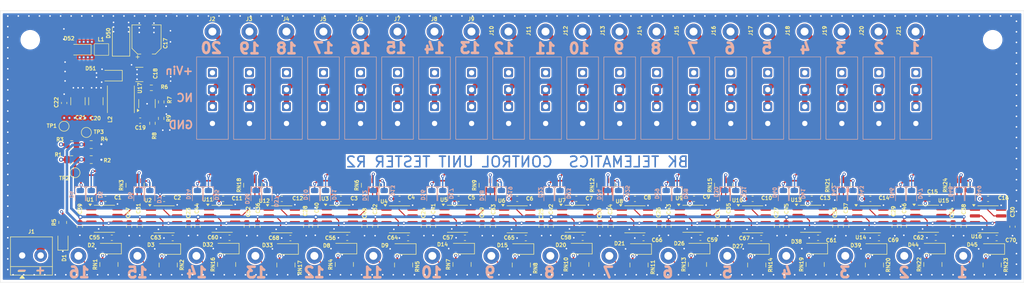
<source format=kicad_pcb>
(kicad_pcb (version 20241229) (generator "pcbnew") (generator_version "9.0")
  (title_block (date "2025-06-16") (rev "R2"))
  (layers (0 "F.Cu" signal) (4 "In1.Cu" signal) (6 "In2.Cu" signal) (2 "B.Cu" signal) (13 "F.Paste" user) (15 "B.Paste" user) (5 "F.SilkS" user "F.Silkscreen") (7 "B.SilkS" user "B.Silkscreen") (1 "F.Mask" user) (3 "B.Mask" user) (25 "Edge.Cuts" user))
  (net 0 "")
  (net 1 "GND")
  (net 2 "/OUT1")
  (net 3 "/OUT2")
  (net 4 "/OUT3")
  (net 5 "/OUT4")
  (net 6 "/OUT5")
  (net 7 "/OUT6")
  (net 8 "/OUT7")
  (net 9 "/OUT8")
  (net 10 "/OUT9")
  (net 11 "/OUT10")
  (net 12 "/OUT11")
  (net 13 "/OUT12")
  (net 14 "/OUT13")
  (net 15 "/OUT14")
  (net 16 "/OUT15")
  (net 17 "/OUT16")
  (net 18 "/OUT17")
  (net 19 "/OUT18")
  (net 20 "/OUT19")
  (net 21 "/OUT20")
  (net 22 "/power supply/+VIN_PROTECTED")
  (net 23 "Net-(D2-K)")
  (net 24 "Net-(D3-K)")
  (net 25 "Net-(D4-K)")
  (net 26 "Net-(D5-K)")
  (net 27 "Net-(D6-K)")
  (net 28 "Net-(D7-K)")
  (net 29 "Net-(D8-K)")
  (net 30 "Net-(D9-K)")
  (net 31 "Net-(D10-K)")
  (net 32 "Net-(D11-K)")
  (net 33 "Net-(D12-K)")
  (net 34 "Net-(D13-K)")
  (net 35 "Net-(D14-K)")
  (net 36 "Net-(D15-K)")
  (net 37 "Net-(D16-K)")
  (net 38 "Net-(D17-K)")
  (net 39 "Net-(D18-K)")
  (net 40 "Net-(D19-K)")
  (net 41 "Net-(D20-K)")
  (net 42 "Net-(D21-K)")
  (net 43 "Net-(D22-K)")
  (net 44 "Net-(D23-K)")
  (net 45 "Net-(D24-K)")
  (net 46 "Net-(D25-K)")
  (net 47 "Net-(D26-K)")
  (net 48 "Net-(D27-K)")
  (net 49 "Net-(D28-K)")
  (net 50 "Net-(D29-K)")
  (net 51 "Net-(D30-K)")
  (net 52 "Net-(D31-K)")
  (net 53 "Net-(D32-K)")
  (net 54 "Net-(U17-CB)")
  (net 55 "/power supply/SW")
  (net 56 "+5V")
  (net 57 "Net-(D1-A)")
  (net 58 "+VIN")
  (net 59 "Net-(D34-K)")
  (net 60 "/IN1")
  (net 61 "Net-(D35-K)")
  (net 62 "Net-(D37-K)")
  (net 63 "/IN2")
  (net 64 "Net-(D38-K)")
  (net 65 "/IN3")
  (net 66 "Net-(D40-K)")
  (net 67 "Net-(D41-K)")
  (net 68 "/IN4")
  (net 69 "Net-(D43-K)")
  (net 70 "/IN5")
  (net 71 "Net-(D44-K)")
  (net 72 "Net-(D46-K)")
  (net 73 "/IN6")
  (net 74 "Net-(D47-K)")
  (net 75 "/IN7")
  (net 76 "Net-(D49-K)")
  (net 77 "/IN8")
  (net 78 "/IN9")
  (net 79 "/VREF_HIGH")
  (net 80 "/IN10")
  (net 81 "/VREF_LOW")
  (net 82 "/IN11")
  (net 83 "/IN12")
  (net 84 "/IN13")
  (net 85 "/IN14")
  (net 86 "/IN15")
  (net 87 "/IN16")
  (net 93 "Net-(D33-K)")
  (net 95 "Net-(D36-K)")
  (net 97 "Net-(D39-K)")
  (net 100 "Net-(D42-K)")
  (net 103 "Net-(D45-K)")
  (net 106 "Net-(D48-K)")
  (net 108 "Net-(U17-~{SHDN})")
  (net 109 "Net-(U17-FB)")
  (net 118 "Net-(RN18D-R4.1)")
  (net 119 "Net-(RN18B-R2.1)")
  (net 120 "Net-(RN18C-R3.1)")
  (net 121 "Net-(RN18A-R1.1)")
  (net 122 "Net-(RN21D-R4.1)")
  (net 123 "Net-(RN21C-R3.1)")
  (net 124 "Net-(RN21B-R2.1)")
  (net 125 "Net-(RN21A-R1.1)")
  (net 126 "Net-(RN24B-R2.1)")
  (net 127 "Net-(RN24D-R4.1)")
  (net 128 "Net-(RN24A-R1.1)")
  (net 129 "Net-(RN24C-R3.1)")
  (net 130 "Net-(D52-A)")
  (net 131 "Net-(RN3D-R4.1)")
  (net 132 "Net-(RN3A-R1.1)")
  (net 133 "Net-(RN3B-R2.1)")
  (net 134 "Net-(RN3C-R3.1)")
  (net 135 "Net-(RN6A-R1.1)")
  (net 136 "Net-(RN6C-R3.1)")
  (net 137 "Net-(RN6D-R4.1)")
  (net 138 "Net-(RN6B-R2.1)")
  (net 139 "Net-(RN9D-R4.1)")
  (net 140 "Net-(RN9B-R2.1)")
  (net 141 "Net-(RN9C-R3.1)")
  (net 142 "Net-(RN9A-R1.1)")
  (net 143 "Net-(RN12B-R2.1)")
  (net 144 "Net-(RN12C-R3.1)")
  (net 145 "Net-(RN12D-R4.1)")
  (net 146 "Net-(RN12A-R1.1)")
  (net 147 "Net-(RN15B-R2.1)")
  (net 148 "Net-(RN15D-R4.1)")
  (net 149 "Net-(RN15A-R1.1)")
  (net 150 "Net-(RN15C-R3.1)")
  (footprint "MountingHole:MountingHole_3.2mm_M3_DIN965" (layer "F.Cu") (at 247.5 67.5)
    (property "Reference" "H2" (hide yes))
    (property "Value" "MountingHole" (hide yes))
  )
  (footprint "Capacitor_SMD:C_0603_1608Metric" (layer "F.Cu") (at 114.514286 105.05 180)
    (property "Reference" "C68")
    (property "Value" "0.1u")
  )
  (footprint "My_Footprints:Hole_pad_1.5x3_round" (layer "F.Cu") (at 134.789474 65.95)
    (property "Reference" "J7")
    (property "Value" "T.H. Pad")
  )
  (footprint "Inductor_SMD:L_Taiyo-Yuden_NR-50xx" (layer "F.Cu") (at 82.408333 78.775 -90)
    (property "Reference" "L2")
    (property "Value" "22uH")
  )
  (footprint "Capacitor_SMD:C_0603_1608Metric" (layer "F.Cu") (at 228.960714 102.9 -90)
    (property "Reference" "C29")
    (property "Value" "0.1u")
  )
  (footprint "My_Footprints:Hole_pad_1.5x3_round" (layer "F.Cu") (at 99.75 65.95)
    (property "Reference" "J2")
    (property "Value" "T.H. Pad")
  )
  (footprint "Resistor_SMD:R_0603_1608Metric" (layer "F.Cu") (at 88.183333 76.6 180)
    (property "Reference" "R6")
    (property "Value" "100K")
  )
  (footprint "Diode_SMD:D_SOD-123" (layer "F.Cu") (at 180.532143 107.125 180)
    (property "Reference" "D21")
    (property "Value" "4.7V")
  )
  (footprint "Capacitor_SMD:C_0603_1608Metric" (layer "F.Cu") (at 246.625 97.625 180)
    (property "Reference" "C16")
    (property "Value" "0.1u")
  )
  (footprint "My_Footprints:Hole_pad_1.5x3_round" (layer "F.Cu") (at 74.375 108.425 90)
    (property "Reference" "J22" (hide yes))
    (property "Value" "T.H. Pad")
  )
  (footprint "Capacitor_SMD:C_0603_1608Metric" (layer "F.Cu") (at 179.757143 97.625 180)
    (property "Reference" "C8")
    (property "Value" "0.1u")
  )
  (footprint "Capacitor_SMD:C_0603_1608Metric" (layer "F.Cu") (at 208.385714 102.9 -90)
    (property "Reference" "C45")
    (property "Value" "0.1u")
  )
  (footprint "Capacitor_SMD:C_0603_1608Metric" (layer "F.Cu") (at 224.335714 97.625 180)
    (property "Reference" "C14")
    (property "Value" "0.1u")
  )
  (footprint "My_Footprints:Hole_pad_1.5x3_round" (layer "F.Cu") (at 190.852632 65.95 90)
    (property "Reference" "J15")
    (property "Value" "T.H. Pad")
  )
  (footprint "My_Footprints:Hole_pad_1.5x3_round" (layer "F.Cu") (at 107.885 108.425 90)
    (property "Reference" "J25" (hide yes))
    (property "Value" "T.H. Pad")
  )
  (footprint "Package_SO:SOIC-8_3.9x4.9mm_P1.27mm" (layer "F.Cu") (at 202.046429 101.49)
    (property "Reference" "U10")
    (property "Value" "AZV3002S-13")
  )
  (footprint "Resistor_SMD:R_Array_Concave_4x0603" (layer "F.Cu") (at 129.678571 95.05 90)
    (property "Reference" "RN6")
    (property "Value" "470R")
  )
  (footprint "Capacitor_SMD:C_0603_1608Metric" (layer "F.Cu") (at 119.228571 102.9 -90)
    (property "Reference" "C40")
    (property "Value" "0.1u")
  )
  (footprint "Capacitor_SMD:C_0603_1608Metric" (layer "F.Cu") (at 225.960714 105.05 180)
    (property "Reference" "C69")
    (property "Value" "0.1u")
  )
  (footprint "Package_SO:SOIC-8_3.9x4.9mm_P1.27mm" (layer "F.Cu") (at 157.467857 101.49)
    (property "Reference" "U6")
    (property "Value" "AZV3002S-13")
  )
  (footprint "Capacitor_SMD:C_0603_1608Metric" (layer "F.Cu") (at 173.132143 102.9 -90)
    (property "Reference" "C50")
    (property "Value" "0.1u")
  )
  (footprint "Capacitor_SMD:C_0603_1608Metric" (layer "F.Cu") (at 251.25 102.9 -90)
    (property "Reference" "C30")
    (property "Value" "0.1u")
  )
  (footprint "Capacitor_SMD:C_0603_1608Metric" (layer "F.Cu") (at 90.6 97.625 180)
    (property "Reference" "C2")
    (property "Value" "0.1u")
  )
  (footprint "Capacitor_SMD:C_0603_1608Metric" (layer "F.Cu") (at 108.289286 102.9 -90)
    (property "Reference" "C36")
    (property "Value" "0.1u")
  )
  (footprint "Diode_SMD:D_SOD-123" (layer "F.Cu") (at 213.885714 107.05 180)
    (property "Reference" "D38")
    (property "Value" "4.7V")
  )
  (footprint "My_Footprints:Hole_pad_1.5x3_round" (layer "F.Cu") (at 176.836842 65.95 90)
    (property "Reference" "J13")
    (property "Value" "T.H. Pad")
  )
  (footprint "Diode_SMD:D_SOD-123" (layer "F.Cu") (at 102.439286 107.05 180)
    (property "Reference" "D32")
    (property "Value" "4.7V")
  )
  (footprint "Resistor_SMD:R_0805_2012Metric" (layer "F.Cu") (at 73.1 87.35)
    (property "Reference" "R3")
    (property "Value" "80Κ")
  )
  (footprint "Capacitor_SMD:C_0603_1608Metric" (layer "F.Cu") (at 219.735714 102.9 -90)
    (property "Reference" "C37")
    (property "Value" "0.1u")
  )
  (footprint "Diode_SMD:D_SOD-123" (layer "F.Cu") (at 169.307143 107.05 180)
    (property "Reference" "D20")
    (property "Value" "4.7V")
  )
  (footprint "Capacitor_SMD:C_0603_1608Metric" (layer "F.Cu") (at 74.65 102.9 -90)
    (property "Reference" "C39")
    (property "Value" "0.1u")
  )
  (footprint "MountingHole:MountingHole_3.2mm_M3_DIN965" (layer "F.Cu") (at 65.25 67.5)
    (property "Reference" "H1" (hide yes))
    (property "Value" "MountingHole" (hide yes))
  )
  (footprint "Resistor_SMD:R_Array_Concave_4x0603" (layer "F.Cu") (at 158.242857 110.15 -90)
    (property "Reference" "RN8")
    (property "Value" "1K")
  )
  (footprint "Capacitor_SMD:C_0603_1608Metric" (layer "F.Cu") (at 230.675 102.9 -90)
    (property "Reference" "C46")
    (property "Value" "0.1u")
  )
  (footprint "Diode_SMD:D_SOD-123" (layer "F.Cu") (at 135.953571 107.125 180)
    (property "Reference" "D9")
    (property "Value" "4.7V")
  )
  (footprint "Resistor_SMD:R_Array_Concave_4x0603" (layer "F.Cu") (at 202.821429 110.15 -90)
    (property "Reference" "RN14")
    (property "Value" "1K")
  )
  (footprint "Capacitor_SMD:C_0603_1608Metric" (layer "F.Cu") (at 169.857143 105 180)
    (property "Reference" "C58")
    (property "Value" "0.1u")
  )
  (footprint "Diode_SMD:D_SOD-123" (layer "F.Cu") (at 124.728571 107.05 180)
    (property "Reference" "D8")
    (property "Value" "4.7V")
  )
  (footprint "My_Footprints:Hole_pad_1.5x3_round" (layer "F.Cu") (at 232.9 65.95 90)
    (property "Reference" "J21")
    (property "Value" "T.H. Pad")
  )
  (footprint "Package_SO:SOIC-8_3.9x4.9mm_P1.27mm" (layer "F.Cu") (at 101.589286 101.4)
    (property "Reference" "U11")
    (property "Value" "AZV3002S-13")
  )
  (footprint "Capacitor_SMD:C_0603_1608Metric" (layer "F.Cu") (at 248.25 105.05 180)
    (property "Reference" "C70")
    (property "Value" "0.1u")
  )
  (footprint "Capacitor_SMD:C_0603_1608Metric" (layer "F.Cu") (at 159.092857 105.05 180)
    (property "Reference" "C65")
    (property "Value" "0.1u")
  )
  (footprint "Diode_SMD:D_SOD-123" (layer "F.Cu") (at 247.4 107.125 180)
    (property "Reference" "D45")
    (property "Value" "4.7V")
  )
  (footprint "Resistor_SMD:R_0805_2012Metric" (layer "F.Cu") (at 76.8 90.2)
    (property "Reference" "R2")
    (property "Value" "80Κ")
  )
  (footprint "My_Footprints:L_TDK_VLS252012HBX" (layer "F.Cu") (at 78.75 69.35)
    (property "Reference" "L1")
    (property "Value" "4.7uH")
  )
  (footprint "TestPoint:TestPoint_Pad_D1.5mm" (layer "F.Cu") (at 75.875 85.05)
    (property "Reference" "TP3")
    (property "Value" "TestPoint")
  )
  (footprint "Capacitor_SMD:C_0603_1608Metric" (layer "F.Cu") (at 242.025 102.9 -90)
    (property "Reference" "C38")
    (property "Value" "0.1u")
  )
  (footprint "Package_SO:SOIC-8_3.9x4.9mm_P1.27mm" (layer "F.Cu") (at 135.178571 101.49)
    (property "Reference" "U4")
    (property "Value" "AZV3002S-13")
  )
  (footprint "My_Footprints:Hole_pad_1.5x3_round" (layer "F.Cu") (at 169.828947 65.95 90)
    (property "Reference" "J12")
    (property "Value" "T.H. Pad")
  )
  (footprint "Resistor_SMD:R_0805_2012Metric" (layer "F.Cu") (at 73.1 90.2)
    (property "Reference" "R1")
    (property "Value" "20Κ")
  )
  (footprint "Resistor_SMD:R_Array_Concave_4x0603" (layer "F.Cu") (at 169.307143 110.05 90)
    (property "Reference" "RN10")
    (property "Value" "1K")
  )
  (footprint "Resistor_SMD:R_Array_Concave_4x0603" (layer "F.Cu") (at 213.885714 110.05 90)
    (property "Reference" "RN19")
    (property "Value" "1K")
  )
  (footprint "My_Footprints:Hole_pad_1.5x3_round" (layer "F.Cu") (at 197.245 108.425 90)
    (property "Reference" "J33" (hide yes))
    (property "Value" "T.H. Pad")
  )
  (footprint "Capacitor_SMD:C_0603_1608Metric" (layer "F.Cu") (at 186.096429 102.9 -90)
    (property "Reference" "C43")
    (property "Value" "0.1u")
  )
  (footprint "My_Footprints:Hole_pad_1.5x3_round" (layer "F.Cu") (at 218.884211 65.95 90)
    (property "Reference" "J19")
    (property "Value" "T.H. Pad")
  )
  (footprint "My_Footprints:Hole_pad_1.5x3_round" (layer "F.Cu") (at 130.225 108.425 90)
    (property "Reference" "J27" (hide yes))
    (property "Value" "T.H. Pad")
  )
  (footprint "My_Footprints:Hole_pad_1.5x3_round" (layer "F.Cu") (at 219.585 108.425 90)
    (property "Reference" "J35" (hide yes))
    (property "Value" "T.H. Pad")
  )
  (footprint "Resistor_SMD:R_Array_Concave_4x0603" (layer "F.Cu") (at 236.175 110.05 90)
    (property "Reference" "RN22")
    (property "Value" "1K")
  )
  (footprint "My_Footprints:Hole_pad_1.5x3_round" (layer "F.Cu") (at 163.735 108.425 90)
    (property "Reference" "J30" (hide yes))
    (property "Value" "T.H. Pad")
  )
  (footprint "Capacitor_SMD:C_0603_1608Metric" (layer "F.Cu") (at 96.939286 102.9 -90)
    (property "Reference" "C44")
    (property "Value" "0.1u")
  )
  (footprint "TestPoint:TestPoint_Pad_D1.5mm" (layer "F.Cu") (at 73.725 92.675)
    (property "Reference" "TP2")
    (property "Value" "TestPoint")
  )
  (footprint "TerminalBlock_4Ucon:TerminalBlock_4Ucon_1x02_P3.50mm_Horizontal" (layer "F.Cu") (at 63.725 108.35)
    (property "Reference" "J1")
    (property "Value" "Conn_01x02")
  )
  (footprint "Capacitor_SMD:C_0603_1608Metric" (layer "F.Cu") (at 86.075 82.81 180)
    (property "Reference" "C19")
    (property "Value" "0.1u")
  )
  (footprint "Capacitor_SMD:C_0603_1608Metric" (layer "F.Cu") (at 83.975 102.9 -90)
    (property "Reference" "C47")
    (property "Value" "0.1u")
  )
  (footprint "My_Footprints:Hole_pad_1.5x3_round" (layer "F.Cu") (at 208.415 108.425 90)
    (property "Reference" "J34" (hide yes))
    (property "Value" "T.H. Pad")
  )
  (footprint "My_Footprints:Hole_pad_1.5x3_round" (layer "F.Cu") (at 186.075 108.425 90)
    (property "Reference" "J32" (hide yes))
    (property "Value" "T.H. Pad")
  )
  (footprint "Resistor_SMD:R_Array_Concave_4x0603" (layer "F.Cu") (at 196.546429 95.05 90)
    (property "Reference" "RN15")
    (property "Value" "470R")
  )
  (footprint "Capacitor_SMD:C_0603_1608Metric" (layer "F.Cu") (at 86 102.9 -90)
    (property "Reference" "C31")
    (property "Value" "0.1u")
  )
  (footprint "My_Footprints:Hole_pad_1.5x3_round" (layer "F.Cu") (at 127.781579 65.95)
    (property "Reference" "J6")
    (property "Value" "T.H. Pad")
  )
  (footprint "Diode_SMD:D_SOD-123" (layer "F.Cu") (at 91.375 107.125 180)
    (property "Reference" "D3")
    (property "Value" "4.7V")
  )
  (footprint "Package_SO:SOIC-8_3.9x4.9mm_P1.27mm" (layer "F.Cu") (at 168.457143 101.4)
    (property "Reference" "U7")
    (property "Value" "AZV3002S-13")
  )
  (footprint "Resistor_SMD:R_0603_1608Metric" (layer "F.Cu") (at 88.395 83.32 -90)
    (property "Reference" "R8")
    (property "Value" "54.9K")
  )
  (footprint "Package_TO_SOT_SMD:SOT-23-6" (layer "F.Cu") (at 87.358333 79.5875 90)
    (property "Reference" "U17")
    (property "Value" "LV2862x")
  )
  (footprint "Capacitor_SMD:C_0603_1608Metric" (layer "F.Cu") (at 181.382143 105.05 180)
    (property "Reference" "C66")
    (property "Value" "0.1u")
  )
  (footprint "Resistor_SMD:R_Array_Concave_4x0603" (layer "F.Cu") (at 247.4 110.15 -90)
    (property "Reference" "RN23")
    (property "Value" "1K")
  )
  (footprint "Package_SO:SOIC-8_3.9x4.9mm_P1.27mm" (layer "F.Cu") (at 112.889286 101.49)
    (property "Reference" "U12")
    (property "Value" "AZV3002S-13")
  )
  (footprint "Resistor_SMD:R_Array_Concave_4x0603" (layer "F.Cu") (at 80.15 110.05 90)
    (property "Reference" "RN1")
    (property "Value" "1K")
  )
  (footprint "Resistor_SMD:R_Array_Concave_4x0603" (layer "F.Cu") (at 174.257143 95.05 90)
    (property "Reference" "RN12")
    (property "Value" "470R")
  )
  (footprint "Capacitor_SMD:C_0603_1608Metric" (layer "F.Cu") (at 79.5 97.62 180)
    (property "Reference" "C1")
    (property "Value" "0.1u")
  )
  (footprint "Resistor_SMD:R_0603_1608Metric" (layer "F.Cu") (at 90.045 82.395 -90)
    (property "Reference" "R9")
    (property "Value" "10K")
  )
  (footprint "Capacitor_SMD:C_0603_1608Metric" (layer "F.Cu") (at 163.807143 102.9 -90)
    (property "Reference" "C42")
    (property "Value" "0.1u")
  )
  (footprint "My_Footprints:Hole_pad_1.5x3_round" (layer "F.Cu") (at 174.905 108.425 90)
    (property "Reference" "J31" (hide yes))
    (property "Value" "T.H. Pad")
  )
  (footprint "Resistor_SMD:R_Array_Concave_4x0603" (layer "F.Cu") (at 91.375 110.15 -90)
    (property "Reference" "RN2")
    (property "Value" "1K")
  )
  (footprint "Resistor_SMD:R_Array_Concave_4x0603" (layer "F.Cu") (at 107.389286 95.05 90)
    (property "Reference" "RN18")
    (property "Value" "470R")
  )
  (footprint "Capacitor_SMD:C_0603_1608Metric" (layer "F.Cu") (at 146.367857 97.62 180)
    (property "Reference" "C5")
    (property "Value" "0.1u")
  )
  (footprint "Diode_SMD:D_SOD-123" (layer "F.Cu") (at 80.15 107.05 180)
    (property "Reference" "D2")
    (property "Value" "4.7V")
  )
  (footprint "Resistor_SMD:R_Array_Concave_4x0603" (layer "F.Cu") (at 135.953571 110.15 -90)
    (property "Reference" "RN5")
    (property "Value" "1K")
  )
  (footprint "Capacitor_SMD:C_0603_1608Metric" (layer "F.Cu") (at 92.225 105.05 180)
    (property "Reference" "C63")
    (property "Value" "0.1u")
  )
  (footprint "Resistor_SMD:R_Array_Concave_4x0603" (layer "F.Cu") (at 102.439286 110.05 90)
    (property "Reference" "RN16")
    (property "Value" "1K")
  )
  (footprint "My_Footprints:Hole_pad_1.5x3_round" (layer "F.Cu") (at 211.876316 65.95 90)
    (property "Reference" "J18")
    (property "Value" "T.H. Pad")
  )
  (footprint "Capacitor_SMD:C_0603_1608Metric" (layer "F.Cu") (at 135.178571 97.625 180)
    (property "Reference" "C4")
    (property "Value" "0.1u")
  )
  (footprint "Package_SO:SOIC-8_3.9x4.9mm_P1.27mm" (layer "F.Cu") (at 146.167857 101.4)
    (property "Reference" "U5")
    (property "Value" "AZV3002S-13")
  )
  (footprint "My_Footprints:Hole_pad_1.5x3_round" (layer "F.Cu") (at 141.797368 65.95)
    (property "Reference" "J8")
    (property "Value" "T.H. Pad")
  )
  (footprint "My_Footprints:Hole_pad_1.5x3_round" (layer "F.Cu") (at 183.844737 65.95 90)
    (property "Reference" "J14")
    (property "Value" "T.H. Pad")
  )
  (footprint "My_Footprints:Hole_pad_1.5x3_round" (layer "F.Cu") (at 204.868421 65.95 90)
    (property "Reference" "J17")
    (property "Value" "T.H. Pad")
  )
  (footprint "Capacitor_SMD:C_0603_1608Metric" (layer "F.Cu") (at 217.710714 102.9 -90)
    (property "Reference" "C53")
    (property "Value" "0.1u")
  )
  (footprint "Capacitor_SMD:C_0603_1608Metric" (layer "F.Cu") (at 152.867857 102.9 -90)
    (property "Reference" "C33")
    (property "Value" "0.1u")
  )
  (footprint "Resistor_SMD:R_Array_Concave_4x0603" (layer "F.Cu") (at 218.835714 95.05 90)
    (property "Reference" "RN21")
    (property "Value" "470R")
  )
  (footprint "Capacitor_SMD:C_0603_1608Metric" (layer "F.Cu") (at 80.7 105 180)
    (property "Reference" "C55")
    (property "Value" "0.1u")
  )
  (footprint "Capacitor_SMD:C_1210_3225Metric" (layer "F.Cu") (at 77.685 79.14 90)
    (property "Reference" "C20")
    (property "Value" "22u")
  )
  (footprint "Resistor_SMD:R_Array_Concave_4x0603" (layer "F.Cu") (at 147.017857 110.05 90)
    (property "Reference" "RN7")
    (property "Value" "1K")
  )
  (footprint "Capacitor_SMD:C_0603_1608Metric" (layer "F.Cu") (at 168.657143 97.62 180)
    (property "Reference" "C7")
    (property "Value" "0.1u")
  )
  (footprint "My_Footprints:Hole_pad_1.5x3_round" (layer "F.Cu") (at 155.813158 65.95 90)
    (property "Reference" "J10")
    (property "Value" "T.H. Pad")
  )
  (footprint "Capacitor_SMD:C_0603_1608Metric" (layer "F.Cu") (at 139.803571 102.9 -90)
    (property "Reference" "C24")
    (property "Value" "0.1u")
  )
  (footprint "Diode_SMD:D_SOD-123" (layer "F.Cu") (at 113.664286 107.125 180)
    (property "Reference" "D33")
    (property "Value" "4.7V")
  )
  (footprint "Capacitor_SMD:C_0603_1608Metric" (layer "F.Cu") (at 130.578571 102.9 -90)
    (property "Reference" "C32")
    (property "Value" "0.1u")
  )
  (footprint "My_Footprints:Hole_pad_1.5x3_round" (layer "F.Cu") (at 85.545 108.425 90)
    (property "Reference" "J23" (hide yes))
    (property "Value" "T.H. Pad")
  )
  (footprint "Capacitor_SMD:C_0603_1608Metric" (layer "F.Cu") (at 71.675 79.475 90)
    (property "Reference" "C22")
    (property "Value" "0.1u")
  )
  (footprint "Diode_SMD:D_SOD-123" (layer "F.Cu") (at 236.175 107.05 180)
    (property "Reference" "D44")
    (property "Value" "4.7V")
  )
  (footprint "My_Footprints:Hole_pad_1.5x3_round" (layer "F.Cu") (at 141.395 108.425 90)
    (property "Reference" "J28" (hide yes))
    (property "Value" "T.H. Pad")
  )
  (footprint "Capacitor_SMD:C_0603_1608Metric" (layer "F.Cu") (at 203.671429 105.05 180)
    (property "Reference" "C67")
    (property "Value" "0.1u")
  )
  (footprint "Resistor_SMD:R_Array_Concave_4x0603" (layer "F.Cu") (at 241.125 95.05 90)
    (property "Reference" "RN24")
    (property "Value" "470R")
  )
  (footprint "Diode_SMD:D_SOD-123" (layer "F.Cu") (at 191.596429 107.05 180)
    (property "Reference" "D26")
    (property "Value" "4.7V")
  )
  (footprint "Capacitor_SMD:C_0603_1608Metric" (layer "F.Cu") (at 202.046429 97.625 180)
    (property "Reference" "C10")
    (property "Value" "0.1u")
  )
  (footprint "Capacitor_SMD:C_0603_1608Metric" (layer "F.Cu") (at 235.525 97.62 180)
    (property "Reference" "C15")
    (property "Value" "0.1u")
  )
  (footprint "Capacitor_SMD:C_0603_1608Metric" (layer "F.Cu") (at 141.517857 102.9 -90)
    (property "Reference" "C41")
    (property "Value" "0.1u")
  )
  (footprint "Capacitor_SMD:C_0603_1608Metric" (layer "F.Cu") (at 197.446429 102.9 -90)
    (property "Reference" "C35")
    (property "Value" "0.1u")
  )
  (footprint "Resistor_SMD:R_0603_1608Metric" (layer "F.Cu") (at 90.058333 79.275 90)
    (property "Reference" "R7")
    (property "Value" "100K")
  )
  (footprint "Capacitor_SMD:C_0603_1608Metric" (layer "F.Cu") (at 240 102.9 -90)
    (property "Reference" "C54")
    (property "Value" "0.1u")
  )
  (footprint "Capacitor_SMD:C_0603_1608Metric" (layer "F.Cu") (at 106.264286 102.9 -90)
    (property "Reference" "C52")
    (property "Value" "0.1u")
  )
  (footprint "My_Footprints:Hole_pad_1.5x3_round" (layer "F.Cu") (at 113.765789 65.95)
    (property "Reference" "J4")
    (property "Value" "T.H. Pad")
  )
  (footprint "Resistor_SMD:R_Array_Concave_4x0603" (layer "F.Cu") (at 225.110714 110.15 -90)
    (property "Reference" "RN20")
    (property "Value" "1K")
  )
  (footprint "My_Footprints:Hole_pad_1.5x3_round" (layer "F.Cu") (at 152.565 108.425 90)
    (property "Reference" "J29" (hide yes))
    (property "Value" "T.H. Pad")
  )
  (footprint "Package_SO:SOIC-8_3.9x4.9mm_P1.27mm" (layer "F.Cu") (at 213.035714 101.4)
    (property "Reference" "U13")
    (property "Value" "AZV3002S-13")
  )
  (footprint "Resistor_SMD:R_0805_2012Metric" (layer "F.Cu") (at 71.405 102.0875 90)
    (property "Reference" "R5")
    (property "Value" "470R")
  )
  (footprint "Package_SO:SOIC-8_3.9x4.9mm_P1.27mm" (layer "F.Cu") (at 246.625 101.49)
    (property "Reference" "U16")
    (property "Value" "AZV3002S-13")
  )
  (footprint "TestPoint:TestPoint_Pad_D1.5mm" (layer "F.Cu") (at 71.65 83.875)
    (property "Reference" "TP1")
    (property "Value" "TestPoint")
  )
  (footprint "My_Footprints:Hole_pad_1.5x3_round" (layer "F.Cu") (at 230.755 108.425 90)
    (property "Reference" "J36" (hide yes))
    (property "Value" "T.H. Pad")
  )
  (footprint "Resistor_SMD:R_Array_Concave_4x0603" (layer "F.Cu") (at 85.1 95.05 90)
    (property "Reference" "RN3")
    (property "Value" "470R")
  )
  (footprint "Resistor_SMD:R_0805_2012Metric" (layer "F.Cu") (at 76.8 87.35)
    (property "Reference" "R4")
    (property "Value" "20Κ")
  )
  (footprint "Diode_SMD:D_SMA" (layer "F.Cu") (at 82.445 67.0975 90)
    (property "Reference" "D50")
    (property "Value" "SMAJ40CAe3/TR13")
  )
  (footprint "Capacitor_SMD:C_1210_3225Metric" (layer "F.Cu") (at 85.908333 74.075 180)
    (property "Reference" "C18")
    (property "Value" "2.2u")
  )
  (footprint "My_Footprints:Hole_pad_1.5x3_round" (layer "F.Cu") (at 120.773684 65.95)
    (property "Reference" "J5")
    (property "Value" "T.H. Pad")
  )
  (footprint "My_Footprints:Hole_pad_1.5x3_round" (layer "F.Cu") (at 148.805263 65.95)
    (property "Reference" "J9")
    (property "Value" "T.H. Pad")
  )
  (footprint "Capacitor_SMD:C_0603_1608Metric" (layer "F.Cu") (at 190.946429 97.62 180)
    (property "Reference" "C9")
    (property "Value" "0.1u")
  )
  (footprint "Resistor_SMD:R_Array_Concave_4x0603" (layer "F.Cu") (at 124.728571 110.05 90)
    (property "Reference" "RN4")
    (property "Value" "1K")
  )
  (footprint "Package_SO:SOIC-8_3.9x4.9mm_P1.27mm" (layer "F.Cu") (at 224.335714 101.49)
    (property "Reference" "U14")
    (property "Value" "AZV3002S-13")
  )
  (footprint "Capacitor_SMD:C_0603_1608Metric" (layer "F.Cu") (at 236.725 105 180)
    (property "Reference" "C62")
    (property "Value" "0.1u")
  )
  (footprint "Resistor_SMD:R_Array_Concave_4x0603" (layer "F.Cu") (at 113.664286 110.15 -90)
    (property "Reference" "RN17")
    (property "Value" "1K")
  )
  (footprint "Capacitor_SMD:C_0603_1608Metric" (layer "F.Cu") (at 136.803571 105.05 180)
    (property "Reference" "C64")
    (property "Value" "0.1u")
  )
  (footprint "My_Footprints:Hole_pad_1.5x3_round" (layer "F.Cu") (at 197.860526 65.95 90)
    (property "Reference" "J16")
    (property "Value" "T.H. Pad")
  )
  (footprint "My_Footprints:Hole_pad_1.5x3_round" (layer "F.Cu") (at 96.715 108.425 90)
    (property "Reference" "J24" (hide yes))
    (property "Value" "T.H. Pad")
  )
  (footprint "Capacitor_SMD:C_0603_1608Metric" (layer "F.Cu") (at 214.435714 105 180)
    (property "Reference" "C61")
    (property "Value" "0.1u")
  )
  (footprint "My_Footprints:Hole_pad_1.5x3_round" (layer "F.Cu") (at 106.757895 65.95)
    (property "Reference" "J3")
    (property "Value" "T.H. Pad")
  )
  (footprint "Capacitor_SMD:C_0603_1608Metric" (layer "F.Cu") (at 117.514286 102.9 -90)
    (property "Reference" "C28")
    (property "Value" "0.1u")
  )
  (footprint "Package_SO:SOIC-8_3.9x4.9mm_P1.27mm" (layer "F.Cu") (at 235.325 101.4)
    (property "Reference" "U15")
    (property "Value" "AZV3002S-13")
  )
  (footprint "Diode_SMD:D_SOD-123" (layer "F.Cu") (at 158.242857 107.125 180)
    (property "Reference" "D15")
    (property "Value" "4.7V")
  )
  (footprint "Package_SO:SOIC-8_3.9x4.9mm_P1.27mm" (layer "F.Cu") (at 190.746429 101.4)
    (property "Reference" "U9")
    (property "Value" "AZV3002S-13")
  )
  (footprint "Capacitor_SMD:C_0603_1608Metric" (layer "F.Cu") (at 95.225 102.9 -90)
    (property "Reference" "C23")
    (property "Value" "0.1u")
  )
  (footprint "Capacitor_SMD:C_0603_1608Metric" (layer "F.Cu") (at 213.235714 97.62 180)
    (property "Reference" "C13")
    (property "Value" "0.1u")
  )
  (footprint "Capacitor_SMD:C_0603_1608Metric" (layer "F.Cu") (at 101.789286 97.62 180)
    (property "Reference" "C11")
    (property "Value" "0.1u")
  )
  (footprint "Capacitor_SMD:C_0603_1608Metric" (layer "F.Cu") (at 192.146429 105 180)
    (property "Reference" "C59")
    (property "Value" "0.1u")
  )
  (footprint "Diode_SMD:D_SOD-123" (layer "F.Cu") (at 225.110714 107.125 180)
    (property "Reference" "D39")
    (property "Value" "4.7V")
  )
  (footprint "Capacitor_SMD:C_0603_1608Metric" (layer "F.Cu") (at 112.889286 97.625 180)
    (property "Reference" "C12")
    (property "Value" "0.1u")
  )
  (footprint "My_Footprints:Hole_pad_1.5x3_round" (layer "F.Cu") (at 225.892105 65.95 90)
    (property "Reference" "J20")
    (property "Value" "T.H. Pad")
  )
  (footprint "Capacitor_SMD:C_0603_1608Metric" (layer "F.Cu") (at 128.553571 102.9 -90)
    (property "Reference" "C48")
    (property "Value" "0.1u")
  )
  (footprint "My_Footprints:Hole_pad_1.5x3_round" (layer "F.Cu") (at 241.925 108.425 90)
    (property "Reference" "J37" (hide yes))
    (property "Value" "T.H. Pad")
  )
  (footprint "Capacitor_SMD:C_0603_1608Metric" (layer "F.Cu") (at 206.671429 102.9 -90)
    (property "Reference" "C27")
    (property "Value" "0.1u")
  )
  (footprint "Resistor_SMD:R_Array_Concave_4x0603" (layer "F.Cu") (at 180.532143 110.15 -90)
    (property "Reference" "RN11")
    (property "Value" "1K")
  )
  (footprint "Diode_SMD:D_PowerDI-123" (layer "F.Cu") (at 80.37 74.295 180)
    (property "Reference" "D51")
    (property "Value" "SBR3U60P1Q-7")
  )
  (footprint "Diode_SMD:D_PowerDI-123" (layer "F.Cu") (at 74.475 69.375 180)
    (property "Reference" "D52")
    (property "Value" "SBR3U60P1Q-7")
  )
  (footprint "Capacitor_SMD:C_0603_1608Metric" (layer "F.Cu") (at 195.421429 102.9 -90)
    (property "Reference" "C51")
    (property "Value" "0.1u")
  )
  (footprint "Resistor_SMD:R_Array_Concave_4x0603" (layer "F.Cu") (at 191.596429 110.05 90)
    (property "Reference" "RN13")
    (property "Value" "1K")
  )
  (footprint "Package_SO:SOIC-8_3.9x4.9mm_P1.27mm" (layer "F.Cu") (at 179.757143 101.49)
    (property "Reference" "U8")
    (property "Value" "AZV3002S-13")
  )
  (footprint "My_Footprints:Hole_pad_1.5x3_round" (layer "F.Cu") (at 119.055 108.425 90)
    (property "Reference" "J26" (hide yes))
    (property "Value" "T.H. Pad")
  )
  (footprint "Capacitor_SMD:C_0603_1608Metric" (layer "F.Cu") (at 124.078571 97.62 180)
    (property "Reference" "C3")
    (property "Value" "0.1u")
  )
  (footprint "Capacitor_SMD:C_0603_1608Metric" (layer "F.Cu") (at 175.157143 102.9 -90)
    (property "Reference" "C34")
    (property "Value" "0.1u")
  )
  (footprint "Capacitor_SMD:C_0603_1608Metric" (layer "F.Cu") (at 157.467857 97.625 180)
    (property "Reference" "C6")
    (property "Value" "0.1u")
  )
  (footprint "Diode_SMD:D_SOD-123" (layer "F.Cu") (at 147.017857 107.05 180)
    (property "Reference" "D14")
    (property "Value" "4.7V")
  )
  (footprint "Package_SO:SOIC-8_3.9x4.9mm_P1.27mm" (layer "F.Cu") (at 90.6 101.49)
    (property "Reference" "U2")
    (property "Value" "AZV3002S-13")
  )
  (footprint "Package_SO:SOIC-8_3.9x4.9mm_P1.27mm" (layer "F.Cu") (at 79.3 101.4)
    (property "Reference" "U1")
    (property "Value" "AZV3002S-13")
  )
  (footprint "Diode_SMD:D_SOD-123" (layer "F.Cu") (at 202.821429 107.125 180)
    (property "Reference" "D27")
    (property "Value" "4.7V")
  )
  (footprint "Capacitor_SMD:C_0603_1608Metric" (layer "F.Cu") (at 162.092857 102.9 -90)
    (property "Reference" "C25")
    (property "Value" "0.1u")
  )
  (footprint "Capacitor_SMD:CP_Elec_5x5.3" (layer "F.Cu") (at 87.27 67.445 90)
    (property "Reference" "C17")
    (property "Value" "10u")
  )
  (footprint "Capacitor_SMD:C_0603_1608Metric" (layer "F.Cu") (at 147.567857 105 180)
    (property "Reference" "C57")
    (property "Value" "0.1u")
  )
  (footprint "Package_SO:SOIC-8_3.9x4.9mm_P1.27mm" (layer "F.Cu") (at 123.878571 101.4)
    (property "Reference" "U3")
    (property "Value" "AZV3002S-13")
  )
  (footprint "LED_SMD:LED_0805_2012Metric" (layer "F.Cu") (at 71.45 105.6625 90)
    (property "Reference" "D1")
    (property "Value" "LED 0805 SMD")
  )
  (footprint "Capacitor_SMD:C_0603_1608Metric" (layer "F.Cu") (at 150.842857 102.9 -90)
    (property "Reference" "C49")
    (property "Value" "0.1u")
  )
  (footprint "Capacitor_SMD:C_0603_1608Metric" (layer "F.Cu") (at 184.382143 102.9 -90)
    (property "Reference" "C26")
    (property "Value" "0.1u")
  )
  (footprint "Capacitor_SMD:C_0603_1608Metric" (layer "F.Cu") (at 125.278571 105 180)
    (property "Reference" "C56")
    (property "Value" "0.1u")
  )
  (footprint "Capacitor_SMD:C_1210_3225Metric" (layer "F.Cu") (at 74.285 79.14 90)
    (property "Reference" "C21")
    (property "Value" "22u")
  )
  (footprint "Resistor_SMD:R_Array_Concave_4x0603" (layer "F.Cu") (at 151.967857 95.05 90)
    (property "Reference" "RN9")
    (property "Value" "470R")
  )
  (footprint "Capacitor_SMD:C_0603_1608Metric" (layer "F.Cu") (at 102.989286 105 180)
    (property "Reference" "C60")
    (property "Value" "0.1u")
  )
  (footprint "My_Footprints:Hole_pad_1.5x3_round" (layer "F.Cu") (at 162.821053 65.95 90)
    (property "Reference" "J11")
    (property "Value" "T.H. Pad")
  )
  (footprint "LED_SMD:LED_0805_2012Metric" (layer "B.Cu") (at 165.56 97 -90)
    (property "Reference" "D23")
    (property "Value" "LED")
  )
  (footprint "My_Footprints:SLW-156646-5A-N-D" (layer "B.Cu") (at 141.813158 78.55 -90)
    (property "Reference" "SW7" (hide yes))
    (property "Value" "~" (hide yes))
  )
  (footprint "My_Footprints:SLW-156646-5A-N-D" (layer "B.Cu") (at 197.897368 78.55 -90)
    (property "Reference" "SW15" (hide yes))
    (property "Value" "~" (hide yes))
  )
  (footprint "My_Footprints:SLW-156646-5A-N-D" (layer "B.Cu") (at 232.95 78.55 -90)
    (property "Reference" "SW20" (hide yes))
    (property "Value" "~" (hide yes))
  )
  (footprint "My_Footprints:SLW-156646-5A-N-D" (layer "B.Cu") (at 183.876316 78.55 -90)
    (property "Reference" "SW13" (hide yes))
    (property "Value" "~" (hide yes))
  )
  (footprint "My_Footprints:SLW-156646-5A-N-D" (layer "B.Cu") (at 148.823684 78.55 -90)
    (property "Reference" "SW8" (hide yes))
    (property "Value" "~" (hide yes))
  )
  (footprint "LED_SMD:LED_0805_2012Metric" (layer "B.Cu") (at 232.13 97 -90)
    (property "Reference" "D47")
    (property "Value" "LED")
  )
  (footprint "LED_SMD:LED_0805_2012Metric" (layer "B.Cu") (at 96.915 97 -90)
    (property "Reference" "D34")
    (property "Value" "LED")
  )
  (footprint "My_Footprints:SLW-156646-5A-N-D" (layer "B.Cu") (at 162.844737 78.55 -90)
    (property "Reference" "SW10" (hide yes))
    (property "Value" "~" (hide yes))
  )
  (footprint "My_Footprints:SLW-156646-5A-N-D" (layer "B.Cu") (at 225.939474 78.55 -90)
    (property "Reference" "SW19" (hide yes))
    (property "Value" "~" (hide yes))
  )
  (footprint "LED_SMD:LED_0805_2012Metric" (layer "B.Cu") (at 230.055 97 -90)
    (property "Reference" "D46")
    (property "Value" "LED")
  )
  (footprint "My_Footprints:SLW-156646-5A-N-D" (layer "B.Cu") (at 106.760526 78.55 -90)
    (property "Reference" "SW2" (hide yes))
    (property "Value" "~" (hide yes))
  )
  (footprint "LED_SMD:LED_0805_2012Metric" (layer "B.Cu") (at 154.465 97 -90)
    (property "Reference" "D19")
    (property "Value" "LED")
  )
  (footprint "LED_SMD:LED_0805_2012Metric" (layer "B.Cu") (at 185.675 97 -90)
    (property "Reference" "D28")
    (property "Value" "LED")
  )
  (footprint "My_Footprints:SLW-156646-5A-N-D" (layer "B.Cu") (at 211.918421 78.55 -90)
    (property "Reference" "SW17" (hide yes))
    (property "Value" "~" (hide yes))
  )
  (footprint "LED_SMD:LED_0805_2012Metric" (layer "B.Cu") (at 121.18 97 -90)
    (property "Reference" "D11")
    (property "Value" "LED")
  )
  (footprint "LED_SMD:LED_0805_2012Metric" (layer "B.Cu") (at 141.295 97 -90)
    (property "Reference" "D16")
    (property "Value" "LED")
  )
  (footprint "LED_SMD:LED_0805_2012Metric" (layer "B.Cu") (at 119.105 97 -90)
    (property "Reference" "D10")
    (property "Value" "LED")
  )
  (footprint "My_Footprints:SLW-156646-5A-N-D" (layer "B.Cu") (at 218.928947 78.55 -90)
    (property "Reference" "SW18" (hide yes))
    (property "Value" "~" (hide yes))
  )
  (footprint "LED_SMD:LED_0805_2012Metric" (layer "B.Cu") (at 243.225 97 -90)
    (property "Reference" "D49")
    (property "Value" "LED")
  )
  (footprint "LED_SMD:LED_0805_2012Metric" (layer "B.Cu") (at 85.82 97 -90)
    (property "Reference" "D6")
    (property "Value" "LED")
  )
  (footprint "LED_SMD:LED_0805_2012Metric" (layer "B.Cu") (at 241.15 97 -90)
    (property "Reference" "D48")
    (property "Value" "LED")
  )
  (footprint "LED_SMD:LED_0805_2012Metric" (layer "B.Cu") (at 196.77 97 -90)
    (property "Reference" "D30")
    (property "Value" "LED")
  )
  (footprint "LED_SMD:LED_0805_2012Metric" (layer "B.Cu") (at 187.75 97 -90)
    (property "Reference" "D29")
    (property "Value" "LED")
  )
  (footprint "LED_SMD:LED_0805_2012Metric" (layer "B.Cu") (at 76.8 97 -90)
    (property "Reference" "D5")
    (property "Value" "LED")
  )
  (footprint "LED_SMD:LED_0805_2012Metric" (layer "B.Cu") (at 143.37 97 -90)
    (property "Reference" "D17")
    (property "Value" "LED")
  )
  (footprint "LED_SMD:LED_0805_2012Metric" (layer "B.Cu") (at 108.01 97 -90)
    (property "Reference" "D36")
    (property "Value" "LED")
  )
  (footprint "LED_SMD:LED_0805_2012Metric" (layer "B.Cu") (at 130.2 97 -90)
    (property "Reference" "D12")
    (property "Value" "LED")
  )
  (footprint "LED_SMD:LED_0805_2012Metric" (layer "B.Cu") (at 218.96 97 -90)
    (property "Reference" "D42")
    (property "Value" "LED")
  )
  (footprint "LED_SMD:LED_0805_2012Metric" (layer "B.Cu") (at 221.035 97 -90)
    (property "Reference" "D43")
    (property "Value" "LED")
  )
  (footprint "LED_SMD:LED_0805_2012Metric" (layer "B.Cu") (at 209.94 97 -90)
    (property "Reference" "D41")
    (property "Value" "LED")
  )
  (footprint "My_Footprints:SLW-156646-5A-N-D" (layer "B.Cu") (at 169.855263 78.55 -90)
    (property "Reference" "SW11" (hide yes))
    (property "Value" "~" (hide yes))
  )
  (footprint "LED_SMD:LED_0805_2012Metric" (layer "B.Cu") (at 132.275 97 -90)
    (property "Reference" "D13")
    (property "Value" "LED")
  )
  (footprint "LED_SMD:LED_0805_2012Metric" (layer "B.Cu") (at 74.725 97 -90)
    (property "Reference" "D4")
    (property "Value" "LED")
  )
  (footprint "My_Footprints:SLW-156646-5A-N-D" (layer "B.Cu") (at 155.834211 78.55 -90)
    (property "Reference" "SW9" (hide yes))
    (property "Value" "~" (hide yes))
  )
  (footprint "My_Footprints:SLW-156646-5A-N-D" (layer "B.Cu") (at 127.792105 78.55 -90)
    (property "Reference" "SW5" (hide yes))
    (property "Value" "~" (hide yes))
  )
  (footprint "My_Footprints:SLW-156646-5A-N-D" (layer "B.Cu") (at 99.75 78.55 -90)
    (property "Reference" "SW1" (hide yes))
    (property "Value" "~" (hide yes))
  )
  (footprint "LED_SMD:LED_0805_2012Metric" (layer "B.Cu") (at 176.655 97 -90)
    (property "Reference" "D25")
    (property "Value" "LED")
  )
  (footprint "My_Footprints:SLW-156646-5A-N-D" (layer "B.Cu") (at 204.907895 78.55 -90)
    (property "Reference" "SW16" (hide yes))
    (property "Value" "~" (hide yes))
  )
  (footprint "LED_SMD:LED_0805_2012Metric" (layer "B.Cu") (at 87.895 97 -90)
    (property "Reference" "D7")
    (property "Value" "LED")
  )
  (footprint "My_Footprints:SLW-156646-5A-N-D" (layer "B.Cu") (at 134.802632 78.55 -90)
    (property "Reference" "SW6" (hide yes))
    (property "Value" "~" (hide yes))
  )
  (footprint "LED_SMD:LED_0805_2012Metric" (layer "B.Cu") (at 207.865 97 -90)
    (property "Reference" "D40")
    (property "Value" "LED")
  )
  (footprint "My_Footprints:SLW-156646-5A-N-D" (layer "B.Cu") (at 176.865789 78.55 -90)
    (property "Reference" "SW12" (hide yes))
    (property "Value" "~" (hide yes))
  )
  (footprint "LED_SMD:LED_0805_2012Metric" (layer "B.Cu") (at 110.085 97 -90)
    (property "Reference" "D37")
    (property "Value" "LED")
  )
  (footprint "LED_SMD:LED_0805_2012Metric" (layer "B.Cu") (at 163.485 97 -90)
    (property "Reference" "D22")
    (property "Value" "LED")
  )
  (footprint "LED_SMD:LED_0805_2012Metric" (layer "B.Cu") (at 174.58 97 -90)
    (property "Reference" "D24")
    (property "Value" "LED")
  )
  (footprint "My_Footprints:SLW-156646-5A-N-D" (layer "B.Cu") (at 190.886842 78.55 -90)
    (property "Reference" "SW14" (hide yes))
    (property "Value" "~" (hide yes))
  )
  (footprint "My_Footprints:SLW-156646-5A-N-D" (layer "B.Cu") (at 113.771053 78.55 -90)
    (property "Reference" "SW3" (hide yes))
    (property "Value" "~" (hide yes))
  )
  (footprint "LED_SMD:LED_0805_2012Metric" (layer "B.Cu") (at 198.845 97 -90)
    (property "Reference" "D31")
    (property "Value" "LED")
  )
  (footprint "LED_SMD:LED_0805_2012Metric" (layer "B.Cu") (at 98.99 97 -90)
    (property "Reference" "D35")
    (property "Value" "LED")
  )
  (footprint "LED_SMD:LED_0805_2012Metric" (layer "B.Cu") (at 152.39 97 -90)
    (property "Reference" "D18")
    (property "Value" "LED")
  )
  (footprint "My_Footprints:SLW-156646-5A-N-D" (layer "B.Cu") (at 120.781579 78.55 -90)
    (property "Reference" "SW4" (hide yes))
    (property "Value" "~" (hide yes))
  )
  (gr_rect (start 59.55 62) (end 253.425 113.45) (stroke (width 0.05)) (fill no) (layer "Edge.Cuts"))
  (gr_text "CONTROL UNIT TESTER R2" (at 192.375 91.225 0) (layer "F.Cu") (effects (font (size 2 2) (thickness 0.3)) (justify left bottom)))
  (gr_text "BK TELEMATICS" (at 192.375 88.25 0) (layer "F.Cu") (effects (font (size 2 2) (thickness 0.3)) (justify left bottom)))
  (gr_text "BK TELEMATICS  CONTROL UNIT TESTER R2" (at 190.075 91.8 0) (layer "B.Cu") (effects (font (size 2 2) (thickness 0.3)) (justify left bottom mirror)))
  (gr_text "-" (at 62.465 112.07 0) (layer "F.SilkS") (effects (font (size 1.5 1.5) (thickness 0.3) (bold yes)) (justify left bottom)))
  (gr_text "+" (at 66 112 0) (layer "F.SilkS") (effects (font (size 1.5 1.5) (thickness 0.3) (bold yes)) (justify left bottom)))
  (gr_text "+" (at 66.05 111.95 0) (layer "B.SilkS") (effects (font (size 1.5 1.5) (thickness 0.3) (bold yes)) (justify left bottom)))
  (gr_text "5" (at 206 70.325 0) (layer "B.SilkS") (effects (font (size 2 2) (thickness 0.5) (bold yes)) (justify left bottom mirror)))
  (gr_text "5" (at 198.5 112.75 0) (layer "B.SilkS") (effects (font (size 2 2) (thickness 0.5) (bold yes)) (justify left bottom mirror)))
  (gr_text "7" (at 192 70.325 0) (layer "B.SilkS") (effects (font (size 2 2) (thickness 0.5) (bold yes)) (justify left bottom mirror)))
  (gr_text "9" (at 153.6 112.725 0) (layer "B.SilkS") (effects (font (size 2 2) (thickness 0.5) (bold yes)) (justify left bottom mirror)))
  (gr_text "6" (at 187.25 112.725 0) (layer "B.SilkS") (effects (font (size 2 2) (thickness 0.5) (bold yes)) (justify left bottom mirror)))
  (gr_text "GND\n" (at 96.25 84.5 0) (layer "B.SilkS") (effects (font (size 1.5 1.5) (thickness 0.3) (bold yes)) (justify left bottom mirror)))
  (gr_text "10" (at 143.5 112.725 0) (layer "B.SilkS") (effects (font (size 2 2) (thickness 0.5) (bold yes)) (justify left bottom mirror)))
  (gr_text "-" (at 62.575 111.95 0) (layer "B.SilkS") (effects (font (size 1.5 1.5) (thickness 0.3) (bold yes)) (justify left bottom)))
  (gr_text "16" (at 130 70.325 0) (layer "B.SilkS") (effects (font (size 2 2) (thickness 0.5) (bold yes)) (justify left bottom mirror)))
  (gr_text "+Vin" (at 96.25 74.25 0) (layer "B.SilkS") (effects (font (size 1.5 1.5) (thickness 0.3) (bold yes)) (justify left bottom mirror)))
  (gr_text "4" (at 213.25 70.325 0) (layer "B.SilkS") (effects (font (size 2 2) (thickness 0.5) (bold yes)) (justify left bottom mirror)))
  (gr_text "13		" (at 150.75 70.25 0) (layer "B.SilkS") (effects (font (size 2 2) (thickness 0.5) (bold yes)) (justify left bottom mirror)))
  (gr_text "2" (at 227.25 70.325 0) (layer "B.SilkS") (effects (font (size 2 2) (thickness 0.5) (bold yes)) (justify left bottom mirror)))
  (gr_text "6" (at 199 70.325 0) (layer "B.SilkS") (effects (font (size 2 2) (thickness 0.5) (bold yes)) (justify left bottom mirror)))
  (gr_text "15" (at 136.75 70.25 0) (layer "B.SilkS") (effects (font (size 2 2) (thickness 0.5) (bold yes)) (justify left bottom mirror)))
  (gr_text "11" (at 132.25 112.75 0) (layer "B.SilkS") (effects (font (size 2 2) (thickness 0.5) (bold yes)) (justify left bottom mirror)))
  (gr_text "14" (at 99 112.725 0) (layer "B.SilkS") (effects (font (size 2 2) (thickness 0.5) (bold yes)) (justify left bottom mirror)))
  (gr_text "15" (at 87.75 112.75 0) (layer "B.SilkS") (effects (font (size 2 2) (thickness 0.5) (bold yes)) (justify left bottom mirror)))
  (gr_text "NC" (at 96.25 79.375 0) (layer "B.SilkS") (effects (font (size 1.5 1.5) (thickness 0.3) (bold yes)) (justify left bottom mirror)))
  (gr_text "14" (at 144 70.25 0) (layer "B.SilkS") (effects (font (size 2 2) (thickness 0.5) (bold yes)) (justify left bottom mirror)))
  (gr_text "18" (at 116 70.325 0) (layer "B.SilkS") (effects (font (size 2 2) (thickness 0.5) (bold yes)) (justify left bottom mirror)))
  (gr_text "19" (at 109 70.325 0) (layer "B.SilkS") (effects (font (size 2 2) (thickness 0.5) (bold yes)) (justify left bottom mirror)))
  (gr_text "12" (at 121.25 112.725 0) (layer "B.SilkS") (effects (font (size 2 2) (thickness 0.5) (bold yes)) (justify left bottom mirror)))
  (gr_text "16" (at 76.75 112.725 0) (layer "B.SilkS") (effects (font (size 2 2) (thickness 0.5) (bold yes)) (justify left bottom mirror)))
  (gr_text "1" (at 243 112.725 0) (layer "B.SilkS") (effects (font (size 2 2) (thickness 0.5) (bold yes)) (justify left bottom mirror)))
  (gr_text "4" (at 209.75 112.75 0) (layer "B.SilkS") (effects (font (size 2 2) (thickness 0.5) (bold yes)) (justify left bottom mirror)))
  (gr_text "3" (at 220.75 112.725 0) (layer "B.SilkS") (effects (font (size 2 2) (thickness 0.5) (bold yes)) (justify left bottom mirror)))
  (gr_text "10" (at 171.425 70.325 0) (layer "B.SilkS") (effects (font (size 2 2) (thickness 0.5) (bold yes)) (justify left bottom mirror)))
  (gr_text "8" (at 185 70.325 0) (layer "B.SilkS") (effects (font (size 2 2) (thickness 0.5) (bold yes)) (justify left bottom mirror)))
  (gr_text "1" (at 234 70.325 0) (layer "B.SilkS") (effects (font (size 2 2) (thickness 0.5) (bold yes)) (justify left bottom mirror)))
  (gr_text "17" (at 123 70.25 0) (layer "B.SilkS") (effects (font (size 2 2) (thickness 0.5) (bold yes)) (justify left bottom mirror)))
  (gr_text "9" (at 178 70.325 0) (layer "B.SilkS") (effects (font (size 2 2) (thickness 0.5) (bold yes)) (justify left bottom mirror)))
  (gr_text "2" (at 232 112.75 0) (layer "B.SilkS") (effects (font (size 2 2) (thickness 0.5) (bold yes)) (justify left bottom mirror)))
  (gr_text "20" (at 101.75 70.25 0) (layer "B.SilkS") (effects (font (size 2 2) (thickness 0.5) (bold yes)) (justify left bottom mirror)))
  (gr_text "12" (at 157.175 70.325 0) (layer "B.SilkS") (effects (font (size 2 2) (thickness 0.5) (bold yes)) (justify left bottom mirror)))
  (gr_text "8" (at 164.85 112.725 0) (layer "B.SilkS") (effects (font (size 2 2) (thickness 0.5) (bold yes)) (justify left bottom mirror)))
  (gr_text "7" (at 176 112.75 0) (layer "B.SilkS") (effects (font (size 2 2) (thickness 0.5) (bold yes)) (justify left bottom mirror)))
  (gr_text "11" (at 165.025 70.325 0) (layer "B.SilkS") (effects (font (size 2 2) (thickness 0.5) (bold yes)) (justify left bottom mirror)))
  (gr_text "13" (at 110.25 112.75 0) (layer "B.SilkS") (effects (font (size 2 2) (thickness 0.5) (bold yes)) (justify left bottom mirror)))
  (gr_text "3" (at 220 70.325 0) (layer "B.SilkS") (effects (font (size 2 2) (thickness 0.5) (bold yes)) (justify left bottom mirror)))
  (segment (start 200.296429 107.125) (end 200.271429 107.1) (width 0.2) (layer "F.Cu") (net 1))
  (segment (start 208.935714 103.675) (end 209.305714 103.305) (width 0.2) (layer "F.Cu") (net 1))
  (segment (start 210.560714 103.305) (end 210.790714 103.305) (width 0.3) (layer "F.Cu") (net 1))
  (segment (start 242.025 103.675) (end 242.1 103.675) (width 0.2) (layer "F.Cu") (net 1))
  (segment (start 88.85 107.125) (end 88.825 107.1) (width 0.2) (layer "F.Cu") (net 1))
  (segment (start 108.364286 103.675) (end 108.644286 103.395) (width 0.2) (layer "F.Cu") (net 1))
  (segment (start 90.975 109.3) (end 90.975 108.303571) (width 0.2) (layer "F.Cu") (net 1))
  (segment (start 244.875 107.125) (end 244.85 107.1) (width 0.2) (layer "F.Cu") (net 1))
  (segment (start 146.617857 109.2) (end 146.617857 108.203571) (width 0.2) (layer "F.Cu") (net 1))
  (segment (start 217.710714 103.675) (end 217.710714 104.6) (width 0.2) (layer "F.Cu") (net 1))
  (segment (start 224.710714 108.303571) (end 224.714285 108.3) (width 0.2) (layer "F.Cu") (net 1))
  (segment (start 178.007143 107.125) (end 177.982143 107.1) (width 0.2) (layer "F.Cu") (net 1))
  (segment (start 78.725 97.62) (end 78.725 98.475) (width 0.3) (layer "F.Cu") (net 1))
  (segment (start 90.058333 80.1) (end 90.058333 81.556667) (width 0.2) (layer "F.Cu") (net 1))
  (segment (start 235.95 105) (end 235.05 105) (width 0.2) (layer "F.Cu") (net 1))
  (segment (start 175.157143 103.675) (end 175.232143 103.675) (width 0.2) (layer "F.Cu") (net 1))
  (segment (start 223.560714 97.625) (end 222.760714 97.625) (width 0.3) (layer "F.Cu") (net 1))
  (segment (start 245.75 107.125) (end 244.875 107.125) (width 0.2) (layer "F.Cu") (net 1))
  (segment (start 86.355 103.395) (end 88.125 103.395) (width 0.2) (layer "F.Cu") (net 1))
  (segment (start 175.232143 103.675) (end 175.512143 103.395) (width 0.2) (layer "F.Cu") (net 1))
  (segment (start 197.446429 103.675) (end 197.521429 103.675) (width 0.2) (layer "F.Cu") (net 1))
  (segment (start 89.825 97.625) (end 89.825 96.7) (width 0.3) (layer "F.Cu") (net 1))
  (segment (start 146.792857 105) (end 145.892857 105) (width 0.2) (layer "F.Cu") (net 1))
  (segment (start 233.1 103.325) (end 234.225 103.325) (width 0.3) (layer "F.Cu") (net 1))
  (segment (start 156.592857 107.125) (end 155.717857 107.125) (width 0.2) (layer "F.Cu") (net 1))
  (segment (start 230.675 103.675) (end 231.225 103.675) (width 0.2) (layer "F.Cu") (net 1))
  (segment (start 91.45 105.05) (end 90.575 105.05) (width 0.2) (layer "F.Cu") (net 1))
  (segment (start 111.139286 107.125) (end 111.114286 107.1) (width 0.2) (layer "F.Cu") (net 1))
  (segment (start 119.228571 103.675) (end 119.778571 103.675) (width 0.2) (layer "F.Cu") (net 1))
  (segment (start 213.485714 108.203571) (end 213.489285 108.2) (width 0.2) (layer "F.Cu") (net 1))
  (segment (start 146.617857 108.203571) (end 146.621428 108.2) (width 0.2) (layer "F.Cu") (net 1))
  (segment (start 101.014286 97.62) (end 101.014286 98.475) (width 0.3) (layer "F.Cu") (net 1))
  (segment (start 76.825 103.305) (end 77.055 103.305) (width 0.3) (layer "F.Cu") (net 1))
  (segment (start 111.809286 103.395) (end 111.814286 103.4) (width 0.3) (layer "F.Cu") (net 1))
  (segment (start 74.65 103.675) (end 74.65 104.525) (width 0.2) (layer "F.Cu") (net 1))
  (segment (start 157.842857 109.3) (end 157.842857 108.303571) (width 0.2) (layer "F.Cu") (net 1))
  (segment (start 201.271429 97.625) (end 200.471429 97.625) (width 0.3) (layer "F.Cu") (net 1))
  (segment (start 206.671429 103.675) (end 206.671429 104.6) (width 0.2) (layer "F.Cu") (net 1))
  (segment (start 134.403571 97.625) (end 133.603571 97.625) (width 0.3) (layer "F.Cu") (net 1))
  (segment (start 71.45 107.5375) (end 71.425 107.5625) (width 0.3) (layer "F.Cu") (net 1))
  (segment (start 74.65 103.675) (end 75.2 103.675) (width 0.2) (layer "F.Cu") (net 1))
  (segment (start 123.078571 107.05) (end 122.203571 107.05) (width 0.2) (layer "F.Cu") (net 1))
  (segment (start 155.717857 107.125) (end 155.692857 107.1) (width 0.2) (layer "F.Cu") (net 1))
  (segment (start 247 108.303571) (end 247.003571 108.3) (width 0.2) (layer "F.Cu") (net 1))
  (segment (start 197.801429 103.395) (end 199.571429 103.395) (width 0.2) (layer "F.Cu") (net 1))
  (segment (start 242.38 103.395) (end 244.15 103.395) (width 0.2) (layer "F.Cu") (net 1))
  (segment (start 141.517857 103.675) (end 142.067857 103.675) (width 0.2) (layer "F.Cu") (net 1))
  (segment (start 166.232143 103.325) (end 167.357143 103.325) (width 0.3) (layer "F.Cu") (net 1))
  (segment (start 113.264286 109.3) (end 113.264286 108.303571) (width 0.2) (layer "F.Cu") (net 1))
  (segment (start 75.57 103.305) (end 76.825 103.305) (width 0.2) (layer "F.Cu") (net 1))
  (segment (start 106.264286 103.675) (end 106.264286 104.6) (width 0.2) (layer "F.Cu") (net 1))
  (segment (start 78.725 87.275) (end 77.7875 87.275) (width 0.5) (layer "F.Cu") (net 1))
  (segment (start 186.096429 103.675) (end 186.646429 103.675) (width 0.2) (layer "F.Cu") (net 1))
  (segment (start 168.907143 108.203571) (end 168.910714 108.2) (width 0.2) (layer "F.Cu") (net 1))
  (segment (start 167.657143 107.05) (end 166.782143 107.05) (width 0.2) (layer "F.Cu") (net 1))
  (segment (start 117.514286 103.675) (end 117.514286 104.6) (width 0.2) (layer "F.Cu") (net 1))
  (segment (start 202.421429 109.3) (end 202.421429 108.303571) (width 0.2) (layer "F.Cu") (net 1))
  (segment (start 91.02 81.57) (end 91.025 81.575) (width 0.2) (layer "F.Cu") (net 1))
  (segment (start 197.521429 103.675) (end 197.801429 103.395) (width 0.2) (layer "F.Cu") (net 1))
  (segment (start 124.328571 108.203571) (end 124.332142 108.2) (width 0.2) (layer "F.Cu") (net 1))
  (segment (start 208.385714 103.675) (end 208.935714 103.675) (width 0.2) (layer "F.Cu") (net 1))
  (segment (start 119.228571 103.675) (end 119.228571 104.525) (width 0.2) (layer "F.Cu") (net 1))
  (segment (start 90.975 108.303571) (end 90.978571 108.3) (width 0.2) (layer "F.Cu") (net 1))
  (segment (start 87.358333 80.725) (end 87.358333 79.641667) (width 0.5) (layer "F.Cu") (net 1))
  (segment (start 165.982143 103.305) (end 166.212143 103.305) (width 0.3) (layer "F.Cu") (net 1))
  (segment (start 108.289286 104.575) (end 108.264286 104.6) (width 0.2) (layer "F.Cu") (net 1))
  (segment (start 121.403571 103.305) (end 121.633571 103.305) (width 0.3) (layer "F.Cu") (net 1))
  (segment (start 113.264286 108.303571) (end 113.267857 108.3) (width 0.2) (layer "F.Cu") (net 1))
  (segment (start 156.387857 103.395) (end 156.392857 103.4) (width 0.3) (layer "F.Cu") (net 1))
  (segment (start 219.735714 103.675) (end 219.735714 104.575) (width 0.2) (layer "F.Cu") (net 1))
  (segment (start 188.271429 103.305) (end 188.501429 103.305) (width 0.3) (layer "F.Cu") (net 1))
  (segment (start 152.942857 103.675) (end 153.222857 103.395) (width 0.2) (layer "F.Cu") (net 1))
  (segment (start 145.592857 97.62) (end 145.592857 98.475) (width 0.3) (layer "F.Cu") (net 1))
  (segment (start 134.098571 103.395) (end 134.103571 103.4) (width 0.3) (layer "F.Cu") (net 1))
  (segment (start 188.521429 103.325) (end 189.646429 103.325) (width 0.3) (layer "F.Cu") (net 1))
  (segment (start 210.810714 103.325) (end 211.935714 103.325) (width 0.3) (layer "F.Cu") (net 1))
  (segment (start 130.578571 103.675) (end 130.578571 104.575) (width 0.2) (layer "F.Cu") (net 1))
  (segment (start 99.114286 103.305) (end 99.344286 103.305) (width 0.3) (layer "F.Cu") (net 1))
  (segment (start 71.45 106.6) (end 71.45 107.5375) (width 0.3) (layer "F.Cu") (net 1))
  (segment (start 95.225 103.675) (end 95.225 104.6) (width 0.2) (layer "F.Cu") (net 1))
  (segment (start 199.571429 103.395) (end 200.966429 103.395) (width 0.3) (layer "F.Cu") (net 1))
  (segment (start 175.512143 103.395) (end 177.282143 103.395) (width 0.2) (layer "F.Cu") (net 1))
  (segment (start 232.85 103.305) (end 233.08 103.305) (width 0.3) (layer "F.Cu") (net 1))
  (segment (start 112.1 97.610714) (end 112.114286 97.625) (width 0.3) (layer "F.Cu") (net 1))
  (segment (start 119.778571 103.675) (end 120.148571 103.305) (width 0.2) (layer "F.Cu") (net 1))
  (segment (start 152.867857 103.675) (end 152.867857 104.575) (width 0.2) (layer "F.Cu") (net 1))
  (segment (start 142.437857 103.305) (end 143.692857 103.305) (width 0.2) (layer "F.Cu") (net 1))
  (segment (start 168.907143 109.2) (end 168.907143 108.203571) (width 0.2) (layer "F.Cu") (net 1))
  (segment (start 143.692857 103.305) (end 143.922857 103.305) (width 0.3) (layer "F.Cu") (net 1))
  (segment (start 97.489286 103.675) (end 97.859286 103.305) (width 0.2) (layer "F.Cu") (net 1))
  (segment (start 201.171429 107.125) (end 200.296429 107.125) (width 0.2) (layer "F.Cu") (net 1))
  (segment (start 186.646429 103.675) (end 187.016429 103.305) (width 0.2) (layer "F.Cu") (net 1))
  (segment (start 209.305714 103.305) (end 210.560714 103.305) (width 0.2) (layer "F.Cu") (net 1))
  (segment (start 139.803571 103.675) (end 139.803571 104.6) (width 0.2) (layer "F.Cu") (net 1))
  (segment (start 153.222857 103.395) (end 154.992857 103.395) (width 0.2) (layer "F.Cu") (net 1))
  (segment (start 187.016429 103.305) (end 188.271429 103.305) (width 0.2) (layer "F.Cu") (net 1))
  (segment (start 108.289286 103.675) (end 108.289286 104.575) (width 0.2) (layer "F.Cu") (net 1))
  (segment (start 152.867857 103.675) (end 152.942857 103.675) (width 0.2) (layer "F.Cu") (net 1))
  (segment (start 202.896429 105.05) (end 202.021429 105.05) (width 0.2) (layer "F.Cu") (net 1))
  (segment (start 90.058333 81.556667) (end 90.045 81.57) (width 0.2) (layer "F.Cu") (net 1))
  (segment (start 163.807143 103.675) (end 163.807143 104.525) (width 0.2) (layer "F.Cu") (net 1))
  (segment (start 177.282143 103.395) (end 178.677143 103.395) (width 0.3) (layer "F.Cu") (net 1))
  (segment (start 99.344286 103.305) (end 99.364286 103.325) (width 0.3) (layer "F.Cu") (net 1))
  (segment (start 77.7875 87.275) (end 77.7125 87.35) (width 0.5) (layer "F.Cu") (net 1))
  (segment (start 224.710714 109.3) (end 224.710714 108.303571) (width 0.2) (layer "F.Cu") (net 1))
  (segment (start 212.460714 97.62) (end 212.460714 98.475) (width 0.3) (layer "F.Cu") (net 1))
  (segment (start 89.725 107.125) (end 88.85 107.125) (width 0.2) (layer "F.Cu") (net 1))
  (segment (start 191.196429 108.203571) (end 191.2 108.2) (width 0.2) (layer "F.Cu") (net 1))
  (segment (start 195.421429 103.675) (end 195.421429 104.6) (width 0.2) (layer "F.Cu") (net 1))
  (segment (start 100.789286 107.05) (end 99.914286 107.05) (width 0.2) (layer "F.Cu") (net 1))
  (segment (start 197.446429 104.575) (end 197.421429 104.6) (width 0.2) (layer "F.Cu") (net 1))
  (segment (start 86.075 103.675) (end 86.355 103.395) (width 0.2) (layer "F.Cu") (net 1))
  (segment (start 90.045 81.57) (end 91.02 81.57) (width 0.2) (layer "F.Cu") (net 1))
  (segment (start 102.214286 105) (end 101.314286 105) (width 0.2) (layer "F.Cu") (net 1))
  (segment (start 234.525 107.05) (end 233.65 107.05) (width 0.2) (layer "F.Cu") (net 1))
  (segment (start 156.692857 97.625) (end 155.892857 97.625) (width 0.3) (layer "F.Cu") (net 1))
  (segment (start 210.790714 103.305) (end 210.810714 103.325) (width 0.3) (layer "F.Cu") (net 1))
  (segment (start 102.039286 109.2) (end 102.039286 108.203571) (width 0.2) (layer "F.Cu") (net 1))
  (segment (start 112.014286 107.125) (end 111.139286 107.125) (width 0.2) (layer "F.Cu") (net 1))
  (segment (start 200.966429 103.395) (end 200.971429 103.4) (width 0.3) (layer "F.Cu") (net 1))
  (segment (start 86 104.575) (end 85.975 104.6) (width 0.2) (layer "F.Cu") (net 1))
  (segment (start 78.725 90.225) (end 77.7375 90.225) (width 0.5) (layer "F.Cu") (net 1))
  (segment (start 90.058333 80.1) (end 90.975 80.1) (width 0.2) (layer "F.Cu") (net 1))
  (segment (start 223.460714 107.125) (end 222.585714 107.125) (width 0.2) (layer "F.Cu") (net 1))
  (segment (start 130.653571 103.675) (end 130.933571 103.395) (width 0.2) (layer "F.Cu") (net 1))
  (segment (start 228.960714 103.675) (end 228.960714 104.6) (width 0.2) (layer "F.Cu") (net 1))
  (segment (start 242.025 104.575) (end 242 104.6) (width 0.2) (layer "F.Cu") (net 1))
  (segment (start 221.860714 103.395) (end 223.255714 103.395) (width 0.3) (layer "F.Cu") (net 1))
  (segment (start 191.196429 109.2) (end 191.196429 108.203571) (width 0.2) (layer "F.Cu") (net 1))
  (segment (start 141.517857 103.675) (end 141.517857 104.525) (width 0.2) (layer "F.Cu") (net 1))
  (segment (start 135.553571 108.303571) (end 135.557142 108.3) (width 0.2) (layer "F.Cu") (net 1))
  (segment (start 102.039286 108.203571) (end 102.042857 108.2) (width 0.2) (layer "F.Cu") (net 1))
  (segment (start 77.075 103.325) (end 78.2 103.325) (width 0.3) (layer "F.Cu") (net 1))
  (segment (start 190.171429 97.62) (end 190.171429 98.475) (width 0.3) (layer "F.Cu") (net 1))
  (segment (start 77.055 103.305) (end 77.075 103.325) (width 0.3) (layer "F.Cu") (net 1))
  (segment (start 166.212143 103.305) (end 166.232143 103.325) (width 0.3) (layer "F.Cu") (net 1))
  (segment (start 251.25 103.675) (end 251.25 104.6) (width 0.2) (layer "F.Cu") (net 1))
  (segment (start 180.607143 105.05) (end 179.732143 105.05) (width 0.2) (layer "F.Cu") (net 1))
  (segment (start 158.317857 105.05) (end 157.442857 105.05) (width 0.2) (layer "F.Cu") (net 1))
  (segment (start 188.501429 103.305) (end 188.521429 103.325) (width 0.3) (layer "F.Cu") (net 1))
  (segment (start 130.933571 103.395) (end 132.703571 103.395) (width 0.2) (layer "F.Cu") (net 1))
  (segment (start 163.807143 103.675) (end 164.357143 103.675) (width 0.2) (layer "F.Cu") (net 1))
  (segment (start 124.503571 105) (end 123.603571 105) (width 0.2) (layer "F.Cu") (net 1))
  (segment (start 99.364286 103.325) (end 100.489286 103.325) (width 0.3) (layer "F.Cu") (net 1))
  (segment (start 180.132143 109.3) (end 180.132143 108.303571) (width 0.2) (layer "F.Cu") (net 1))
  (segment (start 222.585714 107.125) (end 222.560714 107.1) (width 0.2) (layer "F.Cu") (net 1))
  (segment (start 178.677143 103.395) (end 178.682143 103.4) (width 0.3) (layer "F.Cu") (net 1))
  (segment (start 230.675 103.675) (end 230.675 104.525) (width 0.2) (layer "F.Cu") (net 1))
  (segment (start 134.303571 107.125) (end 133.428571 107.125) (width 0.2) (layer "F.Cu") (net 1))
  (segment (start 175.157143 103.675) (end 175.157143 104.575) (width 0.2) (layer "F.Cu") (net 1))
  (segment (start 223.255714 103.395) (end 223.260714 103.4) (width 0.3) (layer "F.Cu") (net 1))
  (segment (start 78.5 107.05) (end 77.625 107.05) (width 0.2) (layer "F.Cu") (net 1))
  (segment (start 245.545 103.395) (end 245.55 103.4) (width 0.3) (layer "F.Cu") (net 1))
  (segment (start 130.578571 104.575) (end 130.553571 104.6) (width 0.2) (layer "F.Cu") (net 1))
  (segment (start 133.428571 107.125) (end 133.403571 107.1) (width 0.2) (layer "F.Cu") (net 1))
  (segment (start 167.882143 97.62) (end 167.882143 98.475) (width 0.3) (layer "F.Cu") (net 1))
  (segment (start 242.025 103.675) (end 242.025 104.575) (width 0.2) (layer "F.Cu") (net 1))
  (segment (start 184.382143 103.675) (end 184.382143 104.6) (width 0.2) (layer "F.Cu") (net 1))
  (segment (start 135.553571 109.3) (end 135.553571 108.303571) (width 0.2) (layer "F.Cu") (net 1))
  (segment (start 143.922857 103.305) (end 143.942857 103.325) (width 0.3) (layer "F.Cu") (net 1))
  (segment (start 112.1 96.8) (end 112.1 97.610714) (width 0.3) (layer "F.Cu") (net 1))
  (segment (start 79.75 109.2) (end 79.75 108.203571) (width 0.2) (layer "F.Cu") (net 1))
  (segment (start 162.092857 103.675) (end 162.092857 104.6) (width 0.2) (layer "F.Cu") (net 1))
  (segment (start 88.125 103.395) (end 89.52 103.395) (width 0.3) (layer "F.Cu") (net 1))
  (segment (start 245.85 97.625) (end 245.05 97.625) (width 0.3) (layer "F.Cu") (net 1))
  (segment (start 247.475 105.05) (end 246.6 105.05) (width 0.2) (layer "F.Cu") (net 1))
  (segment (start 110.414286 103.395) (end 111.809286 103.395) (width 0.3) (layer "F.Cu") (net 1))
  (segment (start 173.132143 103.675) (end 173.132143 104.6) (width 0.2) (layer "F.Cu") (net 1))
  (segment (start 202.421429 108.303571) (end 202.425 108.3) (width 0.2) (layer "F.Cu") (net 1))
  (segment (start 121.633571 103.305) (end 121.653571 103.325) (width 0.3) (layer "F.Cu") (net 1))
  (segment (start 208.385714 103.675) (end 208.385714 104.525) (width 0.2) (layer "F.Cu") (net 1))
  (segment (start 178.982143 97.625) (end 178.182143 97.625) (width 0.3) (layer "F.Cu") (net 1))
  (segment (start 186.096429 103.675) (end 186.096429 104.525) (width 0.2) (layer "F.Cu") (net 1))
  (segment (start 180.132143 108.303571) (end 180.135714 108.3) (width 0.2) (layer "F.Cu") (net 1))
  (segment (start 220.090714 103.395) (end 221.860714 103.395) (width 0.2) (layer "F.Cu") (net 1))
  (segment (start 189.946429 107.05) (end 189.071429 107.05) (width 0.2) (layer "F.Cu") (net 1))
  (segment (start 178.882143 107.125) (end 178.007143 107.125) (width 0.2) (layer "F.Cu") (net 1))
  (segment (start 75.2 103.675) (end 75.57 103.305) (width 0.2) (layer "F.Cu") (net 1))
  (segment (start 86 103.675) (end 86 104.575) (width 0.2) (layer "F.Cu") (net 1))
  (segment (start 157.842857 108.303571) (end 157.846428 108.3) (width 0.2) (layer "F.Cu") (net 1))
  (segment (start 142.067857 103.675) (end 142.437857 103.305) (width 0.2) (layer "F.Cu") (net 1))
  (segment (start 219.810714 103.675) (end 220.090714 103.395) (width 0.2) (layer "F.Cu") (net 1))
  (segment (start 132.703571 103.395) (end 134.098571 103.395) (width 0.3) (layer "F.Cu") (net 1))
  (segment (start 79.75 108.203571) (end 79.753571 108.2) (width 0.2) (layer "F.Cu") (net 1))
  (segment (start 87.358333 79.641667) (end 87.375 79.625) (width 0.5) (layer "F.Cu") (net 1))
  (segment (start 244.15 103.395) (end 245.545 103.395) (width 0.3) (layer "F.Cu") (net 1))
  (segment (start 231.225 103.675) (end 231.595 103.305) (width 0.2) (layer "F.Cu") (net 1))
  (segment (start 242.1 103.675) (end 242.38 103.395) (width 0.2) (layer "F.Cu") (net 1))
  (segment (start 213.660714 105) (end 212.760714 105) (width 0.2) (layer "F.Cu") (net 1))
  (segment (start 240 103.675) (end 240 104.6) (width 0.2) (layer "F.Cu") (net 1))
  (segment (start 235.775 109.2) (end 235.775 108.203571) (width 0.2) (layer "F.Cu") (net 1))
  (segment (start 97.859286 103.305) (end 99.114286 103.305) (width 0.2) (layer "F.Cu") (net 1))
  (segment (start 175.157143 104.575) (end 175.132143 104.6) (width 0.2) (layer "F.Cu") (net 1))
  (segment (start 83.975 103.675) (end 83.975 104.6) (width 0.2) (layer "F.Cu") (net 1))
  (segment (start 197.446429 103.675) (end 197.446429 104.575) (width 0.2) (layer "F.Cu") (net 1))
  (segment (start 108.289286 103.675) (end 108.364286 103.675) (width 0.2) (layer "F.Cu") (net 1))
  (segment (start 152.867857 104.575) (end 152.842857 104.6) (width 0.2) (layer "F.Cu") (net 1))
  (segment (start 213.485714 109.2) (end 213.485714 108.203571) (width 0.2) (layer "F.Cu") (net 1))
  (segment (start 247 109.3) (end 247 108.303571) (width 0.2) (layer "F.Cu") (net 1))
  (segment (start 121.653571 103.325) (end 122.778571 103.325) (width 0.3) (layer "F.Cu") (net 1))
  (segment (start 164.727143 103.305) (end 165.982143 103.305) (width 0.2) (layer "F.Cu") (net 1))
  (segment (start 123.303571 97.62) (end 123.303571 98.475) (width 0.3) (layer "F.Cu") (net 1))
  (segment (start 89.52 103.395) (end 89.525 103.4) (width 0.3) (layer "F.Cu") (net 1))
  (segment (start 164.357143 103.675) (end 164.727143 103.305) (width 0.2) (layer "F.Cu") (net 1))
  (segment (start 219.735714 104.575) (end 219.710714 104.6) (width 0.2) (layer "F.Cu") (net 1))
  (segment (start 96.939286 103.675) (end 96.939286 104.525) (width 0.2) (layer "F.Cu") (net 1))
  (segment (start 86 103.675) (end 86.075 103.675) (width 0.2) (layer "F.Cu") (net 1))
  (segment (start 233.08 103.305) (end 233.1 103.325) (width 0.3) (layer "F.Cu") (net 1))
  (segment (start 150.842857 103.675) (end 150.842857 104.6) (width 0.2) (layer "F.Cu") (net 1))
  (segment (start 191.371429 105) (end 190.471429 105) (width 0.2) (layer "F.Cu") (net 1))
  (segment (start 212.235714 107.05) (end 211.360714 107.05) (width 0.2) (layer "F.Cu") (net 1))
  (segment (start 145.367857 107.05) (end 144.492857 107.05) (width 0.2) (layer "F.Cu") (net 1))
  (segment (start 231.595 103.305) (end 232.85 103.305) (width 0.2) (layer "F.Cu") (net 1))
  (segment (start 154.992857 103.395) (end 156.387857 103.395) (width 0.3) (layer "F.Cu") (net 1))
  (segment (start 225.185714 105.05) (end 224.310714 105.05) (width 0.2) (layer "F.Cu") (net 1))
  (segment (start 235.775 108.203571) (end 235.778571 108.2) (width 0.2) (layer "F.Cu") (net 1))
  (segment (start 143.942857 103.325) (end 145.067857 103.325) (width 0.3) (layer "F.Cu") (net 1))
  (segment (start 234.75 97.62) (end 234.75 98.475) (width 0.3) (layer "F.Cu") (net 1))
  (segment (start 77.7375 90.225) (end 77.7125 90.2) (width 0.5) (layer "F.Cu") (net 1))
  (segment (start 130.578571 103.675) (end 130.653571 103.675) (width 0.2) (layer "F.Cu") (net 1))
  (segment (start 136.028571 105.05) (end 135.153571 105.05) (width 0.2) (layer "F.Cu") (net 1))
  (segment (start 169.082143 105) (end 168.182143 105) (width 0.2) (layer "F.Cu") (net 1))
  (segment (start 124.328571 109.2) (end 124.328571 108.203571) (width 0.2) (layer "F.Cu") (net 1))
  (segment (start 128.553571 103.675) (end 128.553571 104.6) (width 0.2) (layer "F.Cu") (net 1))
  (segment (start 219.735714 103.675) (end 219.810714 103.675) (width 0.2) (layer "F.Cu") (net 1))
  (segment (start 113.739286 105.05) (end 112.864286 105.05) (width 0.2) (layer "F.Cu") (net 1))
  (segment (start 108.644286 103.395) (end 110.414286 103.395) (width 0.2) (layer "F.Cu") (net 1))
  (segment (start 120.148571 103.305) (end 121.403571 103.305) (width 0.2) (layer "F.Cu") (net 1))
  (segment (start 79.925 105) (end 79.025 105) (width 0.2) (layer "F.Cu") (net 1))
  (via (at 160 112) (size 0.6) (drill 0.3) (layers "F.Cu" "B.Cu") (net 1))
  (via (at 183 63) (size 0.6) (drill 0.3) (layers "F.Cu" "B.Cu") (net 1))
  (via (at 88.675 65.2375) (size 0.6) (drill 0.3) (layers "F.Cu" "B.Cu") (net 1))
  (via (at 198 112) (size 0.6) (drill 0.3) (layers "F.Cu" "B.Cu") (net 1))
  (via (at 193 63) (size 0.6) (drill 0.3) (layers "F.Cu" "B.Cu") (net 1))
  (via (at 197.421429 104.6) (size 0.6) (drill 0.3) (layers "F.Cu" "B.Cu") (net 1))
  (via (at 141 63) (size 0.6) (drill 0.3) (layers "F.Cu" "B.Cu") (net 1))
  (via (at 182 112) (size 0.6) (drill 0.3) (layers "F.Cu" "B.Cu") (net 1))
  (via (at 242 104.6) (size 0.6) (drill 0.3) (layers "F.Cu" "B.Cu") (net 1))
  (via (at 61 105) (size 0.6) (drill 0.3) (layers "F.Cu" "B.Cu") (net 1))
  (via (at 137 63) (size 0.6) (drill 0.3) (layers "F.Cu" "B.Cu") (net 1))
  (via (at 151 63) (size 0.6) (drill 0.3) (layers "F.Cu" "B.Cu") (net 1))
  (via (at 175 63) (size 0.6) (drill 0.3) (layers "F.Cu" "B.Cu") (net 1))
  (via (at 81.025 65.0875) (size 0.6) (drill 0.3) (layers "F.Cu" "B.Cu") (net 1))
  (via (at 61 71) (size 0.6) (drill 0.3) (layers "F.Cu" "B.Cu") (net 1))
  (via (at 119.228571 104.525) (size 0.6) (drill 0.3) (layers "F.Cu" "B.Cu") (net 1))
  (via (at 145.067857 103.325) (size 0.6) (drill 0.3) (layers "F.Cu" "B.Cu") (net 1))
  (via (at 167.357143 103.325) (size 0.6) (drill 0.3) (layers "F.Cu" "B.Cu") (net 1))
  (via (at 145 63) (size 0.6) (drill 0.3) (layers "F.Cu" "B.Cu") (net 1))
  (via (at 244 112) (size 0.6) (drill 0.3) (layers "F.Cu" "B.Cu") (net 1))
  (via (at 187 63) (size 0.6) (drill 0.3) (layers "F.Cu" "B.Cu") (net 1))
  (via (at 135.153571 105.05) (size 0.6) (drill 0.3) (layers "F.Cu" "B.Cu") (net 1))
  (via (at 163.807143 104.525) (size 0.6) (drill 0.3) (layers "F.Cu" "B.Cu") (net 1))
  (via (at 99.914286 107.05) (size 0.6) (drill 0.3) (layers "F.Cu" "B.Cu") (net 1))
  (via (at 252 80) (size 0.6) (drill 0.3) (layers "F.Cu" "B.Cu") (net 1))
  (via (at 194 112) (size 0.6) (drill 0.3) (layers "F.Cu" "B.Cu") (net 1))
  (via (at 156.392857 103.4) (size 0.6) (drill 0.3) (layers "F.Cu" "B.Cu") (net 1))
  (via (at 192 112) (size 0.6) (drill 0.3) (layers "F.Cu" "B.Cu") (net 1))
  (via (at 85.475 73.15) (size 0.6) (drill 0.3) (layers "F.Cu" "B.Cu") (net 1))
  (via (at 61 89) (size 0.6) (drill 0.3) (layers "F.Cu" "B.Cu") (net 1))
  (via (at 252 84) (size 0.6) (drill 0.3) (layers "F.Cu" "B.Cu") (net 1))
  (via (at 77.8 74.6) (size 0.6) (drill 0.3) (layers "F.Cu" "B.Cu") (net 1))
  (via (at 111.114286 107.1) (size 0.6) (drill 0.3) (layers "F.Cu" "B.Cu") (net 1))
  (via (at 70 112) (size 0.6) (drill 0.3) (layers "F.Cu" "B.Cu") (net 1))
  (via (at 61 79) (size 0.6) (drill 0.3) (layers "F.Cu" "B.Cu") (net 1))
  (via (at 106 112) (size 0.6) (drill 0.3) (layers "F.Cu" "B.Cu") (net 1))
  (via (at 77.8 73.8) (size 0.6) (drill 0.3) (layers "F.Cu" "B.Cu") (net 1))
  (via (at 61 99) (size 0.6) (drill 0.3) (layers "F.Cu" "B.Cu") (net 1))
  (via (at 235.778571 108.2) (size 0.6) (drill 0.3) (layers "F.Cu" "B.Cu") (net 1))
  (via (at 252 106) (size 0.6) (drill 0.3) (layers "F.Cu" "B.Cu") (net 1))
  (via (at 100.489286 103.325) (size 0.6) (drill 0.3) (layers "F.Cu" "B.Cu") (net 1))
  (via (at 94 112) (size 0.6) (drill 0.3) (layers "F.Cu" "B.Cu") (net 1))
  (via (at 251 63) (size 0.6) (drill 0.3) (layers "F.Cu" "B.Cu") (net 1))
  (via (at 252 68) (size 0.6) (drill 0.3) (layers "F.Cu" "B.Cu") (net 1))
  (via (at 178.182143 97.625) (size 0.6) (drill 0.3) (layers "F.Cu" "B.Cu") (net 1))
  (via (at 219 63) (size 0.6) (drill 0.3) (layers "F.Cu" "B.Cu") (net 1))
  (via (at 123.603571 105) (size 0.6) (drill 0.3) (layers "F.Cu" "B.Cu") (net 1))
  (via (at 77 63) (size 0.6) (drill 0.3) (layers "F.Cu" "B.Cu") (net 1))
  (via (at 204 112) (size 0.6) (drill 0.3) (layers "F.Cu" "B.Cu") (net 1))
  (via (at 95 63) (size 0.6) (drill 0.3) (layers "F.Cu" "B.Cu") (net 1))
  (via (at 252 86) (size 0.6) (drill 0.3) (layers "F.Cu" "B.Cu") (net 1))
  (via (at 71.85 71.725) (size 0.6) (drill 0.3) (layers "F.Cu" "B.Cu") (net 1))
  (via (at 249 63) (size 0.6) (drill 0.3) (layers "F.Cu" "B.Cu") (net 1))
  (via (at 152.842857 104.6) (size 0.6) (drill 0.3) (layers "F.Cu" "B.Cu") (net 1))
  (via (at 228.960714 104.6) (size 0.6) (drill 0.3) (layers "F.Cu" "B.Cu") (net 1))
  (via (at 252 96) (size 0.6) (drill 0.3) (layers "F.Cu" "B.Cu") (net 1))
  (via (at 85.9 65.2375) (size 0.6) (drill 0.3) (layers "F.Cu" "B.Cu") (net 1))
  (via (at 61 85) (size 0.6) (drill 0.3) (layers "F.Cu" "B.Cu") (net 1))
  (via (at 238 112) (size 0.6) (drill 0.3) (layers "F.Cu" "B.Cu") (net 1))
  (via (at 83.875 65.1125) (size 0.6) (drill 0.3) (layers "F.Cu" "B.Cu") (net 1))
  (via (at 133.403571 107.1) (size 0.6) (drill 0.3) (layers "F.Cu" "B.Cu") (net 1))
  (via (at 152 112) (size 0.6) (drill 0.3) (layers "F.Cu" "B.Cu") (net 1))
  (via (at 117 63) (size 0.6) (drill 0.3) (layers "F.Cu" "B.Cu") (net 1))
  (via (at 252 90) (size 0.6) (drill 0.3) (layers "F.Cu" "B.Cu") (net 1))
  (via (at 80 112) (size 0.6) (drill 0.3) (layers "F.Cu" "B.Cu") (net 1))
  (via (at 79.025 105) (size 0.6) (drill 0.3) (layers "F.Cu" "B.Cu") (net 1))
  (via (at 69 63) (size 0.6) (drill 0.3) (layers "F.Cu" "B.Cu") (net 1))
  (via (at 230 112) (size 0.6) (drill 0.3) (layers "F.Cu" "B.Cu") (net 1))
  (via (at 223 63) (size 0.6) (drill 0.3) (layers "F.Cu" "B.Cu") (net 1))
  (via (at 184.382143 104.6) (size 0.6) (drill 0.3) (layers "F.Cu" "B.Cu") (net 1))
  (via (at 124 112) (size 0.6) (drill 0.3) (layers "F.Cu" "B.Cu") (net 1))
  (via (at 196 112) (size 0.6) (drill 0.3) (layers "F.Cu" "B.Cu") (net 1))
  (via (at 201 63) (size 0.6) (drill 0.3) (layers "F.Cu" "B.Cu") (net 1))
  (via (at 189 63) (size 0.6) (drill 0.3) (layers "F.Cu" "B.Cu") (net 1))
  (via (at 190.171429 98.475) (size 0.6) (drill 0.3) (layers "F.Cu" "B.Cu") (net 1))
  (via (at 155 63) (size 0.6) (drill 0.3) (layers "F.Cu" "B.Cu") (net 1))
  (via (at 82 112) (size 0.6) (drill 0.3) (layers "F.Cu" "B.Cu") (net 1))
  (via (at 61 75) (size 0.6) (drill 0.3) (layers "F.Cu" "B.Cu") (net 1))
  (via (at 112.1 96.8) (size 0.6) (drill 0.3) (layers "F.Cu" "B.Cu") (net 1))
  (via (at 191 63) (size 0.6) (drill 0.3) (layers "F.Cu" "B.Cu") (net 1))
  (via (at 61 107) (size 0.6) (drill 0.3) (layers "F.Cu" "B.Cu") (net 1))
  (via (at 175.132143 104.6) (size 0.6) (drill 0.3) (layers "F.Cu" "B.Cu") (net 1))
  (via (at 79.753571 108.2) (size 0.6) (drill 0.3) (layers "F.Cu" "B.Cu") (net 1))
  (via (at 209 63) (size 0.6) (drill 0.3) (layers "F.Cu" "B.Cu") (net 1))
  (via (at 202.021429 105.05) (size 0.6) (drill 0.3) (layers "F.Cu" "B.Cu") (net 1))
  (via (at 252 70) (size 0.6) (drill 0.3) (layers "F.Cu" "B.Cu") (net 1))
  (via (at 141.517857 104.525) (size 0.6) (drill 0.3) (layers "F.Cu" "B.Cu") (net 1))
  (via (at 217 63) (size 0.6) (drill 0.3) (layers "F.Cu" "B.Cu") (net 1))
  (via (at 213.489285 108.2) (size 0.6) (drill 0.3) (layers "F.Cu" "B.Cu") (net 1))
  (via (at 88.825 107.1) (size 0.6) (drill 0.3) (layers "F.Cu" "B.Cu") (net 1))
  (via (at 200.271429 107.1) (size 0.6) (drill 0.3) (layers "F.Cu" "B.Cu") (net 1))
  (via (at 85.9 66.125) (size 0.6) (drill 0.3) (layers "F.Cu" "B.Cu") (net 1))
  (via (at 252 100) (size 0.6) (drill 0.3) (layers "F.Cu" "B.Cu") (net 1))
  (via (at 103 63) (size 0.6) (drill 0.3) (layers "F.Cu" "B.Cu") (net 1))
  (via (at 61 93) (size 0.6) (drill 0.3) (layers "F.Cu" "B.Cu") (net 1))
  (via (at 158 112) (size 0.6) (drill 0.3) (layers "F.Cu" "B.Cu") (net 1))
  (via (at 252 82) (size 0.6) (drill 0.3) (layers "F.Cu" "B.Cu") (net 1))
  (via (at 83.875 64.225) (size 0.6) (drill 0.3) (layers "F.Cu" "B.Cu") (net 1))
  (via (at 132 112) (size 0.6) (drill 0.3) (layers "F.Cu" "B.Cu") (net 1))
  (via (at 134 112) (size 0.6) (drill 0.3) (layers "F.Cu" "B.Cu") (net 1))
  (via (at 162.092857 104.6) (size 0.6) (drill 0.3) (layers "F.Cu" "B.Cu") (net 1))
  (via (at 178.682143 103.4) (size 0.6) (drill 0.3) (layers "F.Cu" "B.Cu") (net 1))
  (via (at 169 63) (size 0.6) (drill 0.3) (layers "F.Cu" "B.Cu") (net 1))
  (via (at 252 76) (size 0.6) (drill 0.3) (layers "F.Cu" "B.Cu") (net 1))
  (via (at 90 112) (size 0.6) (drill 0.3) (layers "F.Cu" "B.Cu") (net 1))
  (via (at 199 63) (size 0.6) (drill 0.3) (layers "F.Cu" "B.Cu") (net 1))
  (via (at 212.760714 105) (size 0.6) (drill 0.3) (layers "F.Cu" "B.Cu") (net 1))
  (via (at 91 63) (size 0.6) (drill 0.3) (layers "F.Cu" "B.Cu") (net 1))
  (via (at 122.778571 103.325) (size 0.6) (drill 0.3) (layers "F.Cu" "B.Cu") (net 1))
  (via (at 74 112) (size 0.6) (drill 0.3) (layers "F.Cu" "B.Cu") (net 1))
  (via (at 155.892857 97.625) (size 0.6) (drill 0.3) (layers "F.Cu" "B.Cu") (net 1))
  (via (at 252 88) (size 0.6) (drill 0.3) (layers "F.Cu" "B.Cu") (net 1))
  (via (at 110 112) (size 0.6) (drill 0.3) (layers "F.Cu" "B.Cu") (net 1))
  (via (at 243 63) (size 0.6) (drill 0.3) (layers "F.Cu" "B.Cu") (net 1))
  (via (at 168.182143 105) (size 0.6) (drill 0.3) (layers "F.Cu" "B.Cu") (net 1))
  (via (at 71.625 65.45) (size 0.6) (drill 0.3) (layers "F.Cu" "B.Cu") (net 1))
  (via (at 79 63) (size 0.6) (drill 0.3) (layers "F.Cu" "B.Cu") (net 1))
  (via (at 244.85 107.1) (size 0.6) (drill 0.3) (layers "F.Cu" "B.Cu") (net 1))
  (via (at 62 112) (size 0.6) (drill 0.3) (layers "F.Cu" "B.Cu") (net 1))
  (via (at 133 63) (size 0.6) (drill 0.3) (layers "F.Cu" "B.Cu") (net 1))
  (via (at 208.385714 104.525) (size 0.6) (drill 0.3) (layers "F.Cu" "B.Cu") (net 1))
  (via (at 122 112) (size 0.6) (drill 0.3) (layers "F.Cu" "B.Cu") (net 1))
  (via (at 252 78) (size 0.6) (drill 0.3) (layers "F.Cu" "B.Cu") (net 1))
  (via (at 128 112) (size 0.6) (drill 0.3) (layers "F.Cu" "B.Cu") (net 1))
  (via (at 68 112) (size 0.6) (drill 0.3) (layers "F.Cu" "B.Cu") (net 1))
  (via (at 250 112) (size 0.6) (drill 0.3) (layers "F.Cu" "B.Cu") (net 1))
  (via (at 207 63) (size 0.6) (drill 0.3) (layers "F.Cu" "B.Cu") (net 1))
  (via (at 210 112) (size 0.6) (drill 0.3) (layers "F.Cu" "B.Cu") (net 1))
  (via (at 235 63) (size 0.6) (drill 0.3) (layers "F.Cu" "B.Cu") (net 1))
  (via (at 101.314286 105) (size 0.6) (drill 0.3) (layers "F.Cu" "B.Cu") (net 1))
  (via (at 136 112) (size 0.6) (drill 0.3) (layers "F.Cu" "B.Cu") (net 1))
  (via (at 78.725 87.275) (size 0.8) (drill 0.4) (layers "F.Cu" "B.Cu") (net 1))
  (via (at 206 112) (size 0.6) (drill 0.3) (layers "F.Cu" "B.Cu") (net 1))
  (via (at 184 112) (size 0.6) (drill 0.3) (layers "F.Cu" "B.Cu") (net 1))
  (via (at 78.775 75.525) (size 0.6) (drill 0.3) (layers "F.Cu" "B.Cu") (net 1))
  (via (at 241 63) (size 0.6) (drill 0.3) (layers "F.Cu" "B.Cu") (net 1))
  (via (at 173.132143 104.6) (size 0.6) (drill 0.3) (layers "F.Cu" "B.Cu") (net 1))
  (via (at 156 112) (size 0.6) (drill 0.3) (layers "F.Cu" "B.Cu") (net 1))
  (via (at 166 112) (size 0.6) (drill 0.3) (layers "F.Cu" "B.Cu") (net 1))
  (via (at 61 95) (size 0.6) (drill 0.3) (layers "F.Cu" "B.Cu") (net 1))
  (via (at 140 112) (size 0.6) (drill 0.3) (layers "F.Cu" "B.Cu") (net 1))
  (via (at 150 112) (size 0.6) (drill 0.3) (layers "F.Cu" "B.Cu") (net 1))
  (via (at 223.260714 103.4) (size 0.6) (drill 0.3) (layers "F.Cu" "B.Cu") (net 1))
  (via (at 135.557142 108.3) (size 0.6) (drill 0.3) (layers "F.Cu" "B.Cu") (net 1))
  (via (at 117.514286 104.6) (size 0.6) (drill 0.3) (layers "F.Cu" "B.Cu") (net 1))
  (via (at 205 63) (size 0.6) (drill 0.3) (layers "F.Cu" "B.Cu") (net 1))
  (via (at 125 63) (size 0.6) (drill 0.3) (layers "F.Cu" "B.Cu") (net 1))
  (via (at 154 112) (size 0.6) (drill 0.3) (layers "F.Cu" "B.Cu") (net 1))
  (via (at 147 63) (size 0.6) (drill 0.3) (layers "F.Cu" "B.Cu") (net 1))
  (via (at 86 112) (size 0.6) (drill 0.3) (layers "F.Cu" "B.Cu") (net 1))
  (via (at 248 112) (size 0.6) (drill 0.3) (layers "F.Cu" "B.Cu") (net 1))
  (via (at 162 112) (size 0.6) (drill 0.3) (layers "F.Cu" "B.Cu") (net 1))
  (via (at 179.732143 105.05) (size 0.6) (drill 0.3) (layers "F.Cu" "B.Cu") (net 1))
  (via (at 105 63) (size 0.6) (drill 0.3) (layers "F.Cu" "B.Cu") (net 1))
  (via (at 124.332142 108.2) (size 0.6) (drill 0.3) (layers "F.Cu" "B.Cu") (net 1))
  (via (at 222.560714 107.1) (size 0.6) (drill 0.3) (layers "F.Cu" "B.Cu") (net 1))
  (via (at 153 63) (size 0.6) (drill 0.3) (layers "F.Cu" "B.Cu") (net 1))
  (via (at 88 112) (size 0.6) (drill 0.3) (layers "F.Cu" "B.Cu") (net 1))
  (via (at 84.433333 72.25) (size 0.6) (drill 0.3) (layers "F.Cu" "B.Cu") (net 1))
  (via (at 88.675 64.35) (size 0.6) (drill 0.3) (layers "F.Cu" "B.Cu") (net 1))
  (via (at 77.7625 76.6) (size 0.6) (drill 0.3) (layers "F.Cu" "B.Cu") (net 1))
  (via (at 89.825 96.7) (size 0.6) (drill 0.3) (layers "F.Cu" "B.Cu") (net 1))
  (via (at 92 112) (size 0.6) (drill 0.3) (layers "F.Cu" "B.Cu") (net 1))
  (via (at 134.103571 103.4) (size 0.6) (drill 0.3) (layers "F.Cu" "B.Cu") (net 1))
  (via (at 130.553571 104.6) (size 0.6) (drill 0.3) (layers "F.Cu" "B.Cu") (net 1))
  (via (at 195 63) (size 0.6) (drill 0.3) (layers "F.Cu" "B.Cu") (net 1))
  (via (at 61 111) (size 0.6) (drill 0.3) (layers "F.Cu" "B.Cu") (net 1))
  (via (at 91.8 65.8) (size 0.6) (drill 0.3) (layers "F.Cu" "B.Cu") (net 1))
  (via (at 186.096429 104.525) (size 0.6) (drill 0.3) (layers "F.Cu" "B.Cu") (net 1))
  (via (at 75 63) (size 0.6) (drill 0.3) (layers "F.Cu" "B.Cu") (net 1))
  (via (at 63 63) (size 0.6) (drill 0.3) (layers "F.Cu" "B.Cu") (net 1))
  (via (at 84 112) (size 0.6) (drill 0.3) (layers "F.Cu" "B.Cu") (net 1))
  (via (at 145.892857 105) (size 0.6) (drill 0.3) (layers "F.Cu" "B.Cu") (net 1))
  (via (at 76 112) (size 0.6) (drill 0.3) (layers "F.Cu" "B.Cu") (net 1))
  (via (at 96.939286 104.525) (size 0.6) (drill 0.3) (layers "F.Cu" "B.Cu") (net 1))
  (via (at 189.071429 107.05) (size 0.6) (drill 0.3) (layers "F.Cu" "B.Cu") (net 1))
  (via (at 177.982143 107.1) (size 0.6) (drill 0.3) (layers "F.Cu" "B.Cu") (net 1))
  (via (at 219.710714 104.6) (size 0.6) (drill 0.3) (layers "F.Cu" "B.Cu") (net 1))
  (via (at 252 74) (size 0.6) (drill 0.3) (layers "F.Cu" "B.Cu") (net 1))
  (via (at 237 63) (size 0.6) (drill 0.3) (layers "F.Cu" "B.Cu") (net 1))
  (via (at 81 63) (size 0.6) (drill 0.3) (layers "F.Cu" "B.Cu") (net 1))
  (via (at 242 112) (size 0.6) (drill 0.3) (layers "F.Cu" "B.Cu") (net 1))
  (via (at 226 112) (size 0.6) (drill 0.3) (layers "F.Cu" "B.Cu") (net 1))
  (via (at 177 63) (size 0.6) (drill 0.3) (layers "F.Cu" "B.Cu") (net 1))
  (via (at 161 63) (size 0.6) (drill 0.3) (layers "F.Cu" "B.Cu") (net 1))
  (via (at 170 112) (size 0.6) (drill 0.3) (layers "F.Cu" "B.Cu") (net 1))
  (via (at 150.842857 104.6) (size 0.6) (drill 0.3) (layers "F.Cu" "B.Cu") (net 1))
  (via (at 171 63) (size 0.6) (drill 0.3) (layers "F.Cu" "B.Cu") (net 1))
  (via (at 97 63) (size 0.6) (drill 0.3) (layers "F.Cu" "B.Cu") (net 1))
  (via (at 78.65 76.6) (size 0.6) (drill 0.3) (layers "F.Cu" "B.Cu") (net 1))
  (via (at 108.264286 104.6) (size 0.6) (drill 0.3) (layers "F.Cu" "B.Cu") (net 1))
  (via (at 78.725 90.225) (size 0.8) (drill 0.4) (layers "F.Cu" "B.Cu") (net 1))
  (via (at 123.303571 98.475) (size 0.6) (drill 0.3) (layers "F.Cu" "B.Cu") (net 1))
  (via (at 200.971429 103.4) (size 0.6) (drill 0.3) (layers "F.Cu" "B.Cu") (net 1))
  (via (at 106.264286 104.6) (size 0.6) (drill 0.3) (layers "F.Cu" "B.Cu") (net 1))
  (via (at 240 104.6) (size 0.6) (drill 0.3) (layers "F.Cu" "B.Cu") (net 1))
  (via (at 167 63) (size 0.6) (drill 0.3) (layers "F.Cu" "B.Cu") (net 1))
  (via (at 89 63) (size 0.6) (drill 0.3) (layers "F.Cu" "B.Cu") (net 1))
  (via (at 252 98) (size 0.6) (drill 0.3) (layers "F.Cu" "B.Cu") (net 1))
  (via (at 139.803571 104.6) (size 0.6) (drill 0.3) (layers "F.Cu" "B.Cu") (net 1))
  (via (at 246 112) (size 0.6) (drill 0.3) (layers "F.Cu" "B.Cu") (net 1))
  (via (at 61 77) (size 0.6) (drill 0.3) (layers "F.Cu" "B.Cu") (net 1))
  (via (at 102.042857 108.2) (size 0.6) (drill 0.3) (layers "F.Cu" "B.Cu") (net 1))
  (via (at 234.75 98.475) (size 0.6) (drill 0.3) (layers "F.Cu" "B.Cu") (net 1))
  (via (at 119 63) (size 0.6) (drill 0.3) (layers "F.Cu" "B.Cu") (net 1))
  (via (at 101.014286 98.475) (size 0.6) (drill 0.3) (layers "F.Cu" "B.Cu") (net 1))
  (via (at 212 112) (size 0.6) (drill 0.3) (layers "F.Cu" "B.Cu") (net 1))
  (via (at 127 63) (size 0.6) (drill 0.3) (layers "F.Cu" "B.Cu") (net 1))
  (via (at 109 63) (size 0.6) (drill 0.3) (layers "F.Cu" "B.Cu") (net 1))
  (via (at 118 112) (size 0.6) (drill 0.3) (layers "F.Cu" "B.Cu") (net 1))
  (via (at 73 63) (size 0.6) (drill 0.3) (layers "F.Cu" "B.Cu") (net 1))
  (via (at 85 63) (size 0.6) (drill 0.3) (layers "F.Cu" "B.Cu") (net 1))
  (via (at 104 112) (size 0.6) (drill 0.3) (layers "F.Cu" "B.Cu") (net 1))
  (via (at 129 63) (size 0.6) (drill 0.3) (layers "F.Cu" "B.Cu") (net 1))
  (via (at 111 63) (size 0.6) (drill 0.3) (layers "F.Cu" "B.Cu") (net 1))
  (via (at 173 63) (size 0.6) (drill 0.3) (layers "F.Cu" "B.Cu") (net 1))
  (via (at 203 63) (size 0.6) (drill 0.3) (layers "F.Cu" "B.Cu") (net 1))
  (via (at 157.442857 105.05) (size 0.6) (drill 0.3) (layers "F.Cu" "B.Cu") (net 1))
  (via (at 185 63) (size 0.6) (drill 0.3) (layers "F.Cu" "B.Cu") (net 1))
  (via (at 222.760714 97.625) (size 0.6) (drill 0.3) (layers "F.Cu" "B.Cu") (net 1))
  (via (at 71 63) (size 0.6) (drill 0.3) (layers "F.Cu" "B.Cu") (net 1))
  (via (at 61 103) (size 0.6) (drill 0.3) (layers "F.Cu" "B.Cu") (net 1))
  (via (at 61 91) (size 0.6) (drill 0.3) (layers "F.Cu" "B.Cu") (net 1))
  (via (at 233.65 107.05) (size 0.6) (drill 0.3) (layers "F.Cu" "B.Cu") (net 1))
  (via (at 75.2 76.6) (size 0.6) (drill 0.3) (layers "F.Cu" "B.Cu") (net 1))
  (via (at 251.25 104.6) (size 0.6) (drill 0.3) (layers "F.Cu" "B.Cu") (net 1))
  (via (at 61 63) (size 0.6) (drill 0.3) (layers "F.Cu" "B.Cu") (net 1))
  (via (at 157 63) (size 0.6) (drill 0.3) (layers "F.Cu" "B.Cu") (net 1))
  (via (at 181 63) (size 0.6) (drill 0.3) (layers "F.Cu" "B.Cu") (net 1))
  (via (at 164 112) (size 0.6) (drill 0.3) (layers "F.Cu" "B.Cu") (net 1))
  (via (at 167.882143 98.475) (size 0.6) (drill 0.3) (layers "F.Cu" "B.Cu") (net 1))
  (via (at 61 83) (size 0.6) (drill 0.3) (layers "F.Cu" "B.Cu") (net 1))
  (via (at 126 112) (size 0.6) (drill 0.3) (layers "F.Cu" "B.Cu") (net 1))
  (via (at 246.6 105.05) (size 0.6) (drill 0.3) (layers "F.Cu" "B.Cu") (net 1))
  (via (at 74.65 104.525) (size 0.6) (drill 0.3) (layers "F.Cu" "B.Cu") (net 1))
  (via (at 189.646429 103.325) (size 0.6) (drill 0.3) (layers "F.Cu" "B.Cu") (net 1))
  (via (at 115 63) (size 0.6) (drill 0.3) (layers "F.Cu" "B.Cu") (net 1))
  (via (at 252 66) (size 0.6) (drill 0.3) (layers "F.Cu" "B.Cu") (net 1))
  (via (at 90.575 105.05) (size 0.6) (drill 0.3) (layers "F.Cu" "B.Cu") (net 1))
  (via (at 229 63) (size 0.6) (drill 0.3) (layers "F.Cu" "B.Cu") (net 1))
  (via (at 190 112) (size 0.6) (drill 0.3) (layers "F.Cu" "B.Cu") (net 1))
  (via (at 202 112) (size 0.6) (drill 0.3) (layers "F.Cu" "B.Cu") (net 1))
  (via (at 102 112) (size 0.6) (drill 0.3) (layers "F.Cu" "B.Cu") (net 1))
  (via (at 144.492857 107.05) (size 0.6) (drill 0.3) (layers "F.Cu" "B.Cu") (net 1))
  (via (at 71.675 77.8) (size 0.6) (drill 0.3) (layers "F.Cu" "B.Cu") (net 1))
  (via (at 240 112) (size 0.6) (drill 0.3) (layers "F.Cu" "B.Cu") (net 1))
  (via (at 128.553571 104.6) (size 0.6) (drill 0.3) (layers "F.Cu" "B.Cu") (net 1))
  (via (at 77.625 107.05) (size 0.6) (drill 0.3) (layers "F.Cu" "B.Cu") (net 1))
  (via (at 111.814286 103.4) (size 0.6) (drill 0.3) (layers "F.Cu" "B.Cu") (net 1))
  (via (at 65 63) (size 0.6) (drill 0.3) (layers "F.Cu" "B.Cu") (net 1))
  (via (at 81.025 64.2) (size 0.6) (drill 0.3) (layers "F.Cu" "B.Cu") (net 1))
  (via (at 245 63) (size 0.6) (drill 0.3) (layers "F.Cu" "B.Cu") (net 1))
  (via (at 149 63) (size 0.6) (drill 0.3) (layers "F.Cu" "B.Cu") (net 1))
  (via (at 88.675 66.125) (size 0.6) (drill 0.3) (layers "F.Cu" "B.Cu") (net 1))
  (via (at 66 112) (size 0.6) (drill 0.3) (layers "F.Cu" "B.Cu") (net 1))
  (via (at 252 94) (size 0.6) (drill 0.3) (layers "F.Cu" "B.Cu") (net 1))
  (via (at 252 92) (size 0.6) (drill 0.3) (layers "F.Cu" "B.Cu") (net 1))
  (via (at 74.3125 76.6) (size 0.6) (drill 0.3) (layers "F.Cu" "B.Cu") (net 1))
  (via (at 131 63) (size 0.6) (drill 0.3) (layers "F.Cu" "B.Cu") (net 1))
  (via (at 61 65) (size 0.6) (drill 0.3) (layers "F.Cu" "B.Cu") (net 1))
  (via (at 247.003571 108.3) (size 0.6) (drill 0.3) (layers "F.Cu" "B.Cu") (net 1))
  (via (at 91.85 74.5) (size 0.6) (drill 0.3) (layers "F.Cu" "B.Cu") (net 1))
  (via (at 121 63) (size 0.6) (drill 0.3) (layers "F.Cu" "B.Cu") (net 1))
  (via (at 113 63) (size 0.6) (drill 0.3) (layers "F.Cu" "B.Cu") (net 1))
  (via (at 143 63) (size 0.6) (drill 0.3) (layers "F.Cu" "B.Cu") (net 1))
  (via (at 91.025 81.575) (size 0.6) (drill 0.3) (layers "F.Cu" "B.Cu") (net 1))
  (via (at 91.675 84.6) (size 0.6) (drill 0.3) (layers "F.Cu" "B.Cu") (net 1))
  (via (at 107 63) (size 0.6) (drill 0.3) (layers "F.Cu" "B.Cu") (net 1))
  (via (at 148 112) (size 0.6) (drill 0.3) (layers "F.Cu" "B.Cu") (net 1))
  (via (at 232 112) (size 0.6) (drill 0.3) (layers "F.Cu" "B.Cu") (net 1))
  (via (at 138 112) (size 0.6) (drill 0.3) (layers "F.Cu" "B.Cu") (net 1))
  (via (at 228 112) (size 0.6) (drill 0.3) (layers "F.Cu" "B.Cu") (net 1))
  (via (at 206.671429 104.6) (size 0.6) (drill 0.3) (layers "F.Cu" "B.Cu") (net 1))
  (via (at 146 112) (size 0.6) (drill 0.3) (layers "F.Cu" "B.Cu") (net 1))
  (via (at 101 63) (size 0.6) (drill 0.3) (layers "F.Cu" "B.Cu") (net 1))
  (via (at 234 112) (size 0.6) (drill 0.3) (layers "F.Cu" "B.Cu") (net 1))
  (via (at 76.875 76.6) (size 0.6) (drill 0.3) (layers "F.Cu" "B.Cu") (net 1))
  (via (at 188 112) (size 0.6) (drill 0.3) (layers "F.Cu" "B.Cu") (net 1))
  (via (at 186 112) (size 0.6) (drill 0.3) (layers "F.Cu" "B.Cu") (net 1))
  (via (at 120 112) (size 0.6) (drill 0.3) (layers "F.Cu" "B.Cu") (net 1))
  (via (at 73.425 76.6) (size 0.6) (drill 0.3) (layers "F.Cu" "B.Cu") (net 1))
  (via (at 116 112) (size 0.6) (drill 0.3) (layers "F.Cu" "B.Cu") (net 1))
  (via (at 100 112) (size 0.6) (drill 0.3) (layers "F.Cu" "B.Cu") (net 1))
  (via (at 227 63) (size 0.6) (drill 0.3) (layers "F.Cu" "B.Cu") (net 1))
  (via (at 208 112) (size 0.6) (drill 0.3) (layers "F.Cu" "B.Cu") (net 1))
  (via (at 235.05 105) (size 0.6) (drill 0.3) (layers "F.Cu" "B.Cu") (net 1))
  (via (at 217.710714 104.6) (size 0.6) (drill 0.3) (layers "F.Cu" "B.Cu") (net 1))
  (via (at 89.525 103.4) (size 0.6) (drill 0.3) (layers "F.Cu" "B.Cu") (net 1))
  (via (at 61 67) (size 0.6) (drill 0.3) (layers "F.Cu" "B.Cu") (net 1))
  (via (at 172 112) (size 0.6) (drill 0.3) (layers "F.Cu" "B.Cu") (net 1))
  (via (at 90.975 80.1) (size 0.6) (drill 0.3) (layers "F.Cu" "B.Cu") (net 1))
  (via (at 239 63) (size 0.6) (drill 0.3) (layers "F.Cu" "B.Cu") (net 1))
  (via (at 236 112) (size 0.6) (drill 0.3) (layers "F.Cu" "B.Cu") (net 1))
  (via (at 72 112) (size 0.6) (drill 0.3) (layers "F.Cu" "B.Cu") (net 1))
  (via (at 197 63) (size 0.6) (drill 0.3) (layers "F.Cu" "B.Cu") (net 1))
  (via (at 122.203571 107.05) (size 0.6) (drill 0.3) (layers "F.Cu" "B.Cu") (net 1))
  (via (at 90.35 84.625) (size 0.6) (drill 0.3) (layers "F.Cu" "B.Cu") (net 1))
  (via (at 83 63) (size 0.6) (drill 0.3) (layers "F.Cu" "B.Cu") (net 1))
  (via (at 221 63) (size 0.6) (drill 0.3) (layers "F.Cu" "B.Cu") (net 1))
  (via (at 112.864286 105.05) (size 0.6) (drill 0.3) (layers "F.Cu" "B.Cu") (net 1))
  (via (at 81.025 65.975) (size 0.6) (drill 0.3) (layers "F.Cu" "B.Cu") (net 1))
  (via (at 78 112) (size 0.6) (drill 0.3) (layers "F.Cu" "B.Cu") (net 1))
  (via (at 233 63) (size 0.6) (drill 0.3) (layers "F.Cu" "B.Cu") (net 1))
  (via (at 176 112) (size 0.6) (drill 0.3) (layers "F.Cu" "B.Cu") (net 1))
  (via (at 247 63) (size 0.6) (drill 0.3) (layers "F.Cu" "B.Cu") (net 1))
  (via (at 139 63) (size 0.6) (drill 0.3) (layers "F.Cu" "B.Cu") (net 1))
  (via (at 113.267857 108.3) (size 0.6) (drill 0.3) (layers "F.Cu" "B.Cu") (net 1))
  (via (at 71.425 107.5625) (size 0.6) (drill 0.3) (layers "F.Cu" "B.Cu") (net 1))
  (via (at 218 112) (size 0.6) (drill 0.3) (layers "F.Cu" "B.Cu") (net 1))
  (via (at 98 112) (size 0.6) (drill 0.3) (layers "F.Cu" "B.Cu") (net 1))
  (via (at 96 112) (size 0.6) (drill 0.3) (layers "F.Cu" "B.Cu") (net 1))
  (via (at 168 112) (size 0.6) (drill 0.3) (layers "F.Cu" "B.Cu") (net 1))
  (via (at 211 63) (size 0.6) (drill 0.3) (layers "F.Cu" "B.Cu") (net 1))
  (via (at 224.310714 105.05) (size 0.6) (drill 0.3) (layers "F.Cu" "B.Cu") (net 1))
  (via (at 202.425 108.3) (size 0.6) (drill 0.3) (layers "F.Cu" "B.Cu") (net 1))
  (via (at 135 63) (size 0.6) (drill 0.3) (layers "F.Cu" "B.Cu") (net 1))
  (via (at 67 63) (size 0.6) (drill 0.3) (layers "F.Cu" "B.Cu") (net 1))
  (via (at 93 63) (size 0.6) (drill 0.3) (layers "F.Cu" "B.Cu") (net 1))
  (via (at 99 63) (size 0.6) (drill 0.3) (layers "F.Cu" "B.Cu") (net 1))
  (via (at 78.85 73.075) (size 0.6) (drill 0.3) (layers "F.Cu" "B.Cu") (net 1))
  (via (at 252 112) (size 0.6) (drill 0.3) (layers "F.Cu" "B.Cu") (net 1))
  (via (at 157.846428 108.3) (size 0.6) (drill 0.3) (layers "F.Cu" "B.Cu") (net 1))
  (via (at 78.725 98.475) (size 0.6) (drill 0.3) (layers "F.Cu" "B.Cu") (net 1))
  (via (at 252 64) (size 0.6) (drill 0.3) (layers "F.Cu" "B.Cu") (net 1))
  (via (at 252 72) (size 0.6) (drill 0.3) (layers "F.Cu" "B.Cu") (net 1))
  (via (at 190.471429 105) (size 0.6) (drill 0.3) (layers "F.Cu" "B.Cu") (net 1))
  (via (at 200.471429 97.625) (size 0.6) (drill 0.3) (layers "F.Cu" "B.Cu") (net 1))
  (via (at 90.978571 108.3) (size 0.6) (drill 0.3) (layers "F.Cu" "B.Cu") (net 1))
  (via (at 212.460714 98.475) (size 0.6) (drill 0.3) (layers "F.Cu" "B.Cu") (net 1))
  (via (at 224 112) (size 0.6) (drill 0.3) (layers "F.Cu" "B.Cu") (net 1))
  (via (at 71.6 67.4) (size 0.6) (drill 0.3) (layers "F.Cu" "B.Cu") (net 1))
  (via (at 133.603571 97.625) (size 0.6) (drill 0.3) (layers "F.Cu" "B.Cu") (net 1))
  (via (at 159 63) (size 0.6) (drill 0.3) (layers "F.Cu" "B.Cu") (net 1))
  (via (at 85.475 74.0625) (size 0.6) (drill 0.3) (layers "F.Cu" "B.Cu") (net 1))
  (via (at 87 63) (size 0.6) (drill 0.3) (layers "F.Cu" "B.Cu") (net 1))
  (via (at 112 112) (size 0.6) (drill 0.3) (layers "F.Cu" "B.Cu") (net 1))
  (via (at 61 73) (size 0.6) (drill 0.3) (layers "F.Cu" "B.Cu") (net 1))
  (via (at 142 112) (size 0.6) (drill 0.3) (layers "F.Cu" "B.Cu") (net 1))
  (via (at 245.55 103.4) (size 0.6) (drill 0.3) (layers "F.Cu" "B.Cu") (net 1))
  (via (at 191.2 108.2) (size 0.6) (drill 0.3) (layers "F.Cu" "B.Cu") (net 1))
  (via (at 224.714285 108.3) (size 0.6) (drill 0.3) (layers "F.Cu" "B.Cu") (net 1))
  (via (at 146.621428 108.2) (size 0.6) (drill 0.3) (layers "F.Cu" "B.Cu") (net 1))
  (via (at 245.05 97.625) (size 0.6) (drill 0.3) (layers "F.Cu" "B.Cu") (net 1))
  (via (at 216 112) (size 0.6) (drill 0.3) (layers "F.Cu" "B.Cu") (net 1))
  (via (at 230.675 104.525) (size 0.6) (drill 0.3) (layers "F.Cu" "B.Cu") (net 1))
  (via (at 114 112) (size 0.6) (drill 0.3) (layers "F.Cu" "B.Cu") (net 1))
  (via (at 220 112) (size 0.6) (drill 0.3) (layers "F.Cu" "B.Cu") (net 1))
  (via (at 222 112) (size 0.6) (drill 0.3) (layers "F.Cu" "B.Cu") (net 1))
  (via (at 61 87) (size 0.6) (drill 0.3) (layers "F.Cu" "B.Cu") (net 1))
  (via (at 178 112) (size 0.6) (drill 0.3) (layers "F.Cu" "B.Cu") (net 1))
  (via (at 180 112) (size 0.6) (drill 0.3) (layers "F.Cu" "B.Cu") (net 1))
  (via (at 215 63) (size 0.6) (drill 0.3) (layers "F.Cu" "B.Cu") (net 1))
  (via (at 145.592857 98.475) (size 0.6) (drill 0.3) (layers "F.Cu" "B.Cu") (net 1))
  (via (at 85.975 104.6) (size 0.6) (drill 0.3) (layers "F.Cu" "B.Cu") (net 1))
  (via (at 168.910714 108.2) (size 0.6) (drill 0.3) (layers "F.Cu" "B.Cu") (net 1))
  (via (at 71.85 73.5125) (size 0.6) (drill 0.3) (layers "F.Cu" "B.Cu") (net 1))
  (via (at 83.875 66) (size 0.6) (drill 0.3) (layers "F.Cu" "B.Cu") (net 1))
  (via (at 225 63) (size 0.6) (drill 0.3) (layers "F.Cu" "B.Cu") (net 1))
  (via (at 91.8 67.9) (size 0.6) (drill 0.3) (layers "F.Cu" "B.Cu") (net 1))
  (via (at 180.135714 108.3) (size 0.6) (drill 0.3) (layers "F.Cu" "B.Cu") (net 1))
  (via (at 83.975 104.6) (size 0.6) (drill 0.3) (layers "F.Cu" "B.Cu") (net 1))
  (via (at 91.825 75.325) (size 0.6) (drill 0.3) (layers "F.Cu" "B.Cu") (net 1))
  (via (at 61 109) (size 0.6) (drill 0.3) (layers "F.Cu" "B.Cu") (net 1))
  (via (at 85.475 74.975) (size 0.6) (drill 0.3) (layers "F.Cu" "B.Cu") (net 1))
  (via (at 71.85 75.3) (size 0.6) (drill 0.3) (layers "F.Cu" "B.Cu") (net 1))
  (via (at 130 112) (size 0.6) (drill 0.3) (layers "F.Cu" "B.Cu") (net 1))
  (via (at 213 63) (size 0.6) (drill 0.3) (layers "F.Cu" "B.Cu") (net 1))
  (via (at 231 63) (size 0.6) (drill 0.3) (layers "F.Cu" "B.Cu") (net 1))
  (via (at 211.360714 107.05) (size 0.6) (drill 0.3) (layers "F.Cu" "B.Cu") (net 1))
  (via (at 144 112) (size 0.6) (drill 0.3) (layers "F.Cu" "B.Cu") (net 1))
  (via (at 108 112) (size 0.6) (drill 0.3) (layers "F.Cu" "B.Cu") (net 1))
  (via (at 252 108) (size 0.6) (drill 0.3) (layers "F.Cu" "B.Cu") (net 1))
  (via (at 165 63) (size 0.6) (drill 0.3) (layers "F.Cu" "B.Cu") (net 1))
  (via (at 61 69) (size 0.6) (drill 0.3) (layers "F.Cu" "B.Cu") (net 1))
  (via (at 155.692857 107.1) (size 0.6) (drill 0.3) (layers "F.Cu" "B.Cu") (net 1))
  (via (at 179 63) (size 0.6) (drill 0.3) (layers "F.Cu" "B.Cu") (net 1))
  (via (at 87.375 79.625) (size 0.6) (drill 0.3) (layers "F.Cu" "B.Cu") (net 1))
  (via (at 174 112) (size 0.6) (drill 0.3) (layers "F.Cu" "B.Cu") (net 1))
  (via (at 163 63) (size 0.6) (drill 0.3) (layers "F.Cu" "B.Cu") (net 1))
  (via (at 61 81) (size 0.6) (drill 0.3) (layers "F.Cu" "B.Cu") (net 1))
  (via (at 61 101) (size 0.6) (drill 0.3) (layers "F.Cu" "B.Cu") (net 1))
  (via (at 61 97) (size 0.6) (drill 0.3) (layers "F.Cu" "B.Cu") (net 1))
  (via (at 214 112) (size 0.6) (drill 0.3) (layers "F.Cu" "B.Cu") (net 1))
  (via (at 95.225 104.6) (size 0.6) (drill 0.3) (layers "F.Cu" "B.Cu") (net 1))
  (via (at 123 63) (size 0.6) (drill 0.3) (layers "F.Cu" "B.Cu") (net 1))
  (via (at 252 110) (size 0.6) (drill 0.3) (layers "F.Cu" "B.Cu") (net 1))
  (via (at 195.421429 104.6) (size 0.6) (drill 0.3) (layers "F.Cu" "B.Cu") (net 1))
  (via (at 166.782143 107.05) (size 0.6) (drill 0.3) (layers "F.Cu" "B.Cu") (net 1))
  (via (at 234.225 103.325) (size 0.6) (drill 0.3) (layers "F.Cu" "B.Cu") (net 1))
  (via (at 200 112) (size 0.6) (drill 0.3) (layers "F.Cu" "B.Cu") (net 1))
  (via (at 64 112) (size 0.6) (drill 0.3) (layers "F.Cu" "B.Cu") (net 1))
  (via (at 85.9 64.35) (size 0.6) (drill 0.3) (layers "F.Cu" "B.Cu") (net 1))
  (via (at 78.2 103.325) (size 0.6) (drill 0.3) (layers "F.Cu" "B.Cu") (net 1))
  (via (at 211.935714 103.325) (size 0.6) (drill 0.3) (layers "F.Cu" "B.Cu") (net 1))
  (segment (start 99.75 65.95) (end 102.025 68.225) (width 1) (layer "F.Cu") (net 2))
  (segment (start 102.025 74.675) (end 99.75 76.95) (width 1) (layer "F.Cu") (net 2))
  (segment (start 99.75 80.15) (end 99.75 76.95) (width 1) (layer "F.Cu") (net 2))
  (segment (start 102.025 68.225) (end 102.025 74.675) (width 1) (layer "F.Cu") (net 2))
  (segment (start 109.032895 68.225) (end 109.032895 74.675) (width 1) (layer "F.Cu") (net 3))
  (segment (start 106.760526 80.15) (end 106.760526 76.95) (width 1) (layer "F.Cu") (net 3))
  (segment (start 109.032895 74.675) (end 106.757895 76.95) (width 1) (layer "F.Cu") (net 3))
  (segment (start 106.757895 65.95) (end 109.032895 68.225) (width 1) (layer "F.Cu") (net 3))
  (segment (start 113.765789 65.95) (end 116.040789 68.225) (width 1) (layer "F.Cu") (net 4))
  (segment (start 113.771053 80.15) (end 113.771053 76.95) (width 1) (layer "F.Cu") (net 4))
  (segment (start 116.040789 68.225) (end 116.040789 74.675) (width 1) (layer "F.Cu") (net 4))
  (segment (start 116.040789 74.675) (end 113.765789 76.95) (width 1) (layer "F.Cu") (net 4))
  (segment (start 123.048684 74.675) (end 120.773684 76.95) (width 1) (layer "F.Cu") (net 5))
  (segment (start 120.781579 76.95) (end 120.781579 80.15) (width 1) (layer "F.Cu") (net 5))
  (segment (start 120.773684 65.95) (end 123.048684 68.225) (width 1) (layer "F.Cu") (net 5))
  (segment (start 123.048684 68.225) (end 123.048684 74.675) (width 1) (layer "F.Cu") (net 5))
  (segment (start 130.056579 74.675) (end 127.781579 76.95) (width 1) (layer "F.Cu") (net 6))
  (segment (start 130.056579 68.225) (end 130.056579 74.675) (width 1) (layer "F.Cu") (net 6))
  (segment (start 127.792105 76.95) (end 127.792105 80.15) (width 1) (layer "F.Cu") (net 6))
  (segment (start 127.781579 65.95) (end 130.056579 68.225) (width 1) (layer "F.Cu") (net 6))
  (segment (start 137.064474 74.675) (end 134.789474 76.95) (width 1) (layer "F.Cu") (net 7))
  (segment (start 137.064474 68.225) (end 137.064474 74.675) (width 1) (layer "F.Cu") (net 7))
  (segment (start 134.789474 65.95) (end 137.064474 68.225) (width 1) (layer "F.Cu") (net 7))
  (segment (start 134.802632 76.95) (end 134.802632 80.15) (width 1) (layer "F.Cu") (net 7))
  (segment (start 144.072368 68.225) (end 144.072368 74.675) (width 1) (layer "F.Cu") (net 8))
  (segment (start 144.072368 74.675) (end 141.797368 76.95) (width 1) (layer "F.Cu") (net 8))
  (segment (start 141.813158 76.95) (end 141.813158 80.15) (width 1) (layer "F.Cu") (net 8))
  (segment (start 141.797368 65.95) (end 144.072368 68.225) (width 1) (layer "F.Cu") (net 8))
  (segment (start 148.805263 65.95) (end 151.080263 68.225) (width 1) (layer "F.Cu") (net 9))
  (segment (start 148.823684 76.95) (end 148.823684 80.15) (width 1) (layer "F.Cu") (net 9))
  (segment (start 151.080263 68.225) (end 151.080263 74.675) (width 1) (layer "F.Cu") (net 9))
  (segment (start 151.080263 74.675) (end 148.805263 76.95) (width 1) (layer "F.Cu") (net 9))
  (segment (start 158.088158 68.225) (end 158.088158 74.675) (width 1) (layer "F.Cu") (net 10))
  (segment (start 155.834211 76.95) (end 155.834211 80.15) (width 1) (layer "F.Cu") (net 10))
  (segment (start 155.813158 65.95) (end 158.088158 68.225) (width 1) (layer "F.Cu") (net 10))
  (segment (start 158.088158 74.675) (end 155.813158 76.95) (width 1) (layer "F.Cu") (net 10))
  (segment (start 162.844737 76.95) (end 162.844737 80.15) (width 1) (layer "F.Cu") (net 11))
  (segment (start 162.821053 65.95) (end 165.096053 68.225) (width 1) (layer "F.Cu") (net 11))
  (segment (start 165.096053 68.225) (end 165.096053 74.675) (width 1) (layer "F.Cu") (net 11))
  (segment (start 165.096053 74.675) (end 162.821053 76.95) (width 1) (layer "F.Cu") (net 11))
  (segment (start 169.828947 65.95) (end 172.103947 68.225) (width 1) (layer "F.Cu") (net 12))
  (segment (start 172.103947 68.225) (end 172.103947 74.675) (width 1) (layer "F.Cu") (net 12))
  (segment (start 172.103947 74.675) (end 169.828947 76.95) (width 1) (layer "F.Cu") (net 12))
  (segment (start 169.855263 76.95) (end 169.855263 80.15) (width 1) (layer "F.Cu") (net 12))
  (segment (start 176.836842 65.95) (end 179.111842 68.225) (width 1) (layer "F.Cu") (net 13))
  (segment (start 176.865789 76.95) (end 176.865789 80.15) (width 1) (layer "F.Cu") (net 13))
  (segment (start 179.111842 74.675) (end 176.836842 76.95) (width 1) (layer "F.Cu") (net 13))
  (segment (start 179.111842 68.225) (end 179.111842 74.675) (width 1) (layer "F.Cu") (net 13))
  (segment (start 186.119737 68.225) (end 186.119737 74.675) (width 1) (layer "F.Cu") (net 14))
  (segment (start 183.876316 76.95) (end 183.876316 80.15) (width 1) (layer "F.Cu") (net 14))
  (segment (start 183.844737 65.95) (end 186.119737 68.225) (width 1) (layer "F.Cu") (net 14))
  (segment (start 186.119737 74.675) (end 183.844737 76.95) (width 1) (layer "F.Cu") (net 14))
  (segment (start 193.127632 74.675) (end 190.852632 76.95) (width 1) (layer "F.Cu") (net 15))
  (segment (start 190.886842 76.95) (end 190.886842 80.15) (width 1) (layer "F.Cu") (net 15))
  (segment (start 193.127632 68.225) (end 193.127632 74.675) (width 1) (layer "F.Cu") (net 15))
  (segment (start 190.852632 65.95) (end 193.127632 68.225) (width 1) (layer "F.Cu") (net 15))
  (segment (start 197.897368 76.95) (end 197.897368 80.15) (width 1) (layer "F.Cu") (net 16))
  (segment (start 200.135526 68.225) (end 200.135526 74.675) (width 1) (layer "F.Cu") (net 16))
  (segment (start 200.135526 74.675) (end 197.860526 76.95) (width 1) (layer "F.Cu") (net 16))
  (segment (start 197.860526 65.95) (end 200.135526 68.225) (width 1) (layer "F.Cu") (net 16))
  (segment (start 207.143421 68.225) (end 207.143421 74.675) (width 1) (layer "F.Cu") (net 17))
  (segment (start 207.143421 74.675) (end 204.868421 76.95) (width 1) (layer "F.Cu") (net 17))
  (segment (start 204.907895 76.95) (end 204.907895 80.15) (width 1) (layer "F.Cu") (net 17))
  (segment (start 204.868421 65.95) (end 207.143421 68.225) (width 1) (layer "F.Cu") (net 17))
  (segment (start 214.151316 68.225) (end 214.151316 74.675) (width 1) (layer "F.Cu") (net 18))
  (segment (start 214.151316 74.675) (end 211.876316 76.95) (width 1) (layer "F.Cu") (net 18))
  (segment (start 211.876316 65.95) (end 214.151316 68.225) (width 1) (layer "F.Cu") (net 18))
  (segment (start 211.918421 76.95) (end 211.918421 80.15) (width 1) (layer "F.Cu") (net 18))
  (segment (start 221.159211 68.225) (end 221.159211 74.675) (width 1) (layer "F.Cu") (net 19))
  (segment (start 218.928947 76.95) (end 218.928947 80.15) (width 1) (layer "F.Cu") (net 19))
  (segment (start 218.884211 65.95) (end 221.159211 68.225) (width 1) (layer "F.Cu") (net 19))
  (segment (start 221.159211 74.675) (end 218.884211 76.95) (width 1) (layer "F.Cu") (net 19))
  (segment (start 228.167105 68.225) (end 228.167105 74.675) (width 1) (layer "F.Cu") (net 20))
  (segment (start 228.167105 74.675) (end 225.892105 76.95) (width 1) (layer "F.Cu") (net 20))
  (segment (start 225.939474 76.95) (end 225.939474 80.15) (width 1) (layer "F.Cu") (net 20))
  (segment (start 225.892105 65.95) (end 228.167105 68.225) (width 1) (layer "F.Cu") (net 20))
  (segment (start 235.175 74.675) (end 232.9 76.95) (width 1) (layer "F.Cu") (net 21))
  (segment (start 232.9 65.95) (end 235.175 68.225) (width 1) (layer "F.Cu") (net 21))
  (segment (start 232.95 76.95) (end 232.95 80.15) (width 1) (layer "F.Cu") (net 21))
  (segment (start 235.175 68.225) (end 235.175 74.675) (width 1) (layer "F.Cu") (net 21))
  (segment (start 87.358333 69.733333) (end 87.27 69.645) (width 0.5) (layer "F.Cu") (net 22))
  (segment (start 87.358333 78.45) (end 87.358333 69.733333) (width 0.6) (layer "F.Cu") (net 22))
  (segment (start 80.55 109.2) (end 80.55 107.3) (width 0.2) (layer "F.Cu") (net 23))
  (segment (start 81.475 105) (end 81.475 105.725) (width 0.2) (layer "F.Cu") (net 23))
  (segment (start 81.475 105) (end 81.475 104.3) (width 0.2) (layer "F.Cu") (net 23))
  (segment (start 81.475 104.3) (end 81.775 104) (width 0.2) (layer "F.Cu") (net 23))
  (segment (start 79.064286 102.685) (end 79.684286 103.305) (width 0.2) (layer "F.Cu") (net 23))
  (segment (start 76.825 100.765) (end 78.069286 100.765) (width 0.2) (layer "F.Cu") (net 23))
  (segment (start 78.069286 100.765) (end 79.064286 101.76) (width 0.2) (layer "F.Cu") (net 23))
  (segment (start 81.8 106.05) (end 81.8 107.05) (width 0.2) (layer "F.Cu") (net 23))
  (segment (start 80.8 107.05) (end 81.8 107.05) (width 0.2) (layer "F.Cu") (net 23))
  (segment (start 80.55 107.3) (end 80.8 107.05) (width 0.2) (layer "F.Cu") (net 23))
  (segment (start 81.475 105.725) (end 81.8 106.05) (width 0.2) (layer "F.Cu") (net 23))
  (segment (start 79.064286 101.76) (end 79.064286 102.685) (width 0.2) (layer "F.Cu") (net 23))
  (segment (start 81.775 104) (end 81.775 103.305) (width 0.2) (layer "F.Cu") (net 23))
  (segment (start 79.684286 103.305) (end 81.775 103.305) (width 0.2) (layer "F.Cu") (net 23))
  (segment (start 92.125 107.125) (end 93.025 107.125) (width 0.2) (layer "F.Cu") (net 24))
  (segment (start 93 103.47) (end 93.075 103.395) (width 0.2) (layer "F.Cu") (net 24))
  (segment (start 90.364286 102.775) (end 90.984286 103.395) (width 0.2) (layer "F.Cu") (net 24))
  (segment (start 90.984286 103.395) (end 93.075 103.395) (width 0.2) (layer "F.Cu") (net 24))
  (segment (start 88.125 100.855) (end 89.369286 100.855) (width 0.2) (layer "F.Cu") (net 24))
  (segment (start 91.775 107.475) (end 92.125 107.125) (width 0.2) (layer "F.Cu") (net 24))
  (segment (start 89.369286 100.855) (end 90.364286 101.85) (width 0.2) (layer "F.Cu") (net 24))
  (segment (start 93.025 105.075) (end 93 105.05) (width 0.2) (layer "F.Cu") (net 24))
  (segment (start 91.775 109.3) (end 91.775 107.475) (width 0.2) (layer "F.Cu") (net 24))
  (segment (start 93 105.05) (end 93 103.47) (width 0.2) (layer "F.Cu") (net 24))
  (segment (start 90.364286 101.85) (end 90.364286 102.775) (width 0.2) (layer "F.Cu") (net 24))
  (segment (start 93.025 107.125) (end 93.025 105.075) (width 0.2) (layer "F.Cu") (net 24))
  (segment (start 74.85 94.95) (end 74.9 95) (width 0.3) (layer "F.Cu") (net 25))
  (segment (start 83.575 93.125) (end 76.675 93.125) (width 0.3) (layer "F.Cu") (net 25))
  (segment (start 83.625 93.175) (end 83.575 93.125) (width 0.3) (layer "F.Cu") (net 25))
  (segment (start 76.675 93.125) (end 75.75 93.125) (width 0.3) (layer "F.Cu") (net 25))
  (segment (start 75.75 93.125) (end 74.85 94.025) (width 0.3) (layer "F.Cu") (net 25))
  (segment (start 74.85 94.025) (end 74.85 94.95) (width 0.3) (layer "F.Cu") (net 25))
  (segment (start 83.9 94.2) (end 83.9 93.45) (width 0.3) (layer "F.Cu") (net 25))
  (segment (start 83.9 93.45) (end 83.625 93.175) (width 0.3) (layer "F.Cu") (net 25))
  (via (at 74.9 95) (size 0.6) (drill 0.3) (layers "F.Cu" "B.Cu") (net 25))
  (segment (start 74.9 95.8875) (end 74.725 96.0625) (width 0.3) (layer "B.Cu") (net 25))
  (segment (start 74.9 95) (end 74.9 95.8875) (width 0.3) (layer "B.Cu") (net 25))
  (segment (start 77.125 92.375) (end 77.1 92.4) (width 0.3) (layer "F.Cu") (net 26))
  (segment (start 84.7 92.95) (end 84.125 92.375) (width 0.3) (layer "F.Cu") (net 26))
  (segment (start 84.7 94.2) (end 84.7 92.95) (width 0.3) (layer "F.Cu") (net 26))
  (segment (start 84.125 92.375) (end 77.125 92.375) (width 0.3) (layer "F.Cu") (net 26))
  (via (at 77.1 92.4) (size 0.6) (drill 0.3) (layers "F.Cu" "B.Cu") (net 26))
  (segment (start 77.1 92.4) (end 76.8 92.7) (width 0.3) (layer "B.Cu") (net 26))
  (segment (start 76.8 92.7) (end 76.8 96.0625) (width 0.3) (layer "B.Cu") (net 26))
  (segment (start 85.5 94.2) (end 85.5 93.1) (width 0.3) (layer "F.Cu") (net 27))
  (segment (start 85.5 93.1) (end 85.875 92.725) (width 0.3) (layer "F.Cu") (net 27))
  (via (at 85.875 92.725) (size 0.6) (drill 0.3) (layers "F.Cu" "B.Cu") (net 27))
  (segment (start 85.82 96.0625) (end 85.82 92.78) (width 0.3) (layer "B.Cu") (net 27))
  (segment (start 85.82 92.78) (end 85.875 92.725) (width 0.3) (layer "B.Cu") (net 27))
  (segment (start 87.6 94.25) (end 86.35 94.25) (width 0.3) (layer "F.Cu") (net 28))
  (segment (start 86.35 94.25) (end 86.3 94.2) (width 0.3) (layer "F.Cu") (net 28))
  (via (at 87.6 94.25) (size 0.6) (drill 0.3) (layers "F.Cu" "B.Cu") (net 28))
  (segment (start 87.895 96.0625) (end 87.895 94.545) (width 0.3) (layer "B.Cu") (net 28))
  (segment (start 87.895 94.545) (end 87.6 94.25) (width 0.3) (layer "B.Cu") (net 28))
  (segment (start 126.053571 105) (end 126.053571 104.3) (width 0.2) (layer "F.Cu") (net 29))
  (segment (start 126.053571 104.3) (end 126.353571 104) (width 0.2) (layer "F.Cu") (net 29))
  (segment (start 126.053571 105) (end 126.053571 105.725) (width 0.2) (layer "F.Cu") (net 29))
  (segment (start 123.642857 102.685) (end 124.262857 103.305) (width 0.2) (layer "F.Cu") (net 29))
  (segment (start 125.128571 109.2) (end 125.128571 107.3) (width 0.2) (layer "F.Cu") (net 29))
  (segment (start 125.128571 107.3) (end 125.378571 107.05) (width 0.2) (layer "F.Cu") (net 29))
  (segment (start 126.053571 105.725) (end 126.378571 106.05) (width 0.2) (layer "F.Cu") (net 29))
  (segment (start 125.378571 107.05) (end 126.378571 107.05) (width 0.2) (layer "F.Cu") (net 29))
  (segment (start 126.378571 106.05) (end 126.378571 107.05) (width 0.2) (layer "F.Cu") (net 29))
  (segment (start 124.262857 103.305) (end 126.353571 103.305) (width 0.2) (layer "F.Cu") (net 29))
  (segment (start 121.403571 100.765) (end 122.647857 100.765) (width 0.2) (layer "F.Cu") (net 29))
  (segment (start 122.647857 100.765) (end 123.642857 101.76) (width 0.2) (layer "F.Cu") (net 29))
  (segment (start 126.353571 104) (end 126.353571 103.305) (width 0.2) (layer "F.Cu") (net 29))
  (segment (start 123.642857 101.76) (end 123.642857 102.685) (width 0.2) (layer "F.Cu") (net 29))
  (segment (start 137.603571 107.125) (end 137.603571 105.075) (width 0.2) (layer "F.Cu") (net 30))
  (segment (start 137.578571 105.05) (end 137.578571 103.47) (width 0.2) (layer "F.Cu") (net 30))
  (segment (start 136.353571 107.475) (end 136.703571 107.125) (width 0.2) (layer "F.Cu") (net 30))
  (segment (start 135.562857 103.395) (end 137.653571 103.395) (width 0.2) (layer "F.Cu") (net 30))
  (segment (start 137.578571 103.47) (end 137.653571 103.395) (width 0.2) (layer "F.Cu") (net 30))
  (segment (start 132.703571 100.855) (end 133.947857 100.855) (width 0.2) (layer "F.Cu") (net 30))
  (segment (start 133.947857 100.855) (end 134.942857 101.85) (width 0.2) (layer "F.Cu") (net 30))
  (segment (start 136.703571 107.125) (end 137.603571 107.125) (width 0.2) (layer "F.Cu") (net 30))
  (segment (start 134.942857 102.775) (end 135.562857 103.395) (width 0.2) (layer "F.Cu") (net 30))
  (segment (start 136.353571 109.3) (end 136.353571 107.475) (width 0.2) (layer "F.Cu") (net 30))
  (segment (start 137.603571 105.075) (end 137.578571 105.05) (width 0.2) (layer "F.Cu") (net 30))
  (segment (start 134.942857 101.85) (end 134.942857 102.775) (width 0.2) (layer "F.Cu") (net 30))
  (segment (start 128.478571 94.2) (end 123.5 94.2) (width 0.3) (layer "F.Cu") (net 31))
  (segment (start 123.5 94.2) (end 119.675 94.2) (width 0.3) (layer "F.Cu") (net 31))
  (segment (start 119.675 94.2) (end 119.1 94.775) (width 0.3) (layer "F.Cu") (net 31))
  (via (at 119.1 94.775) (size 0.6) (drill 0.3) (layers "F.Cu" "B.Cu") (net 31))
  (segment (start 119.1 94.775) (end 119.1 96.0575) (width 0.3) (layer "B.Cu") (net 31))
  (segment (start 119.1 96.0575) (end 119.105 96.0625) (width 0.3) (layer "B.Cu") (net 31))
  (segment (start 129.278571 94.2) (end 129.278571 93.025) (width 0.3) (layer "F.Cu") (net 32))
  (segment (start 129.278571 93.025) (end 129.014285 92.760715) (width 0.3) (layer "F.Cu") (net 32))
  (segment (start 121.739285 92.760715) (end 121.175 93.325) (width 0.3) (layer "F.Cu") (net 32))
  (segment (start 129.014285 92.760715) (end 121.739285 92.760715) (width 0.3) (layer "F.Cu") (net 32))
  (via (at 121.175 93.325) (size 0.6) (drill 0.3) (layers "F.Cu" "B.Cu") (net 32))
  (segment (start 121.175 96.0575) (end 121.18 96.0625) (width 0.3) (layer "B.Cu") (net 32))
  (segment (start 121.175 93.325) (end 121.175 96.0575) (width 0.3) (layer "B.Cu") (net 32))
  (segment (start 130.078571 94.2) (end 130.078571 93.1) (width 0.3) (layer "F.Cu") (net 33))
  (segment (start 130.078571 93.1) (end 130.226786 92.951786) (width 0.3) (layer "F.Cu") (net 33))
  (via (at 130.226786 92.951786) (size 0.6) (drill 0.3) (layers "F.Cu" "B.Cu") (net 33))
  (segment (start 130.2 92.978572) (end 130.226786 92.951786) (width 0.3) (layer "B.Cu") (net 33))
  (segment (start 130.2 96.0625) (end 130.2 92.978572) (width 0.3) (layer "B.Cu") (net 33))
  (segment (start 130.878571 94.2) (end 131.9 94.2) (width 0.3) (layer "F.Cu") (net 34))
  (via (at 131.9 94.2) (size 0.6) (drill 0.3) (layers "F.Cu" "B.Cu") (net 34))
  (segment (start 132.275 94.575) (end 131.9 94.2) (width 0.3) (layer "B.Cu") (net 34))
  (segment (start 132.275 96.0625) (end 132.275 94.575) (width 0.3) (layer "B.Cu") (net 34))
  (segment (start 148.342857 105) (end 148.342857 104.3) (width 0.2) (layer "F.Cu") (net 35))
  (segment (start 144.937143 100.765) (end 145.932143 101.76) (width 0.2) (layer "F.Cu") (net 35))
  (segment (start 146.552143 103.305) (end 148.642857 103.305) (width 0.2) (layer "F.Cu") (net 35))
  (segment (start 143.692857 100.765) (end 144.937143 100.765) (width 0.2) (layer "F.Cu") (net 35))
  (segment (start 148.642857 104) (end 148.642857 103.305) (width 0.2) (layer "F.Cu") (net 35))
  (segment (start 145.932143 101.76) (end 145.932143 102.685) (width 0.2) (layer "F.Cu") (net 35))
  (segment (start 148.342857 105.725) (end 148.667857 106.05) (width 0.2) (layer "F.Cu") (net 35))
  (segment (start 147.417857 109.2) (end 147.417857 107.3) (width 0.2) (layer "F.Cu") (net 35))
  (segment (start 147.667857 107.05) (end 148.667857 107.05) (width 0.2) (layer "F.Cu") (net 35))
  (segment (start 147.417857 107.3) (end 147.667857 107.05) (width 0.2) (layer "F.Cu") (net 35))
  (segment (start 148.342857 105) (end 148.342857 105.725) (width 0.2) (layer "F.Cu") (net 35))
  (segment (start 148.667857 106.05) (end 148.667857 107.05) (width 0.2) (layer "F.Cu") (net 35))
  (segment (start 145.932143 102.685) (end 146.552143 103.305) (width 0.2) (layer "F.Cu") (net 35))
  (segment (start 148.342857 104.3) (end 148.642857 104) (width 0.2) (layer "F.Cu") (net 35))
  (segment (start 159.867857 105.05) (end 159.867857 103.47) (width 0.2) (layer "F.Cu") (net 36))
  (segment (start 156.237143 100.855) (end 157.232143 101.85) (width 0.2) (layer "F.Cu") (net 36))
  (segment (start 159.892857 105.075) (end 159.867857 105.05) (width 0.2) (layer "F.Cu") (net 36))
  (segment (start 157.232143 101.85) (end 157.232143 102.775) (width 0.2) (layer "F.Cu") (net 36))
  (segment (start 154.992857 100.855) (end 156.237143 100.855) (width 0.2) (layer "F.Cu") (net 36))
  (segment (start 159.867857 103.47) (end 159.942857 103.395) (width 0.2) (layer "F.Cu") (net 36))
  (segment (start 157.852143 103.395) (end 159.942857 103.395) (width 0.2) (layer "F.Cu") (net 36))
  (segment (start 158.992857 107.125) (end 159.892857 107.125) (width 0.2) (layer "F.Cu") (net 36))
  (segment (start 158.642857 107.475) (end 158.992857 107.125) (width 0.2) (layer "F.Cu") (net 36))
  (segment (start 159.892857 107.125) (end 159.892857 105.075) (width 0.2) (layer "F.Cu") (net 36))
  (segment (start 158.642857 109.3) (end 158.642857 107.475) (width 0.2) (layer "F.Cu") (net 36))
  (segment (start 157.232143 102.775) (end 157.852143 103.395) (width 0.2) (layer "F.Cu") (net 36))
  (segment (start 147.275 94.2) (end 141.875 94.2) (width 0.3) (layer "F.Cu") (net 37))
  (segment (start 150.767857 94.2) (end 147.275 94.2) (width 0.3) (layer "F.Cu") (net 37))
  (segment (start 141.875 94.2) (end 141.3 94.775) (width 0.3) (layer "F.Cu") (net 37))
  (via (at 141.3 94.775) (size 0.6) (drill 0.3) (layers "F.Cu" "B.Cu") (net 37))
  (segment (start 141.3 96.0575) (end 141.295 96.0625) (width 0.3) (layer "B.Cu") (net 37))
  (segment (start 141.3 94.775) (end 141.3 96.0575) (width 0.3) (layer "B.Cu") (net 37))
  (segment (start 151.567857 93.025) (end 151.308929 92.766071) (width 0.3) (layer "F.Cu") (net 38))
  (segment (start 143.933929 92.766071) (end 143.35 93.35) (width 0.3) (layer "F.Cu") (net 38))
  (segment (start 151.567857 94.2) (end 151.567857 93.025) (width 0.3) (layer "F.Cu") (net 38))
  (segment (start 151.308929 92.766071) (end 143.933929 92.766071) (width 0.3) (layer "F.Cu") (net 38))
  (via (at 143.35 93.35) (size 0.6) (drill 0.3) (layers "F.Cu" "B.Cu") (net 38))
  (segment (start 143.35 93.35) (end 143.35 96.0425) (width 0.3) (layer "B.Cu") (net 38))
  (segment (start 143.35 96.0425) (end 143.37 96.0625) (width 0.3) (layer "B.Cu") (net 38))
  (segment (start 152.367857 94.2) (end 152.367857 93.1) (width 0.3) (layer "F.Cu") (net 39))
  (via (at 152.367857 93.1) (size 0.6) (drill 0.3) (layers "F.Cu" "B.Cu") (net 39))
  (segment (start 152.39 96.0625) (end 152.39 93.122143) (width 0.3) (layer "B.Cu") (net 39))
  (segment (start 152.39 93.122143) (end 152.367857 93.1) (width 0.3) (layer "B.Cu") (net 39))
  (segment (start 153.167857 94.2) (end 154.125 94.2) (width 0.3) (layer "F.Cu") (net 40))
  (via (at 154.125 94.2) (size 0.6) (drill 0.3) (layers "F.Cu" "B.Cu") (net 40))
  (segment (start 154.465 96.0625) (end 154.465 94.54) (width 0.3) (layer "B.Cu") (net 40))
  (segment (start 154.465 94.54) (end 154.125 94.2) (width 0.3) (layer "B.Cu") (net 40))
  (segment (start 170.632143 105) (end 170.632143 104.3) (width 0.2) (layer "F.Cu") (net 41))
  (segment (start 170.932143 104) (end 170.932143 103.305) (width 0.2) (layer "F.Cu") (net 41))
  (segment (start 170.632143 104.3) (end 170.932143 104) (width 0.2) (layer "F.Cu") (net 41))
  (segment (start 169.707143 107.3) (end 169.957143 107.05) (width 0.2) (layer "F.Cu") (net 41))
  (segment (start 170.632143 105.725) (end 170.957143 106.05) (width 0.2) (layer "F.Cu") (net 41))
  (segment (start 169.707143 109.2) (end 169.707143 107.3) (width 0.2) (layer "F.Cu") (net 41))
  (segment (start 170.632143 105) (end 170.632143 105.725) (width 0.2) (layer "F.Cu") (net 41))
  (segment (start 168.221429 102.685) (end 168.841429 103.305) (width 0.2) (layer "F.Cu") (net 41))
  (segment (start 168.841429 103.305) (end 170.932143 103.305) (width 0.2) (layer "F.Cu") (net 41))
  (segment (start 165.982143 100.765) (end 167.226429 100.765) (width 0.2) (layer "F.Cu") (net 41))
  (segment (start 170.957143 106.05) (end 170.957143 107.05) (width 0.2) (layer "F.Cu") (net 41))
  (segment (start 169.957143 107.05) (end 170.957143 107.05) (width 0.2) (layer "F.Cu") (net 41))
  (segment (start 168.221429 101.76) (end 168.221429 102.685) (width 0.2) (layer "F.Cu") (net 41))
  (segment (start 167.226429 100.765) (end 168.221429 101.76) (width 0.2) (layer "F.Cu") (net 41))
  (segment (start 182.157143 105.05) (end 182.157143 103.47) (width 0.2) (layer "F.Cu") (net 42))
  (segment (start 179.521429 102.775) (end 180.141429 103.395) (width 0.2) (layer "F.Cu") (net 42))
  (segment (start 182.182143 105.075) (end 182.157143 105.05) (width 0.2) (layer "F.Cu") (net 42))
  (segment (start 179.521429 101.85) (end 179.521429 102.775) (width 0.2) (layer "F.Cu") (net 42))
  (segment (start 182.157143 103.47) (end 182.232143 103.395) (width 0.2) (layer "F.Cu") (net 42))
  (segment (start 178.526429 100.855) (end 179.521429 101.85) (width 0.2) (layer "F.Cu") (net 42))
  (segment (start 182.182143 107.125) (end 182.182143 105.075) (width 0.2) (layer "F.Cu") (net 42))
  (segment (start 180.932143 107.475) (end 181.282143 107.125) (width 0.2) (layer "F.Cu") (net 42))
  (segment (start 177.282143 100.855) (end 178.526429 100.855) (width 0.2) (layer "F.Cu") (net 42))
  (segment (start 180.141429 103.395) (end 182.232143 103.395) (width 0.2) (layer "F.Cu") (net 42))
  (segment (start 181.282143 107.125) (end 182.182143 107.125) (width 0.2) (layer "F.Cu") (net 42))
  (segment (start 180.932143 109.3) (end 180.932143 107.475) (width 0.2) (layer "F.Cu") (net 42))
  (segment (start 164.075 94.2) (end 163.5 94.775) (width 0.3) (layer "F.Cu") (net 43))
  (segment (start 168.35 94.2) (end 164.075 94.2) (width 0.3) (layer "F.Cu") (net 43))
  (segment (start 173.057143 94.2) (end 168.35 94.2) (width 0.3) (layer "F.Cu") (net 43))
  (via (at 163.5 94.775) (size 0.6) (drill 0.3) (layers "F.Cu" "B.Cu") (net 43))
  (segment (start 163.5 94.775) (end 163.5 96.0475) (width 0.3) (layer "B.Cu") (net 43))
  (segment (start 163.5 96.0475) (end 163.485 96.0625) (width 0.3) (layer "B.Cu") (net 43))
  (segment (start 173.857143 94.2) (end 173.857143 93.025) (width 0.3) (layer "F.Cu") (net 44))
  (segment (start 173.478571 92.646429) (end 166.328571 92.646429) (width 0.3) (layer "F.Cu") (net 44))
  (segment (start 173.857143 93.025) (end 173.478571 92.646429) (width 0.3) (layer "F.Cu") (net 44))
  (segment (start 166.328571 92.646429) (end 165.575 93.4) (width 0.3) (layer "F.Cu") (net 44))
  (via (at 165.575 93.4) (size 0.6) (drill 0.3) (layers "F.Cu" "B.Cu") (net 44))
  (segment (start 165.575 96.0475) (end 165.56 96.0625) (width 0.3) (layer "B.Cu") (net 44))
  (segment (start 165.575 93.4) (end 165.575 96.0475) (width 0.3) (layer "B.Cu") (net 44))
  (segment (start 174.657143 94.2) (end 174.657143 93.1) (width 0.3) (layer "F.Cu") (net 45))
  (via (at 174.657143 93.1) (size 0.6) (drill 0.3) (layers "F.Cu" "B.Cu") (net 45))
  (segment (start 174.58 93.177143) (end 174.657143 93.1) (width 0.3) (layer "B.Cu") (net 45))
  (segment (start 174.58 96.0625) (end 174.58 93.177143) (width 0.3) (layer "B.Cu") (net 45))
  (segment (start 175.457143 94.2) (end 176.375 94.2) (width 0.3) (layer "F.Cu") (net 46))
  (via (at 176.375 94.2) (size 0.6) (drill 0.3) (layers "F.Cu" "B.Cu") (net 46))
  (segment (start 176.655 96.0625) (end 176.655 94.48) (width 0.3) (layer "B.Cu") (net 46))
  (segment (start 176.655 94.48) (end 176.375 94.2) (width 0.3) (layer "B.Cu") (net 46))
  (segment (start 192.921429 105.725) (end 193.246429 106.05) (width 0.2) (layer "F.Cu") (net 47))
  (segment (start 192.921429 105) (end 192.921429 105.725) (width 0.2) (layer "F.Cu") (net 47))
  (segment (start 192.246429 107.05) (end 193.246429 107.05) (width 0.2) (layer "F.Cu") (net 47))
  (segment (start 188.271429 100.765) (end 189.515715 100.765) (width 0.2) (layer "F.Cu") (net 47))
  (segment (start 191.130715 103.305) (end 193.221429 103.305) (width 0.2) (layer "F.Cu") (net 47))
  (segment (start 190.510715 102.685) (end 191.130715 103.305) (width 0.2) (layer "F.Cu") (net 47))
  (segment (start 190.510715 101.76) (end 190.510715 102.685) (width 0.2) (layer "F.Cu") (net 47))
  (segment (start 192.921429 105) (end 192.921429 104.3) (width 0.2) (layer "F.Cu") (net 47))
  (segment (start 189.515715 100.765) (end 190.510715 101.76) (width 0.2) (layer "F.Cu") (net 47))
  (segment (start 193.246429 106.05) (end 193.246429 107.05) (width 0.2) (layer "F.Cu") (net 47))
  (segment (start 192.921429 104.3) (end 193.221429 104) (width 0.2) (layer "F.Cu") (net 47))
  (segment (start 191.996429 107.3) (end 192.246429 107.05) (width 0.2) (layer "F.Cu") (net 47))
  (segment (start 193.221429 104) (end 193.221429 103.305) (width 0.2) (layer "F.Cu") (net 47))
  (segment (start 191.996429 109.2) (end 191.996429 107.3) (width 0.2) (layer "F.Cu") (net 47))
  (segment (start 204.446429 105.05) (end 204.446429 103.47) (width 0.2) (layer "F.Cu") (net 48))
  (segment (start 201.810715 102.775) (end 202.430715 103.395) (width 0.2) (layer "F.Cu") (net 48))
  (segment (start 203.571429 107.125) (end 204.471429 107.125) (width 0.2) (layer "F.Cu") (net 48))
  (segment (start 199.571429 100.855) (end 200.815715 100.855) (width 0.2) (layer "F.Cu") (net 48))
  (segment (start 204.471429 105.075) (end 204.446429 105.05) (width 0.2) (layer "F.Cu") (net 48))
  (segment (start 204.471429 107.125) (end 204.471429 105.075) (width 0.2) (layer "F.Cu") (net 48))
  (segment (start 200.815715 100.855) (end 201.810715 101.85) (width 0.2) (layer "F.Cu") (net 48))
  (segment (start 203.221429 109.3) (end 203.221429 107.475) (width 0.2) (layer "F.Cu") (net 48))
  (segment (start 202.430715 103.395) (end 204.521429 103.395) (width 0.2) (layer "F.Cu") (net 48))
  (segment (start 203.221429 107.475) (end 203.571429 107.125) (width 0.2) (layer "F.Cu") (net 48))
  (segment (start 204.446429 103.47) (end 204.521429 103.395) (width 0.2) (layer "F.Cu") (net 48))
  (segment (start 201.810715 101.85) (end 201.810715 102.775) (width 0.2) (layer "F.Cu") (net 48))
  (segment (start 191.675 94.2) (end 186.225 94.2) (width 0.3) (layer "F.Cu") (net 49))
  (segment (start 195.346429 94.2) (end 191.675 94.2) (width 0.3) (layer "F.Cu") (net 49))
  (segment (start 186.225 94.2) (end 185.675 94.75) (width 0.3) (layer "F.Cu") (net 49))
  (via (at 185.675 94.75) (size 0.6) (drill 0.3) (layers "F.Cu" "B.Cu") (net 49))
  (segment (start 185.675 94.75) (end 185.675 96.0625) (width 0.3) (layer "B.Cu") (net 49))
  (segment (start 195.798215 92.676785) (end 188.373215 92.676785) (width 0.3) (layer "F.Cu") (net 50))
  (segment (start 188.373215 92.676785) (end 187.75 93.3) (width 0.3) (layer "F.Cu") (net 50))
  (segment (start 196.146429 94.2) (end 196.146429 93.025) (width 0.3) (layer "F.Cu") (net 50))
  (segment (start 196.146429 93.025) (end 195.798215 92.676785) (width 0.3) (layer "F.Cu") (net 50))
  (via (at 187.75 93.3) (size 0.6) (drill 0.3) (layers "F.Cu" "B.Cu") (net 50))
  (segment (start 187.75 93.3) (end 187.75 96.0625) (width 0.3) (layer "B.Cu") (net 50))
  (segment (start 196.946429 94.2) (end 196.946429 93.1) (width 0.3) (layer "F.Cu") (net 51))
  (via (at 196.946429 93.1) (size 0.6) (drill 0.3) (layers "F.Cu" "B.Cu") (net 51))
  (segment (start 196.77 96.0625) (end 196.77 93.276429) (width 0.3) (layer "B.Cu") (net 51))
  (segment (start 196.77 93.276429) (end 196.946429 93.1) (width 0.3) (layer "B.Cu") (net 51))
  (segment (start 197.746429 94.2) (end 198.875 94.2) (width 0.3) (layer "F.Cu") (net 52))
  (via (at 198.875 94.2) (size 0.6) (drill 0.3) (layers "F.Cu" "B.Cu") (net 52))
  (segment (start 198.845 94.23) (end 198.875 94.2) (width 0.3) (layer "B.Cu") (net 52))
  (segment (start 198.845 96.0625) (end 198.845 94.23) (width 0.3) (layer "B.Cu") (net 52))
  (segment (start 101.353572 101.76) (end 101.353572 102.685) (width 0.2) (layer "F.Cu") (net 53))
  (segment (start 103.764286 105) (end 103.764286 104.3) (width 0.2) (layer "F.Cu") (net 53))
  (segment (start 102.839286 107.3) (end 103.089286 107.05) (width 0.2) (layer "F.Cu") (net 53))
  (segment (start 100.358572 100.765) (end 101.353572 101.76) (width 0.2) (layer "F.Cu") (net 53))
  (segment (start 102.839286 109.2) (end 102.839286 107.3) (width 0.2) (layer "F.Cu") (net 53))
  (segment (start 103.764286 105.725) (end 104.089286 106.05) (width 0.2) (layer "F.Cu") (net 53))
  (segment (start 104.089286 106.05) (end 104.089286 107.05) (width 0.2) (layer "F.Cu") (net 53))
  (segment (start 103.764286 104.3) (end 104.064286 104) (width 0.2) (layer "F.Cu") (net 53))
  (segment (start 101.973572 103.305) (end 104.064286 103.305) (width 0.2) (layer "F.Cu") (net 53))
  (segment (start 103.089286 107.05) (end 104.089286 107.05) (width 0.2) (layer "F.Cu") (net 53))
  (segment (start 99.114286 100.765) (end 100.358572 100.765) (width 0.2) (layer "F.Cu") (net 53))
  (segment (start 104.064286 104) (end 104.064286 103.305) (width 0.2) (layer "F.Cu") (net 53))
  (segment (start 101.353572 102.685) (end 101.973572 103.305) (width 0.2) (layer "F.Cu") (net 53))
  (segment (start 103.764286 105) (end 103.764286 105.725) (width 0.2) (layer "F.Cu") (net 53))
  (segment (start 86.408333 81.503333) (end 86.85 81.945) (width 0.3) (layer "F.Cu") (net 54))
  (segment (start 86.85 81.945) (end 86.85 82.81) (width 0.3) (layer "F.Cu") (net 54))
  (segment (start 86.408333 80.725) (end 86.408333 81.503333) (width 0.3) (layer "F.Cu") (net 54))
  (segment (start 85.3 82.81) (end 85.3 78.485) (width 0.3) (layer "F.Cu") (net 55))
  (segment (start 126.353571 97.95) (end 126.141071 97.7375) (width 0.3) (layer "F.Cu") (net 56))
  (segment (start 168.107143 109.2) (end 168.107143 108.503571) (width 0.2) (layer "F.Cu") (net 56))
  (segment (start 81.775 98.25) (end 81.775 99.495) (width 0.3) (layer "F.Cu") (net 56))
  (segment (start 134.753571 109.3) (end 134.753571 108.603571) (width 0.2) (layer "F.Cu") (net 56))
  (segment (start 134.757142 108.6) (end 134.757142 108.475) (width 0.2) (layer "F.Cu") (net 56))
  (segment (start 104.064286 98.675) (end 104.064286 99.495) (width 0.3) (layer "F.Cu") (net 56))
  (segment (start 159.542857 97.625) (end 159.942857 98.025) (width 0.3) (layer "F.Cu") (net 56))
  (segment (start 148.642857 97.95) (end 148.430357 97.7375) (width 0.3) (layer "F.Cu") (net 56))
  (segment (start 90.178571 108.6) (end 90.178571 108.475) (width 0.2) (layer "F.Cu") (net 56))
  (segment (start 170.932143 99.495) (end 170.932143 97.95) (width 0.3) (layer "F.Cu") (net 56))
  (segment (start 234.975 109.2) (end 234.975 108.503571) (width 0.2) (layer "F.Cu") (net 56))
  (segment (start 201.621429 109.3) (end 201.621429 108.603571) (width 0.2) (layer "F.Cu") (net 56))
  (segment (start 101.239286 109.2) (end 101.239286 108.503571) (width 0.2) (layer "F.Cu") (net 56))
  (segment (start 81.775 99.495) (end 81.775 98.6) (width 0.3) (layer "F.Cu") (net 56))
  (segment (start 90.175 108.603571) (end 90.178571 108.6) (width 0.2) (layer "F.Cu") (net 56))
  (segment (start 72.675 83.025) (end 72.675 82.3) (width 0.2) (layer "F.Cu") (net 56))
  (segment (start 126.023571 97.62) (end 126.141071 97.7375) (width 0.3) (layer "F.Cu") (net 56))
  (segment (start 248.7 97.625) (end 249.1 98.025) (width 0.3) (layer "F.Cu") (net 56))
  (segment (start 135.953571 97.625) (end 137.253571 97.625) (width 0.3) (layer "F.Cu") (net 56))
  (segment (start 159.942857 98.8) (end 159.942857 99.585) (width 0.3) (layer "F.Cu") (net 56))
  (segment (start 179.335714 108.6) (end 179.335714 108.475) (width 0.2) (layer "F.Cu") (net 56))
  (segment (start 190.396429 108.503571) (end 190.4 108.5) (width 0.2) (layer "F.Cu") (net 56))
  (segment (start 169.432143 97.62) (end 170.602143 97.62) (width 0.3) (layer "F.Cu") (net 56))
  (segment (start 168.107143 108.503571) (end 168.110714 108.5) (width 0.2) (layer "F.Cu") (net 56))
  (segment (start 215.510714 98.25) (end 215.510714 99.495) (width 0.3) (layer "F.Cu") (net 56))
  (segment (start 246.2 108.603571) (end 246.203571 108.6) (width 0.2) (layer "F.Cu") (net 56))
  (segment (start 237.8 97.95) (end 237.5875 97.7375) (width 0.3) (layer "F.Cu") (net 56))
  (segment (start 180.532143 97.625) (end 181.832143 97.625) (width 0.3) (layer "F.Cu") (net 56))
  (segment (start 234.978571 108.5) (end 234.978571 108.375) (width 0.2) (layer "F.Cu") (net 56))
  (segment (start 84.375 83.675) (end 73.7 83.675) (width 0.2) (layer "F.Cu") (net 56))
  (segment (start 202.821429 97.625) (end 204.121429 97.625) (width 0.3) (layer "F.Cu") (net 56))
  (segment (start 236.3 97.62) (end 237.47 97.62) (width 0.3) (layer "F.Cu") (net 56))
  (segment (start 72.675 83.325) (end 72.675 83.025) (width 0.2) (layer "F.Cu") (net 56))
  (segment (start 148.312857 97.62) (end 148.430357 97.7375) (width 0.3) (layer "F.Cu") (net 56))
  (segment (start 158.242857 97.625) (end 159.542857 97.625) (width 0.3) (layer "F.Cu") (net 56))
  (segment (start 145.817857 108.503571) (end 145.821428 108.5) (width 0.2) (layer "F.Cu") (net 56))
  (segment (start 145.817857 109.2) (end 145.817857 108.503571) (width 0.2) (layer "F.Cu") (net 56))
  (segment (start 126.353571 99.495) (end 126.353571 97.95) (width 0.3) (layer "F.Cu") (net 56))
  (segment (start 247.4 97.625) (end 248.7 97.625) (width 0.3) (layer "F.Cu") (net 56))
  (segment (start 182.232143 98.025) (end 182.232143 98.875) (width 0.3) (layer "F.Cu") (net 56))
  (segment (start 192.891429 97.62) (end 193.008929 97.7375) (width 0.3) (layer "F.Cu") (net 56))
  (segment (start 148.642857 99.495) (end 148.642857 97.95) (width 0.3) (layer "F.Cu") (net 56))
  (segment (start 193.221429 98.8) (end 193.221429 97.95) (width 0.3) (layer "F.Cu") (net 56))
  (segment (start 112.464286 108.603571) (end 112.467857 108.6) (width 0.2) (layer "F.Cu") (net 56))
  (segment (start 204.121429 97.625) (end 204.521429 98.025) (width 0.3) (layer "F.Cu") (net 56))
  (segment (start 104.064286 99.495) (end 104.064286 97.95) (width 0.3) (layer "F.Cu") (net 56))
  (segment (start 103.734286 97.62) (end 103.851786 97.7375) (width 0.3) (layer "F.Cu") (net 56))
  (segment (start 123.532142 108.5) (end 123.532142 108.375) (width 0.2) (layer "F.Cu") (net 56))
  (segment (start 157.042857 108.603571) (end 157.046428 108.6) (width 0.2) (layer "F.Cu") (net 56))
  (segment (start 215.510714 97.95) (end 215.298214 97.7375) (width 0.3) (layer "F.Cu") (net 56))
  (segment (start 81.775 97.95) (end 81.5625 97.7375) (width 0.3) (layer "F.Cu") (net 56))
  (segment (start 215.510714 99.495) (end 215.510714 98.8) (width 0.3) (layer "F.Cu") (net 56))
  (segment (start 102.564286 97.62) (end 103.734286 97.62) (width 0.3) (layer "F.Cu") (net 56))
  (segment (start 215.180714 97.62) (end 215.298214 97.7375) (width 0.3) (layer "F.Cu") (net 56))
  (segment (start 170.932143 98.25) (end 170.932143 98.775) (width 0.3) (layer "F.Cu") (net 56))
  (segment (start 168.110714 108.5) (end 168.110714 108.375) (width 0.2) (layer "F.Cu") (net 56))
  (segment (start 71.9 87.375) (end 71.85 87.325) (width 0.5) (layer "F.Cu") (net 56))
  (segment (start 201.621429 108.603571) (end 201.625 108.6) (width 0.2) (layer "F.Cu") (net 56))
  (segment (start 115.364286 98.025) (end 115.364286 98.725) (width 0.3) (layer "F.Cu") (net 56))
  (segment (start 226.410714 97.625) (end 226.810714 98.025) (width 0.3) (layer "F.Cu") (net 56))
  (segment (start 81.445 97.62) (end 81.5625 97.7375) (width 0.3) (layer "F.Cu") (net 56))
  (segment (start 191.721429 97.62) (end 192.891429 97.62) (width 0.3) (layer "F.Cu") (net 56))
  (segment (start 223.910714 108.603571) (end 223.914285 108.6) (width 0.2) (layer "F.Cu") (net 56))
  (segment (start 179.332143 108.603571) (end 179.335714 108.6) (width 0.2) (layer "F.Cu") (net 56))
  (segment (start 148.642857 98.775) (end 148.642857 99.495) (width 0.3) (layer "F.Cu") (net 56))
  (segment (start 225.110714 97.625) (end 226.410714 97.625) (width 0.3) (layer "F.Cu") (net 56))
  (segment (start 80.275 97.62) (end 81.445 97.62) (width 0.3) (layer "F.Cu") (net 56))
  (segment (start 170.932143 98.775) (end 170.932143 99.495) (width 0.3) (layer "F.Cu") (net 56))
  (segment (start 90.175 109.3) (end 90.175 108.603571) (width 0.2) (layer "F.Cu") (net 56))
  (segment (start 193.221429 97.95) (end 193.008929 97.7375) (width 0.3) (layer "F.Cu") (net 56))
  (segment (start 237.8 98.25) (end 237.8 99.495) (width 0.3) (layer "F.Cu") (net 56))
  (segment (start 73.7 83.675) (end 72.975 83.675) (width 0.2) (layer "F.Cu") (net 56))
  (segment (start 93.075 98.75) (end 93.075 99.585) (width 0.3) (layer "F.Cu") (net 56))
  (segment (start 101.239286 108.503571) (end 101.242857 108.5) (width 0.2) (layer "F.Cu") (net 56))
  (segment (start 134.753571 108.603571) (end 134.757142 108.6) (width 0.2) (layer "F.Cu") (net 56))
  (segment (start 157.042857 109.3) (end 157.042857 108.603571) (width 0.2) (layer "F.Cu") (net 56))
  (segment (start 223.910714 109.3) (end 223.910714 108.603571) (width 0.2) (layer "F.Cu") (net 56))
  (segment (start 104.064286 97.95) (end 103.851786 97.7375) (width 0.3) (layer "F.Cu") (net 56))
  (segment (start 71.675 82.2) (end 71.675 80.25) (width 0.5) (layer "F.Cu") (net 56))
  (segment (start 204.521429 98.825) (end 204.521429 99.585) (width 0.3) (layer "F.Cu") (net 56))
  (segment (start 93.075 98.025) (end 93.075 98.75) (width 0.3) (layer "F.Cu") (net 56))
  (segment (start 246.203571 108.6) (end 246.203571 108.475) (width 0.2) (layer "F.Cu") (net 56))
  (segment (start 124.853571 97.62) (end 126.023571 97.62) (width 0.3) (layer "F.Cu") (net 56))
  (segment (start 246.2 109.3) (end 246.2 108.603571) (width 0.2) (layer "F.Cu") (net 56))
  (segment (start 71.405 101.175) (end 71.405 100.305) (width 0.3) (layer "F.Cu") (net 56))
  (segment (start 123.528571 109.2) (end 123.528571 108.503571) (width 0.2) (layer "F.Cu") (net 56))
  (segment (start 201.625 108.6) (end 201.625 108.475) (width 0.2) (layer "F.Cu") (net 56))
  (segment (start 212.685714 109.2) (end 212.685714 108.503571) (width 0.2) (layer "F.Cu") (net 56))
  (segment (start 193.221429 98.25) (end 193.221429 99.495) (width 0.3) (layer "F.Cu") (net 56))
  (segment (start 223.914285 108.6) (end 223.914285 108.475) (width 0.2) (layer "F.Cu") (net 56))
  (segment (start 71.65 82.325) (end 71.675 82.3) (width 0.3) (layer "F.Cu") (net 56))
  (segment (start 190.396429 109.2) (end 190.396429 108.503571) (width 0.2) (layer "F.Cu") (net 56))
  (segment (start 204.521429 98.025) (end 204.521429 98.825) (width 0.3) (layer "F.Cu") (net 56))
  (segment (start 214.010714 97.62) (end 215.180714 97.62) (width 0.3) (layer "F.Cu") (net 56))
  (segment (start 78.95 108.503571) (end 78.953571 108.5) (width 0.2) (layer "F.Cu") (net 56))
  (segment (start 91.375 97.625) (end 92.675 97.625) (width 0.3) (layer "F.Cu") (net 56))
  (segment (start 112.467857 108.6) (end 112.467857 108.475) (width 0.2) (layer "F.Cu") (net 56))
  (segment (start 237.47 97.62) (end 237.5875 97.7375) (width 0.3) (layer "F.Cu") (net 56))
  (segment (start 71.405 101.175) (end 71.405 100.5175) (width 0.3) (layer "F.Cu") (net 56))
  (segment (start 147.142857 97.62) (end 148.312857 97.62) (width 0.3) (layer "F.Cu") (net 56))
  (segment (start 114.964286 97.625) (end 115.364286 98.025) (width 0.3) (layer "F.Cu") (net 56))
  (segment (start 115.364286 98.725) (end 115.364286 99.585) (width 0.3) (layer "F.Cu") (net 56))
  (segment (start 249.1 98.025) (end 249.1 98.85) (width 0.3) (layer "F.Cu") (net 56))
  (segment (start 71.65 83.875) (end 71.65 82.325) (width 0.3) (layer "F.Cu") (net 56))
  (segment (start 179.332143 109.3) (end 179.332143 108.603571) (width 0.2) (layer "F.Cu") (net 56))
  (segment (start 137.253571 97.625) (end 137.653571 98.025) (width 0.3) (layer "F.Cu") (net 56))
  (segment (start 170.932143 97.95) (end 170.719643 97.7375) (width 0.3) (layer "F.Cu") (net 56))
  (segment (start 170.602143 97.62) (end 170.719643 97.7375) (width 0.3) (layer "F.Cu") (net 56))
  (segment (start 159.942857 98.025) (end 159.942857 98.8) (width 0.3) (layer "F.Cu") (net 56))
  (segment (start 234.975 108.503571) (end 234.978571 108.5) (width 0.2) (layer "F.Cu") (net 56))
  (segment (start 72.975 83.675) (end 72.8625 83.5625) (width 0.2) (layer "F.Cu") (net 56))
  (segment (start 104.064286 98.25) (end 104.064286 98.675) (width 0.3) (layer "F.Cu") (net 56))
  (segment (start 190.4 108.5) (end 190.4 108.375) (width 0.2) (layer "F.Cu") (net 56))
  (segment (start 84.845 84.145) (end 84.375 83.675) (width 0.2) (layer "F.Cu") (net 56))
  (segment (start 112.464286 109.3) (end 112.464286 108.603571) (width 0.2) (layer "F.Cu") (net 56))
  (segment (start 72.1875 90.2) (end 71.1 90.2) (width 0.5) (layer "F.Cu") (net 56))
  (segment (start 113.664286 97.625) (end 114.964286 97.625) (width 0.3) (layer "F.Cu") (net 56))
  (segment (start 137.653571 98.025) (end 137.653571 98.825) (width 0.3) (layer "F.Cu") (net 56))
  (segment (start 137.653571 98.825) (end 137.653571 99.585) (width 0.3) (layer "F.Cu") (net 56))
  (segment (start 193.221429 99.495) (end 193.221429 98.8) (width 0.3) (layer "F.Cu") (net 56))
  (segment (start 157.046428 108.6) (end 157.046428 108.475) (width 0.2) (layer "F.Cu") (net 56))
  (segment (start 226.810714 98.825) (end 226.810714 99.585) (width 0.3) (layer "F.Cu") (net 56))
  (segment (start 123.528571 108.503571) (end 123.532142 108.5) (width 0.2) (layer "F.Cu") (net 56))
  (segment (start 71.405 100.305) (end 71.175 100.075) (width 0.3) (layer "F.Cu") (net 56))
  (segment (start 226.810714 98.025) (end 226.810714 98.825) (width 0.3) (layer "F.Cu") (net 56))
  (segment (start 182.232143 98.875) (end 182.232143 99.585) (width 0.3) (layer "F.Cu") (net 56))
  (segment (start 78.95 109.2) (end 78.95 108.503571) (width 0.2) (layer "F.Cu") (net 56))
  (segment (start 92.675 97.625) (end 93.075 98.025) (width 0.3) (layer "F.Cu") (net 56))
  (segment (start 78.953571 108.5) (end 78.953571 108.375) (width 0.2) (layer "F.Cu") (net 56))
  (segment (start 181.832143 97.625) (end 182.232143 98.025) (width 0.3) (layer "F.Cu") (net 56))
  (segment (start 126.353571 98.725) (end 126.353571 99.495) (width 0.3) (layer "F.Cu") (net 56))
  (segment (start 126.353571 98.25) (end 126.353571 98.725) (width 0.3) (layer "F.Cu") (net 56))
  (segment (start 215.510714 98.8) (end 215.510714 97.95) (width 0.3) (layer "F.Cu") (net 56))
  (segment (start 88.395 84.145) (end 84.845 84.145) (width 0.2) (layer "F.Cu") (net 56))
  (segment (start 148.642857 98.25) (end 148.642857 98.775) (width 0.3) (layer "F.Cu") (net 56))
  (segment (start 237.8 99.495) (end 237.8 98.8) (width 0.3) (layer "F.Cu") (net 56))
  (segment (start 212.689285 108.5) (end 212.689285 108.375) (width 0.2) (layer "F.Cu") (net 56))
  (segment (start 237.8 98.8) (end 237.8 97.95) (width 0.3) (layer "F.Cu") (net 56))
  (segment (start 72.1875 87.35) (end 71.1 87.35) (width 0.5) (layer "F.Cu") (net 56))
  (segment (start 81.775 98.6) (end 81.775 97.95) (width 0.3) (layer "F.Cu") (net 56))
  (segment (start 212.685714 108.503571) (end 212.689285 108.5) (width 0.2) (layer "F.Cu") (net 56))
  (segment (start 101.242857 108.5) (end 101.242857 108.375) (width 0.2) (layer "F.Cu") (net 56))
  (segment (start 145.821428 108.5) (end 145.821428 108.375) (width 0.2) (layer "F.Cu") (net 56))
  (segment (start 249.1 98.85) (end 249.1 99.585) (width 0.3) (layer "F.Cu") (net 56))
  (segment (start 71.1 87.35) (end 71.075 87.325) (width 0.5) (layer "F.Cu") (net 56))
  (segment (start 72.675 83.375) (end 72.8625 83.5625) (width 0.2) (layer "F.Cu") (net 56))
  (segment (start 72.675 82.3) (end 72.675 83.375) (width 0.2) (layer "F.Cu") (net 56))
  (via (at 230.07 99.06) (size 0.6) (drill 0.3) (layers "F.Cu" "B.Cu") (net 56))
  (via (at 182.232143 98.875) (size 0.6) (drill 0.3) (layers "F.Cu" "B.Cu") (net 56))
  (via (at 71.175 100.075) (size 0.6) (drill 0.3) (layers "F.Cu" "B.Cu") (net 56))
  (via (at 85.4 99.35) (size 0.6) (drill 0.3) (layers "F.Cu" "B.Cu") (net 56))
  (via (at 73.675 82.3) (size 0.6) (drill 0.3) (layers "F.Cu" "B.Cu") (net 56))
  (via (at 152.275 99.35) (size 0.6) (drill 0.3) (layers "F.Cu" "B.Cu") (net 56))
  (via (at 249.1 98.85) (size 0.6) (drill 0.3) (layers "F.Cu" "B.Cu") (net 56))
  (via (at 239.825 97.975) (size 0.6) (drill 0.3) (layers "F.Cu" "B.Cu") (net 56))
  (via (at 163.625 99.325) (size 0.6) (drill 0.3) (layers "F.Cu" "B.Cu") (net 56))
  (via (at 78.953571 108.375) (size 0.6) (drill 0.3) (layers "F.Cu" "B.Cu") (net 56))
  (via (at 179.335714 108.475) (size 0.6) (drill 0.3) (layers "F.Cu" "B.Cu") (net 56))
  (via (at 123.532142 108.375) (size 0.6) (drill 0.3) (layers "F.Cu" "B.Cu") (net 56))
  (via (at 112.467857 108.475) (size 0.6) (drill 0.3) (layers "F.Cu" "B.Cu") (net 56))
  (via (at 104.064286 98.675) (size 0.6) (drill 0.3) (layers "F.Cu" "B.Cu") (net 56))
  (via (at 212.689285 108.375) (size 0.6) (drill 0.3) (layers "F.Cu" "B.Cu") (net 56))
  (via (at 90.178571 108.475) (size 0.6) (drill 0.3) (layers "F.Cu" "B.Cu") (net 56))
  (via (at 234.978571 108.375) (size 0.6) (drill 0.3) (layers "F.Cu" "B.Cu") (net 56))
  (via (at 74.67 98.95) (size 0.6) (drill 0.3) (layers "F.Cu" "B.Cu") (net 56))
  (via (at 71.675 82.3) (size 0.6) (drill 0.3) (layers "F.Cu" "B.Cu") (net 56))
  (via (at 148.642857 98.775) (size 0.6) (drill 0.3) (layers "F.Cu" "B.Cu") (net 56))
  (via (at 168.110714 108.375) (size 0.6) (drill 0.3) (layers "F.Cu" "B.Cu") (net 56))
  (via (at 185.575 99.3) (size 0.6) (drill 0.3) (layers "F.Cu" "B.Cu") (net 56))
  (via (at 157.046428 108.475) (size 0.6) (drill 0.3) (layers "F.Cu" "B.Cu") (net 56))
  (via (at 174.45 99.375) (size 0.6) (drill 0.3) (layers "F.Cu" "B.Cu") (net 56))
  (via (at 193.221429 98.8) (size 0.6) (drill 0.3) (layers "F.Cu" "B.Cu") (net 56))
  (via (at 246.203571 108.475) (size 0.6) (drill 0.3) (layers "F.Cu" "B.Cu") (net 56))
  (via (at 159.942857 98.8) (size 0.6) (drill 0.3) (layers "F.Cu" "B.Cu") (net 56))
  (via (at 145.821428 108.375) (size 0.6) (drill 0.3) (layers "F.Cu" "B.Cu") (net 56))
  (via (at 101.242857 108.375) (size 0.6) (drill 0.3) (layers "F.Cu" "B.Cu") (net 56))
  (via (at 170.932143 98.775) (size 0.6) (drill 0.3) (layers "F.Cu" "B.Cu") (net 56))
  (via (at 76.675 82.3) (size 0.6) (drill 0.3) (layers "F.Cu" "B.Cu") (net 56))
  (via (at 201.625 108.475) (size 0.6) (drill 0.3) (layers "F.Cu" "B.Cu") (net 56))
  (via (at 134.757142 108.475) (size 0.6) (drill 0.3) (layers "F.Cu" "B.Cu") (net 56))
  (via (at 96.875 99) (size 0.6) (drill 0.3) (layers "F.Cu" "B.Cu") (net 56))
  (via (at 93.075 98.75) (size 0.6) (drill 0.3) (layers "F.Cu" "B.Cu") (net 56))
  (via (at 74.675 82.3) (size 0.6) (drill 0.3) (layers "F.Cu" "B.Cu") (net 56))
  (via (at 226.810714 98.825) (size 0.6) (drill 0.3) (layers "F.Cu" "B.Cu") (net 56))
  (via (at 141.275 99.275) (size 0.6) (drill 0.3) (layers "F.Cu" "B.Cu") (net 56))
  (via (at 75.675 82.3) (size 0.6) (drill 0.3) (layers "F.Cu" "B.Cu") (net 56))
  (via (at 195.375 98) (size 0.6) (drill 0.3) (layers "F.Cu" "B.Cu") (net 56))
  (via (at 215.510714 98.8) (size 0.6) (drill 0.3) (layers "F.Cu" "B.Cu") (net 56))
  (via (at 237.8 98.8) (size 0.6) (drill 0.3) (layers "F.Cu" "B.Cu") (net 56))
  (via (at 126.353571 98.725) (size 0.6) (drill 0.3) (layers "F.Cu" "B.Cu") (net 56))
  (via (at 72.675 82.3) (size 0.6) (drill 0.3) (layers "F.Cu" "B.Cu") (net 56))
  (via (at 129.95 99.375) (size 0.6) (drill 0.3) (layers "F.Cu" "B.Cu") (net 56))
  (via (at 204.521429 98.825) (size 0.6) (drill 0.3) (layers "F.Cu" "B.Cu") (net 56))
  (via (at 81.775 98.6) (size 0.6) (drill 0.3) (layers "F.Cu" "B.Cu") (net 56))
  (via (at 71.075 87.325) (size 0.8) (drill 0.4) (layers "F.Cu" "B.Cu") (net 56))
  (via (at 107.65 99.375) (size 0.6) (drill 0.3) (layers "F.Cu" "B.Cu") (net 56))
  (via (at 223.914285 108.475) (size 0.6) (drill 0.3) (layers "F.Cu" "B.Cu") (net 56))
  (via (at 71.1 90.2) (size 0.8) (drill 0.4) (layers "F.Cu" "B.Cu") (net 56))
  (via (at 115.364286 98.725) (size 0.6) (drill 0.3) (layers "F.Cu" "B.Cu") (net 56))
  (via (at 208.1 99.225) (size 0.6) (drill 0.3) (layers "F.Cu" "B.Cu") (net 56))
  (via (at 190.4 108.375) (size 0.6) (drill 0.3) (layers "F.Cu" "B.Cu") (net 56))
  (via (at 119.2 99.275) (size 0.6) (drill 0.3) (layers "F.Cu" "B.Cu") (net 56))
  (via (at 217.6 97.875) (size 0.6) (drill 0.3) (layers "F.Cu" "B.Cu") (net 56))
  (via (at 137.653571 98.825) (size 0.6) (drill 0.3) (layers "F.Cu" "B.Cu") (net 56))
  (segment (start 163.485 97.9375) (end 165.56 97.9375) (width 0.3) (layer "B.Cu") (net 56))
  (segment (start 230.055 97.9375) (end 232.13 97.9375) (width 0.3) (layer "B.Cu") (net 56))
  (segment (start 152.275 98.0525) (end 152.39 97.9375) (width 0.2) (layer "B.Cu") (net 56))
  (segment (start 207.865 97.9375) (end 209.94 97.9375) (width 0.3) (layer "B.Cu") (net 56))
  (segment (start 230.07 97.9525) (end 230.055 97.9375) (width 0.2) (layer "B.Cu") (net 56))
  (segment (start 218.96 97.9375) (end 221.035 97.9375) (width 0.3) (layer "B.Cu") (net 56))
  (segment (start 108.01 97.9375) (end 110.085 97.9375) (width 0.3) (layer "B.Cu") (net 56))
  (segment (start 196.77 97.9375) (end 198.845 97.9375) (width 0.3) (layer "B.Cu") (net 56))
  (segment (start 119.2 99.275) (end 119.2 98.0325) (width 0.3) (layer "B.Cu") (net 56))
  (segment (start 74.725 97.9375) (end 76.8 97.9375) (width 0.3) (layer "B.Cu") (net 56))
  (segment (start 130.2 97.9375) (end 132.275 97.9375) (width 0.3) (layer "B.Cu") (net 56))
  (segment (start 230.07 99.06) (end 230.07 97.9525) (width 0.3) (layer "B.Cu") (net 56))
  (segment (start 96.875 97.9775) (end 96.915 97.9375) (width 0.2) (layer "B.Cu") (net 56))
  (segment (start 163.625 99.325) (end 163.625 98.0775) (width 0.3) (layer "B.Cu") (net 56))
  (segment (start 185.575 98.0375) (end 185.675 97.9375) (width 0.2) (layer "B.Cu") (net 56))
  (segment (start 174.58 97.9375) (end 176.655 97.9375) (width 0.3) (layer "B.Cu") (net 56))
  (segment (start 74.67 97.9925) (end 74.725 97.9375) (width 0.2) (layer "B.Cu") (net 56))
  (segment (start 185.575 99.3) (end 185.575 98.0375) (width 0.3) (layer "B.Cu") (net 56))
  (segment (start 196.7075 98) (end 196.77 97.9375) (width 0.2) (layer "B.Cu") (net 56))
  (segment (start 208.1 99.225) (end 208.1 98.1725) (width 0.3) (layer "B.Cu") (net 56))
  (segment (start 74.67 98.95) (end 74.67 97.9925) (width 0.3) (layer "B.Cu") (net 56))
  (segment (start 85.4 98.3575) (end 85.82 97.9375) (width 0.3) (layer "B.Cu") (net 56))
  (segment (start 119.2 98.0325) (end 119.105 97.9375) (width 0.2) (layer "B.Cu") (net 56))
  (segment (start 185.675 97.9375) (end 187.75 97.9375) (width 0.3) (layer "B.Cu") (net 56))
  (segment (start 85.4 99.35) (end 85.4 98.3575) (width 0.3) (layer "B.Cu") (net 56))
  (segment (start 163.625 98.0775) (end 163.485 97.9375) (width 0.2) (layer "B.Cu") (net 56))
  (segment (start 129.95 98.1875) (end 130.2 97.9375) (width 0.2) (layer "B.Cu") (net 56))
  (segment (start 129.95 99.375) (end 129.95 98.1875) (width 0.3) (layer "B.Cu") (net 56))
  (segment (start 217.6 97.875) (end 218.8975 97.875) (width 0.3) (layer "B.Cu") (net 56))
  (segment (start 96.875 99) (end 96.875 97.9775) (width 0.3) (layer "B.Cu") (net 56))
  (segment (start 87.895 97.9375) (end 85.82 97.9375) (width 0.3) (layer "B.Cu") (net 56))
  (segment (start 218.8975 97.875) (end 218.96 97.9375) (width 0.2) (layer "B.Cu") (net 56))
  (segment (start 241.15 97.9375) (end 243.225 97.9375) (width 0.3) (layer "B.Cu") (net 56))
  (segment (start 141.275 99.275) (end 141.275 97.9575) (width 0.3) (layer "B.Cu") (net 56))
  (segment (start 241.1125 97.975) (end 241.15 97.9375) (width 0.2) (layer "B.Cu") (net 56))
  (segment (start 152.39 97.9375) (end 154.465 97.9375) (width 0.3) (layer "B.Cu") (net 56))
  (segment (start 107.65 98.2975) (end 108.01 97.9375) (width 0.3) (layer "B.Cu") (net 56))
  (segment (start 96.915 97.9375) (end 98.99 97.9375) (width 0.3) (layer "B.Cu") (net 56))
  (segment (start 107.65 99.375) (end 107.65 98.2975) (width 0.3) (layer "B.Cu") (net 56))
  (segment (start 141.295 97.9375) (end 143.37 97.9375) (width 0.3) (layer "B.Cu") (net 56))
  (segment (start 119.105 97.9375) (end 121.18 97.9375) (width 0.3) (layer "B.Cu") (net 56))
  (segment (start 74.925 98.1375) (end 74.725 97.9375) (width 0.2) (layer "B.Cu") (net 56))
  (segment (start 152.275 99.35) (end 152.275 98.0525) (width 0.3) (layer "B.Cu") (net 56))
  (segment (start 174.45 98.0675) (end 174.58 97.9375) (width 0.2) (layer "B.Cu") (net 56))
  (segment (start 195.375 98) (end 196.7075 98) (width 0.3) (layer "B.Cu") (net 56))
  (segment (start 174.45 99.375) (end 174.45 98.0675) (width 0.3) (layer "B.Cu") (net 56))
  (segment (start 239.825 97.975) (end 241.1125 97.975) (width 0.3) (layer "B.Cu") (net 56))
  (segment (start 141.275 97.9575) (end 141.295 97.9375) (width 0.2) (layer "B.Cu") (net 56))
  (segment (start 208.1 98.1725) (end 207.865 97.9375) (width 0.2) (layer "B.Cu") (net 56))
  (segment (start 71.45 103.045) (end 71.405 103) (width 0.3) (layer "F.Cu") (net 57))
  (segment (start 71.45 104.725) (end 71.45 103.045) (width 0.3) (layer "F.Cu") (net 57))
  (via (at 74.6 67.9) (size 0.6) (drill 0.3) (layers "F.Cu" "B.Cu") (net 58))
  (via (at 76.925 67.9) (size 0.6) (drill 0.3) (layers "F.Cu" "B.Cu") (net 58))
  (via (at 76.15 70.825) (size 0.6) (drill 0.3) (layers "F.Cu" "B.Cu") (net 58))
  (via (at 75.375 70.825) (size 0.6) (drill 0.3) (layers "F.Cu" "B.Cu") (net 58))
  (via (at 74.6 70.825) (size 0.6) (drill 0.3) (layers "F.Cu" "B.Cu") (net 58))
  (via (at 76.15 67.9) (size 0.6) (drill 0.3) (layers "F.Cu" "B.Cu") (net 58))
  (via (at 75.375 67.9) (size 0.6) (drill 0.3) (layers "F.Cu" "B.Cu") (net 58))
  (via (at 76.925 70.825) (size 0.6) (drill 0.3) (layers "F.Cu" "B.Cu") (net 58))
  (segment (start 97.45 94.2) (end 96.925 94.725) (width 0.3) (layer "F.Cu") (net 59))
  (segment (start 102.525 94.2) (end 97.45 94.2) (width 0.3) (layer "F.Cu") (net 59))
  (segment (start 106.189286 94.2) (end 102.525 94.2) (width 0.3) (layer "F.Cu") (net 59))
  (via (at 96.925 94.725) (size 0.6) (drill 0.3) (layers "F.Cu" "B.Cu") (net 59))
  (segment (start 96.925 94.725) (end 96.925 96.0525) (width 0.3) (layer "B.Cu") (net 59))
  (segment (start 96.925 96.0525) (end 96.915 96.0625) (width 0.3) (layer "B.Cu") (net 59))
  (segment (start 78.95 110.9) (end 80.55 110.9) (width 0.2) (layer "F.Cu") (net 60))
  (segment (start 74.375 108.425) (end 76.85 110.9) (width 0.2) (layer "F.Cu") (net 60))
  (segment (start 76.85 110.9) (end 78.95 110.9) (width 0.2) (layer "F.Cu") (net 60))
  (segment (start 106.989286 94.2) (end 106.989286 93.025) (width 0.3) (layer "F.Cu") (net 61))
  (segment (start 106.989286 93.025) (end 106.719643 92.755357) (width 0.3) (layer "F.Cu") (net 61))
  (segment (start 106.719643 92.755357) (end 99.519643 92.755357) (width 0.3) (layer "F.Cu") (net 61))
  (segment (start 99.519643 92.755357) (end 99 93.275) (width 0.3) (layer "F.Cu") (net 61))
  (via (at 99 93.275) (size 0.6) (drill 0.3) (layers "F.Cu" "B.Cu") (net 61))
  (segment (start 99 96.0525) (end 98.99 96.0625) (width 0.3) (layer "B.Cu") (net 61))
  (segment (start 99 93.275) (end 99 96.0525) (width 0.3) (layer "B.Cu") (net 61))
  (segment (start 108.589286 94.2) (end 109.725 94.2) (width 0.3) (layer "F.Cu") (net 62))
  (via (at 109.725 94.2) (size 0.6) (drill 0.3) (layers "F.Cu" "B.Cu") (net 62))
  (segment (start 110.085 94.56) (end 109.725 94.2) (width 0.3) (layer "B.Cu") (net 62))
  (segment (start 110.085 96.0625) (end 110.085 94.56) (width 0.3) (layer "B.Cu") (net 62))
  (segment (start 85.545 108.425) (end 88.12 111) (width 0.2) (layer "F.Cu") (net 63))
  (segment (start 90.175 111) (end 91.775 111) (width 0.2) (layer "F.Cu") (net 63))
  (segment (start 88.12 111) (end 90.175 111) (width 0.2) (layer "F.Cu") (net 63))
  (segment (start 215.210714 105.725) (end 215.535714 106.05) (width 0.2) (layer "F.Cu") (net 64))
  (segment (start 213.42 103.305) (end 215.510714 103.305) (width 0.2) (layer "F.Cu") (net 64))
  (segment (start 212.8 102.685) (end 213.42 103.305) (width 0.2) (layer "F.Cu") (net 64))
  (segment (start 214.535714 107.05) (end 215.535714 107.05) (width 0.2) (layer "F.Cu") (net 64))
  (segment (start 211.805 100.765) (end 212.8 101.76) (width 0.2) (layer "F.Cu") (net 64))
  (segment (start 215.210714 105) (end 215.210714 104.3) (width 0.2) (layer "F.Cu") (net 64))
  (segment (start 212.8 101.76) (end 212.8 102.685) (width 0.2) (layer "F.Cu") (net 64))
  (segment (start 215.210714 104.3) (end 215.510714 104) (width 0.2) (layer "F.Cu") (net 64))
  (segment (start 210.560714 100.765) (end 211.805 100.765) (width 0.2) (layer "F.Cu") (net 64))
  (segment (start 215.510714 104) (end 215.510714 103.305) (width 0.2) (layer "F.Cu") (net 64))
  (segment (start 214.285714 109.2) (end 214.285714 107.3) (width 0.2) (layer "F.Cu") (net 64))
  (segment (start 214.285714 107.3) (end 214.535714 107.05) (width 0.2) (layer "F.Cu") (net 64))
  (segment (start 215.210714 105) (end 215.210714 105.725) (width 0.2) (layer "F.Cu") (net 64))
  (segment (start 215.535714 106.05) (end 215.535714 107.05) (width 0.2) (layer "F.Cu") (net 64))
  (segment (start 123.528571 110.9) (end 125.128571 110.9) (width 0.2) (layer "F.Cu") (net 65))
  (segment (start 119.055 108.425) (end 121.53 110.9) (width 0.2) (layer "F.Cu") (net 65))
  (segment (start 121.53 110.9) (end 123.528571 110.9) (width 0.2) (layer "F.Cu") (net 65))
  (segment (start 217.635714 94.2) (end 212.485714 94.2) (width 0.3) (layer "F.Cu") (net 66))
  (segment (start 208.425 94.2) (end 207.85 94.775) (width 0.3) (layer "F.Cu") (net 66))
  (segment (start 212.485714 94.2) (end 208.425 94.2) (width 0.3) (layer "F.Cu") (net 66))
  (via (at 207.85 94.775) (size 0.6) (drill 0.3) (layers "F.Cu" "B.Cu") (net 66))
  (segment (start 207.85 94.775) (end 207.85 96.0475) (width 0.3) (layer "B.Cu") (net 66))
  (segment (start 207.85 96.0475) (end 207.865 96.0625) (width 0.3) (layer "B.Cu") (net 66))
  (segment (start 218.435714 94.2) (end 218.435714 93.025) (width 0.3) (layer "F.Cu") (net 67))
  (segment (start 210.680357 92.644643) (end 209.975 93.35) (width 0.3) (layer "F.Cu") (net 67))
  (segment (start 218.435714 93.025) (end 218.055357 92.644643) (width 0.3) (layer "F.Cu") (net 67))
  (segment (start 218.055357 92.644643) (end 210.680357 92.644643) (width 0.3) (layer "F.Cu") (net 67))
  (via (at 209.975 93.35) (size 0.6) (drill 0.3) (layers "F.Cu" "B.Cu") (net 67))
  (segment (start 209.975 93.35) (end 209.975 96.0275) (width 0.3) (layer "B.Cu") (net 67))
  (segment (start 209.975 96.0275) (end 209.94 96.0625) (width 0.3) (layer "B.Cu") (net 67))
  (segment (start 130.225 108.425) (end 132.8 111) (width 0.2) (layer "F.Cu") (net 68))
  (segment (start 134.753571 111) (end 136.353571 111) (width 0.2) (layer "F.Cu") (net 68))
  (segment (start 132.8 111) (end 134.753571 111) (width 0.2) (layer "F.Cu") (net 68))
  (segment (start 220.035714 94.2) (end 221.05 94.2) (width 0.3) (layer "F.Cu") (net 69))
  (via (at 221.05 94.2) (size 0.6) (drill 0.3) (layers "F.Cu" "B.Cu") (net 69))
  (segment (start 221.035 96.0625) (end 221.035 94.215) (width 0.3) (layer "B.Cu") (net 69))
  (segment (start 221.035 94.215) (end 221.05 94.2) (width 0.3) (layer "B.Cu") (net 69))
  (segment (start 141.395 108.425) (end 143.87 110.9) (width 0.2) (layer "F.Cu") (net 70))
  (segment (start 145.817857 110.9) (end 147.417857 110.9) (width 0.2) (layer "F.Cu") (net 70))
  (segment (start 143.87 110.9) (end 145.817857 110.9) (width 0.2) (layer "F.Cu") (net 70))
  (segment (start 235.709286 103.305) (end 237.8 103.305) (width 0.2) (layer "F.Cu") (net 71))
  (segment (start 235.089286 102.685) (end 235.709286 103.305) (width 0.2) (layer "F.Cu") (net 71))
  (segment (start 237.5 105) (end 237.5 105.725) (width 0.2) (layer "F.Cu") (net 71))
  (segment (start 237.5 105.725) (end 237.825 106.05) (width 0.2) (layer "F.Cu") (net 71))
  (segment (start 237.5 104.3) (end 237.8 104) (width 0.2) (layer "F.Cu") (net 71))
  (segment (start 232.85 100.765) (end 234.094286 100.765) (width 0.2) (layer "F.Cu") (net 71))
  (segment (start 235.089286 101.76) (end 235.089286 102.685) (width 0.2) (layer "F.Cu") (net 71))
  (segment (start 236.575 107.3) (end 236.825 107.05) (width 0.2) (layer "F.Cu") (net 71))
  (segment (start 237.825 106.05) (end 237.825 107.05) (width 0.2) (layer "F.Cu") (net 71))
  (segment (start 237.8 104) (end 237.8 103.305) (width 0.2) (layer "F.Cu") (net 71))
  (segment (start 237.5 105) (end 237.5 104.3) (width 0.2) (layer "F.Cu") (net 71))
  (segment (start 236.825 107.05) (end 237.825 107.05) (width 0.2) (layer "F.Cu") (net 71))
  (segment (start 236.575 109.2) (end 236.575 107.3) (width 0.2) (layer "F.Cu") (net 71))
  (segment (start 234.094286 100.765) (end 235.089286 101.76) (width 0.2) (layer "F.Cu") (net 71))
  (segment (start 234.925 94.2) (end 230.725 94.2) (width 0.3) (layer "F.Cu") (net 72))
  (segment (start 239.925 94.2) (end 234.925 94.2) (width 0.3) (layer "F.Cu") (net 72))
  (segment (start 230.725 94.2) (end 230.05 94.875) (width 0.3) (layer "F.Cu") (net 72))
  (via (at 230.05 94.875) (size 0.6) (drill 0.3) (layers "F.Cu" "B.Cu") (net 72))
  (segment (start 230.05 94.875) (end 230.05 96.0575) (width 0.3) (layer "B.Cu") (net 72))
  (segment (start 230.05 96.0575) (end 230.055 96.0625) (width 0.3) (layer "B.Cu") (net 72))
  (segment (start 152.565 108.425) (end 155.14 111) (width 0.2) (layer "F.Cu") (net 73))
  (segment (start 157.042857 111) (end 158.642857 111) (width 0.2) (layer "F.Cu") (net 73))
  (segment (start 155.14 111) (end 157.042857 111) (width 0.2) (layer "F.Cu") (net 73))
  (segment (start 240.725 93.025) (end 240.475 92.775) (width 0.3) (layer "F.Cu") (net 74))
  (segment (start 240.475 92.775) (end 232.75 92.775) (width 0.3) (layer "F.Cu") (net 74))
  (segment (start 240.725 94.2) (end 240.725 93.025) (width 0.3) (layer "F.Cu") (net 74))
  (segment (start 232.75 92.775) (end 232.15 93.375) (width 0.3) (layer "F.Cu") (net 74))
  (via (at 232.15 93.375) (size 0.6) (drill 0.3) (layers "F.Cu" "B.Cu") (net 74))
  (segment (start 232.15 96.0425) (end 232.13 96.0625) (width 0.3) (layer "B.Cu") (net 74))
  (segment (start 232.15 93.375) (end 232.15 96.0425) (width 0.3) (layer "B.Cu") (net 74))
  (segment (start 163.735 108.425) (end 166.21 110.9) (width 0.2) (layer "F.Cu") (net 75))
  (segment (start 166.21 110.9) (end 168.107143 110.9) (width 0.2) (layer "F.Cu") (net 75))
  (segment (start 168.107143 110.9) (end 169.707143 110.9) (width 0.2) (layer "F.Cu") (net 75))
  (segment (start 242.325 94.2) (end 243.225 94.2) (width 0.3) (layer "F.Cu") (net 76))
  (via (at 243.225 94.2) (size 0.6) (drill 0.3) (layers "F.Cu" "B.Cu") (net 76))
  (segment (start 243.225 96.0625) (end 243.225 94.2) (width 0.3) (layer "B.Cu") (net 76))
  (segment (start 179.332143 111) (end 180.932143 111) (width 0.2) (layer "F.Cu") (net 77))
  (segment (start 174.905 108.425) (end 177.48 111) (width 0.2) (layer "F.Cu") (net 77))
  (segment (start 177.48 111) (end 179.332143 111) (width 0.2) (layer "F.Cu") (net 77))
  (segment (start 188.55 110.9) (end 190.396429 110.9) (width 0.2) (layer "F.Cu") (net 78))
  (segment (start 190.396429 110.9) (end 191.996429 110.9) (width 0.2) (layer "F.Cu") (net 78))
  (segment (start 186.075 108.425) (end 188.55 110.9) (width 0.2) (layer "F.Cu") (net 78))
  (segment (start 99.114286 102.035) (end 97.029286 102.035) (width 0.2) (layer "F.Cu") (net 79))
  (segment (start 210.560714 102.035) (end 208.475714 102.035) (width 0.2) (layer "F.Cu") (net 79))
  (segment (start 197.446429 102.125) (end 197.446429 101.05) (width 0.2) (layer "F.Cu") (net 79))
  (segment (start 232.85 102.035) (end 230.765 102.035) (width 0.2) (layer "F.Cu") (net 79))
  (segment (start 230.675 101.15) (end 230.775 101.05) (width 0.2) (layer "F.Cu") (net 79))
  (segment (start 73.725 90.4875) (end 74.0125 90.2) (width 0.5) (layer "F.Cu") (net 79))
  (segment (start 130.578571 101.05) (end 130.603571 101.025) (width 0.2) (layer "F.Cu") (net 79))
  (segment (start 163.807143 102.125) (end 163.807143 101.15) (width 0.2) (layer "F.Cu") (net 79))
  (segment (start 175.157143 102.125) (end 177.282143 102.125) (width 0.2) (layer "F.Cu") (net 79))
  (segment (start 219.735714 101.05) (end 219.760714 101.025) (width 0.2) (layer "F.Cu") (net 79))
  (segment (start 108.289286 101.05) (end 108.314286 101.025) (width 0.2) (layer "F.Cu") (net 79))
  (segment (start 74.65 102.125) (end 74.65 101.15) (width 0.2) (layer "F.Cu") (net 79))
  (segment (start 119.228571 101.15) (end 119.328571 101.05) (width 0.2) (layer "F.Cu") (net 79))
  (segment (start 76.825 102.035) (end 74.74 102.035) (width 0.2) (layer "F.Cu") (net 79))
  (segment (start 119.228571 102.125) (end 119.228571 101.15) (width 0.2) (layer "F.Cu") (net 79))
  (segment (start 219.735714 102.125) (end 221.860714 102.125) (width 0.2) (layer "F.Cu") (net 79))
  (segment (start 74.65 101.15) (end 74.75 101.05) (width 0.2) (layer "F.Cu") (net 79))
  (segment (start 96.939286 102.125) (end 96.939286 101.15) (width 0.2) (layer "F.Cu") (net 79))
  (segment (start 208.385714 102.125) (end 208.385714 101.15) (width 0.2) (layer "F.Cu") (net 79))
  (segment (start 242.025 102.125) (end 242.025 101.05) (width 0.2) (layer "F.Cu") (net 79))
  (segment (start 175.157143 101.05) (end 175.182143 101.025) (width 0.2) (layer "F.Cu") (net 79))
  (segment (start 230.675 102.125) (end 230.675 101.15) (width 0.2) (layer "F.Cu") (net 79))
  (segment (start 152.867857 101.05) (end 152.892857 101.025) (width 0.2) (layer "F.Cu") (net 79))
  (segment (start 141.517857 102.125) (end 141.517857 101.15) (width 0.2) (layer "F.Cu") (net 79))
  (segment (start 130.578571 102.125) (end 130.578571 101.05) (width 0.2) (layer "F.Cu") (net 79))
  (segment (start 197.446429 101.05) (end 197.471429 101.025) (width 0.2) (layer "F.Cu") (net 79))
  (segment (start 163.807143 101.15) (end 163.907143 101.05) (width 0.2) (layer "F.Cu") (net 79))
  (segment (start 152.867857 102.125) (end 152.867857 101.05) (width 0.2) (layer "F.Cu") (net 79))
  (segment (start 108.289286 102.125) (end 110.414286 102.125) (width 0.2) (layer "F.Cu") (net 79))
  (segment (start 152.867857 102.125) (end 154.992857 102.125) (width 0.2) (layer "F.Cu") (net 79))
  (segment (start 242.025 101.05) (end 242.05 101.025) (width 0.2) (layer "F.Cu") (net 79))
  (segment (start 143.692857 102.035) (end 141.607857 102.035) (width 0.2) (layer "F.Cu") (net 79))
  (segment (start 219.735714 102.125) (end 219.735714 101.05) (width 0.2) (layer "F.Cu") (net 79))
  (segment (start 186.096429 101.15) (end 186.196429 101.05) (width 0.2) (layer "F.Cu") (net 79))
  (segment (start 186.096429 102.125) (end 186.096429 101.15) (width 0.2) (layer "F.Cu") (net 79))
  (segment (start 197.446429 102.125) (end 199.571429 102.125) (width 0.2) (layer "F.Cu") (net 79))
  (segment (start 73.9375 90.2) (end 75.5875 90.2) (width 0.5) (layer "F.Cu") (net 79))
  (segment (start 141.517857 101.15) (end 141.617857 101.05) (width 0.2) (layer "F.Cu") (net 79))
  (segment (start 108.289286 102.125) (end 108.289286 101.05) (width 0.2) (layer "F.Cu") (net 79))
  (segment (start 188.271429 102.035) (end 186.186429 102.035) (width 0.2) (layer "F.Cu") (net 79))
  (segment (start 121.403571 102.035) (end 119.318571 102.035) (width 0.2) (layer "F.Cu") (net 79))
  (segment (start 165.982143 102.035) (end 163.897143 102.035) (width 0.2) (layer "F.Cu") (net 79))
  (segment (start 86 102.125) (end 88.125 102.125) (width 0.2) (layer "F.Cu") (net 79))
  (segment (start 175.157143 102.125) (end 175.157143 101.05) (width 0.2) (layer "F.Cu") (net 79))
  (segment (start 96.939286 101.15) (end 97.039286 101.05) (width 0.2) (layer "F.Cu") (net 79))
  (segment (start 86 102.125) (end 86 101.05) (width 0.2) (layer "F.Cu") (net 79))
  (segment (start 73.725 92.675) (end 73.725 90.4875) (width 0.5) (layer "F.Cu") (net 79))
  (segment (start 242.025 102.125) (end 244.15 102.125) (width 0.2) (layer "F.Cu") (net 79))
  (segment (start 208.385714 101.15) (end 208.485714 101.05) (width 0.2) (layer "F.Cu") (net 79))
  (segment (start 130.578571 102.125) (end 132.703571 102.125) (width 0.2) (layer "F.Cu") (net 79))
  (segment (start 86 101.05) (end 86.025 101.025) (width 0.2) (layer "F.Cu") (net 79))
  (via (at 208.485714 101.05) (size 0.8) (drill 0.4) (layers "F.Cu" "B.Cu") (net 79))
  (via (at 130.603571 101.025) (size 0.6) (drill 0.3) (layers "F.Cu" "B.Cu") (net 79))
  (via (at 230.775 101.05) (size 0.8) (drill 0.4) (layers "F.Cu" "B.Cu") (net 79))
  (via (at 152.892857 101.025) (size 0.6) (drill 0.3) (layers "F.Cu" "B.Cu") (net 79))
  (via (at 219.760714 101.025) (size 0.6) (drill 0.3) (layers "F.Cu" "B.Cu") (net 79))
  (via (at 197.471429 101.025) (size 0.6) (drill 0.3) (layers "F.Cu" "B.Cu") (net 79))
  (via (at 119.328571 101.05) (size 0.8) (drill 0.4) (layers "F.Cu" "B.Cu") (net 79))
  (via (at 186.196429 101.05) (size 0.8) (drill 0.4) (layers "F.Cu" "B.Cu") (net 79))
  (via (at 175.182143 101.025) (size 0.6) (drill 0.3) (layers "F.Cu" "B.Cu") (net 79))
  (via (at 242.05 101.025) (size 0.6) (drill 0.3) (layers "F.Cu" "B.Cu") (net 79))
  (via (at 108.314286 101.025) (size 0.6) (drill 0.3) (layers "F.Cu" "B.Cu") (net 79))
  (via (at 97.039286 101.05) (size 0.8) (drill 0.4) (layers "F.Cu" "B.Cu") (net 79))
  (via (at 141.617857 101.05) (size 0.8) (drill 0.4) (layers "F.Cu" "B.Cu") (net 79))
  (via (at 163.907143 101.05) (size 0.8) (drill 0.4) (layers "F.Cu" "B.Cu") (net 79))
  (via (at 74.95 90.175) (size 0.8) (drill 0.4) (layers "F.Cu" "B.Cu") (net 79))
  (via (at 74.75 101.05) (size 0.8) (drill 0.4) (layers "F.Cu" "B.Cu") (net 79))
  (via (at 86.025 101.025) (size 0.6) (drill 0.3) (layers "F.Cu" "B.Cu") (net 79))
  (segment (start 74.5 90.175) (end 74.95 90.175) (width 0.5) (layer "B.Cu") (net 79))
  (segment (start 128.103571 101.025) (end 121.303571 101.025) (width 0.5) (layer "B.Cu") (net 79))
  (segment (start 105.814286 101.025) (end 99.014286 101.025) (width 0.5) (layer "B.Cu") (net 79))
  (segment (start 150.392857 101.025) (end 152.892857 101.025) (width 0.5) (layer "B.Cu") (net 79))
  (segment (start 194.971429 101.025) (end 188.171429 101.025) (width 0.5) (layer "B.Cu") (net 79))
  (segment (start 105.814286 101.025) (end 108.314286 101.025) (width 0.5) (layer "B.Cu") (net 79))
  (segment (start 143.592857 101.025) (end 141.642857 101.025) (width 0.5) (layer "B.Cu") (net 79))
  (segment (start 108.325 101.025) (end 119.225 101.025) (width 0.5) (layer "B.Cu") (net 79))
  (segment (start 232.75 101.025) (end 230.8 101.025) (width 0.5) (layer "B.Cu") (net 79))
  (segment (start 99.014286 101.025) (end 97.064286 101.025) (width 0.5) (layer "B.Cu") (net 79))
  (segment (start 239.55 101.025) (end 242.05 101.025) (width 0.5) (layer "B.Cu") (net 79))
  (segment (start 83.525 101.025) (end 86.025 101.025) (width 0.5) (layer "B.Cu") (net 79))
  (segment (start 239.55 101.025) (end 232.75 101.025) (width 0.5) (layer "B.Cu") (net 79))
  (segment (start 86.025 101.025) (end 96.925 101.025) (width 0.5) (layer "B.Cu") (net 79))
  (segment (start 73.5125 91.1625) (end 74.5 90.175) (width 0.5) (layer "B.Cu") (net 79))
  (segment (start 73.025 91.65) (end 73.5125 91.1625) (width 0.5) (layer "B.Cu") (net 79))
  (segment (start 119.225 101.025) (end 242.025 101.025) (width 0.5) (layer "B.Cu") (net 79))
  (segment (start 150.392857 101.025) (end 143.592857 101.025) (width 0.5) (layer "B.Cu") (net 79))
  (segment (start 83.525 101.025) (end 76.725 101.025) (width 0.5) (layer "B.Cu") (net 79))
  (segment (start 172.682143 101.025) (end 165.882143 101.025) (width 0.5) (layer "B.Cu") (net 79))
  (segment (start 73.025 99.425) (end 73.025 91.65) (width 0.5) (layer "B.Cu") (net 79))
  (segment (start 76.725 101.025) (end 75.525 101.025) (width 0.5) (layer "B.Cu") (net 79))
  (segment (start 128.103571 101.025) (end 130.603571 101.025) (width 0.5) (layer "B.Cu") (net 79))
  (segment (start 121.303571 101.025) (end 119.353571 101.025) (width 0.5) (layer "B.Cu") (net 79))
  (segment (start 194.971429 101.025) (end 197.471429 101.025) (width 0.5) (layer "B.Cu") (net 79))
  (segment (start 210.460714 101.025) (end 208.510714 101.025) (width 0.5) (layer "B.Cu") (net 79))
  (segment (start 75.525 101.025) (end 74.625 101.025) (width 0.5) (layer "B.Cu") (net 79))
  (segment (start 172.682143 101.025) (end 175.182143 101.025) (width 0.5) (layer "B.Cu") (net 79))
  (segment (start 217.260714 101.025) (end 210.460714 101.025) (width 0.5) (layer "B.Cu") (net 79))
  (segment (start 217.260714 101.025) (end 219.760714 101.025) (width 0.5) (layer "B.Cu") (net 79))
  (segment (start 74.625 101.025) (end 73.025 99.425) (width 0.5) (layer "B.Cu") (net 79))
  (segment (start 188.171429 101.025) (end 186.221429 101.025) (width 0.5) (layer "B.Cu") (net 79))
  (segment (start 165.882143 101.025) (end 163.932143 101.025) (width 0.5) (layer "B.Cu") (net 79))
  (segment (start 197.245 108.425) (end 199.82 111) (width 0.2) (layer "F.Cu") (net 80))
  (segment (start 199.82 111) (end 203.221429 111) (width 0.2) (layer "F.Cu") (net 80))
  (segment (start 202.996429 102.125) (end 202.871429 102.25) (width 0.3) (layer "F.Cu") (net 81))
  (segment (start 191.761429 102.035) (end 191.546429 102.25) (width 0.2) (layer "F.Cu") (net 81))
  (segment (start 102.604286 102.035) (end 102.389286 102.25) (width 0.2) (layer "F.Cu") (net 81))
  (segment (start 228.960714 102.125) (end 225.285714 102.125) (width 0.2) (layer "F.Cu") (net 81))
  (segment (start 104.064286 102.035) (end 102.604286 102.035) (width 0.2) (layer "F.Cu") (net 81))
  (segment (start 148.642857 102.035) (end 147.182857 102.035) (width 0.2) (layer "F.Cu") (net 81))
  (segment (start 237.8 102.035) (end 239.91 102.035) (width 0.2) (layer "F.Cu") (net 81))
  (segment (start 169.472143 102.035) (end 169.257143 102.25) (width 0.2) (layer "F.Cu") (net 81))
  (segment (start 83.885 102.035) (end 83.975 102.125) (width 0.2) (layer "F.Cu") (net 81))
  (segment (start 251.25 102.125) (end 247.575 102.125) (width 0.2) (layer "F.Cu") (net 81))
  (segment (start 184.382143 102.125) (end 180.707143 102.125) (width 0.2) (layer "F.Cu") (net 81))
  (segment (start 193.221429 102.035) (end 195.331429 102.035) (width 0.2) (layer "F.Cu") (net 81))
  (segment (start 147.182857 102.035) (end 146.967857 102.25) (width 0.2) (layer "F.Cu") (net 81))
  (segment (start 95.225 102.125) (end 91.55 102.125) (width 0.2) (layer "F.Cu") (net 81))
  (segment (start 170.932143 102.035) (end 169.472143 102.035) (width 0.2) (layer "F.Cu") (net 81))
  (segment (start 158.417857 102.125) (end 158.292857 102.25) (width 0.3) (layer "F.Cu") (net 81))
  (segment (start 74.875 87.35) (end 75.65 87.35) (width 0.5) (layer "F.Cu") (net 81))
  (segment (start 75.875 87.3375) (end 75.8875 87.35) (width 0.5) (layer "F.Cu") (net 81))
  (segment (start 214.050714 102.035) (end 213.835714 102.25) (width 0.2) (layer "F.Cu") (net 81))
  (segment (start 117.514286 102.125) (end 113.839286 102.125) (width 0.2) (layer "F.Cu") (net 81))
  (segment (start 195.331429 102.035) (end 195.421429 102.125) (width 0.2) (layer "F.Cu") (net 81))
  (segment (start 215.510714 102.035) (end 214.050714 102.035) (width 0.2) (layer "F.Cu") (net 81))
  (segment (start 81.775 102.035) (end 83.885 102.035) (width 0.2) (layer "F.Cu") (net 81))
  (segment (start 247.575 102.125) (end 247.45 102.25) (width 0.3) (layer "F.Cu") (net 81))
  (segment (start 113.839286 102.125) (end 113.714286 102.25) (width 0.3) (layer "F.Cu") (net 81))
  (segment (start 180.707143 102.125) (end 180.582143 102.25) (width 0.3) (layer "F.Cu") (net 81))
  (segment (start 106.174286 102.035) (end 106.264286 102.125) (width 0.2) (layer "F.Cu") (net 81))
  (segment (start 91.55 102.125) (end 91.425 102.25) (width 0.3) (layer "F.Cu") (net 81))
  (segment (start 239.91 102.035) (end 240 102.125) (width 0.2) (layer "F.Cu") (net 81))
  (segment (start 80.315 102.035) (end 80.1 102.25) (width 0.2) (layer "F.Cu") (net 81))
  (segment (start 170.932143 102.035) (end 173.042143 102.035) (width 0.2) (layer "F.Cu") (net 81))
  (segment (start 126.353571 102.035) (end 124.893571 102.035) (width 0.2) (layer "F.Cu") (net 81))
  (segment (start 128.463571 102.035) (end 128.553571 102.125) (width 0.2) (layer "F.Cu") (net 81))
  (segment (start 237.8 102.035) (end 236.34 102.035) (width 0.2) (layer "F.Cu") (net 81))
  (segment (start 139.803571 102.125) (end 136.128571 102.125) (width 0.2) (layer "F.Cu") (net 81))
  (segment (start 225.285714 102.125) (end 225.160714 102.25) (width 0.3) (layer "F.Cu") (net 81))
  (segment (start 206.671429 102.125) (end 202.996429 102.125) (width 0.2) (layer "F.Cu") (net 81))
  (segment (start 193.221429 102.035) (end 191.761429 102.035) (width 0.2) (layer "F.Cu") (net 81))
  (segment (start 74 87.35) (end 74.875 87.35) (width 0.5) (layer "F.Cu") (net 81))
  (segment (start 81.775 102.035) (end 80.315 102.035) (width 0.2) (layer "F.Cu") (net 81))
  (segment (start 104.064286 102.035) (end 106.174286 102.035) (width 0.2) (layer "F.Cu") (net 81))
  (segment (start 75.875 85.05) (end 75.875 87.3375) (width 0.5) (layer "F.Cu") (net 81))
  (segment (start 124.893571 102.035) (end 124.678571 102.25) (width 0.2) (layer "F.Cu") (net 81))
  (segment (start 173.042143 102.035) (end 173.132143 102.125) (width 0.2) (layer "F.Cu") (net 81))
  (segment (start 236.34 102.035) (end 236.125 102.25) (width 0.2) (layer "F.Cu") (net 81))
  (segment (start 136.128571 102.125) (end 136.003571 102.25) (width 0.3) (layer "F.Cu") (net 81))
  (segment (start 148.642857 102.035) (end 150.752857 102.035) (width 0.2) (layer "F.Cu") (net 81))
  (segment (start 162.092857 102.125) (end 158.417857 102.125) (width 0.2) (layer "F.Cu") (net 81))
  (segment (start 126.353571 102.035) (end 128.463571 102.035) (width 0.2) (layer "F.Cu") (net 81))
  (segment (start 215.510714 102.035) (end 217.620714 102.035) (width 0.2) (layer "F.Cu") (net 81))
  (segment (start 150.752857 102.035) (end 150.842857 102.125) (width 0.2) (layer "F.Cu") (net 81))
  (segment (start 217.620714 102.035) (end 217.710714 102.125) (width 0.2) (layer "F.Cu") (net 81))
  (via (at 124.678571 102.25) (size 0.6) (drill 0.3) (layers "F.Cu" "B.Cu") (net 81))
  (via (at 74.95 87.325) (size 0.8) (drill 0.4) (layers "F.Cu" "B.Cu") (net 81))
  (via (at 191.546429 102.25) (size 0.6) (drill 0.3) (layers "F.Cu" "B.Cu") (net 81))
  (via (at 102.389286 102.25) (size 0.6) (drill 0.3) (layers "F.Cu" "B.Cu") (net 81))
  (via (at 236.125 102.25) (size 0.6) (drill 0.3) (layers "F.Cu" "B.Cu") (net 81))
  (via (at 169.257143 102.25) (size 0.6) (drill 0.3) (layers "F.Cu" "B.Cu") (net 81))
  (via (at 146.967857 102.25) (size 0.6) (drill 0.3) (layers "F.Cu" "B.Cu") (net 81))
  (via (at 91.425 102.25) (size 0.6) (drill 0.3) (layers "F.Cu" "B.Cu") (net 81))
  (via (at 136.003571 102.25) (size 0.6) (drill 0.3) (layers "F.Cu" "B.Cu") (net 81))
  (via (at 113.714286 102.25) (size 0.6) (drill 0.3) (layers "F.Cu" "B.Cu") (net 81))
  (via (at 180.582143 102.25) (size 0.6) (drill 0.3) (layers "F.Cu" "B.Cu") (net 81))
  (via (at 80.1 102.25) (size 0.6) (drill 0.3) (layers "F.Cu" "B.Cu") (net 81))
  (via (at 213.835714 102.25) (size 0.6) (drill 0.3) (layers "F.Cu" "B.Cu") (net 81))
  (via (at 225.160714 102.25) (size 0.6) (drill 0.3) (layers "F.Cu" "B.Cu") (net 81))
  (via (at 247.45 102.25) (size 0.6) (drill 0.3) (layers "F.Cu" "B.Cu") (net 81))
  (via (at 202.871429 102.25) (size 0.6) (drill 0.3) (layers "F.Cu" "B.Cu") (net 81))
  (via (at 158.292857 102.25) (size 0.6) (drill 0.3) (layers "F.Cu" "B.Cu") (net 81))
  (segment (start 74.85 87.425) (end 74.95 87.325) (width 0.5) (layer "B.Cu") (net 81))
  (segment (start 72.2 88.475) (end 72.6 88.075) (width 0.5) (layer "B.Cu") (net 81))
  (segment (start 169.257143 102.25) (end 163.432143 102.25) (width 0.5) (layer "B.Cu") (net 81))
  (segment (start 72.6 88.075) (end 73.25 87.425) (width 0.5) (layer "B.Cu") (net 81))
  (segment (start 74.275 102.25) (end 72.8 100.775) (width 0.5) (layer "B.Cu") (net 81))
  (segment (start 225.160714 102.25) (end 213.835714 102.25) (width 0.5) (layer "B.Cu") (net 81))
  (segment (start 247.45 102.25) (end 236.125 102.25) (width 0.5) (layer "B.Cu") (net 81))
  (segment (start 124.678571 102.25) (end 118.853571 102.25) (width 0.5) (layer "B.Cu") (net 81))
  (segment (start 74.925 87.325) (end 74.95 87.325) (width 0.5) (layer "B.Cu") (net 81))
  (segment (start 72.8 100.775) (end 72.2 100.175) (width 0.5) (layer "B.Cu") (net 81))
  (segment (start 180.582143 102.25) (end 169.257143 102.25) (width 0.5) (layer "B.Cu") (net 81))
  (segment (start 136.003571 102.25) (end 124.678571 102.25) (width 0.5) (layer "B.Cu") (net 81))
  (segment (start 102.375 102.25) (end 91.425 102.25) (width 0.5) (layer "B.Cu") (net 81))
  (segment (start 246.775 102.25) (end 113.8 102.25) (width 0.5) (layer "B.Cu") (net 81))
  (segment (start 72.2 100.175) (end 72.2 88.475) (width 0.5) (layer "B.Cu") (net 81))
  (segment (start 113.714286 102.25) (end 102.389286 102.25) (width 0.5) (layer "B.Cu") (net 81))
  (segment (start 80.1 102.25) (end 74.275 102.25) (width 0.5) (layer "B.Cu") (net 81))
  (segment (start 146.967857 102.25) (end 141.142857 102.25) (width 0.5) (layer "B.Cu") (net 81))
  (segment (start 202.871429 102.25) (end 191.546429 102.25) (width 0.5) (layer "B.Cu") (net 81))
  (segment (start 158.292857 102.25) (end 146.967857 102.25) (width 0.5) (layer "B.Cu") (net 81))
  (segment (start 91.425 102.25) (end 80.1 102.25) (width 0.5) (layer "B.Cu") (net 81))
  (segment (start 73.25 87.425) (end 74.85 87.425) (width 0.5) (layer "B.Cu") (net 81))
  (segment (start 96.715 108.425) (end 99.19 110.9) (width 0.2) (layer "F.Cu") (net 82))
  (segment (start 99.19 110.9) (end 101.239286 110.9) (width 0.2) (layer "F.Cu") (net 82))
  (segment (start 101.239286 110.9) (end 102.839286 110.9) (width 0.2) (layer "F.Cu") (net 82))
  (segment (start 112.464286 111) (end 114.064286 111) (width 0.2) (layer "F.Cu") (net 83))
  (segment (start 110.46 111) (end 112.464286 111) (width 0.2) (layer "F.Cu") (net 83))
  (segment (start 107.885 108.425) (end 110.46 111) (width 0.2) (layer "F.Cu") (net 83))
  (segment (start 208.415 108.425) (end 210.89 110.9) (width 0.2) (layer "F.Cu") (net 84))
  (segment (start 212.685714 110.9) (end 214.285714 110.9) (width 0.2) (layer "F.Cu") (net 84))
  (segment (start 210.89 110.9) (end 212.685714 110.9) (width 0.2) (layer "F.Cu") (net 84))
  (segment (start 219.585 108.425) (end 222.16 111) (width 0.2) (layer "F.Cu") (net 85))
  (segment (start 222.16 111) (end 223.910714 111) (width 0.2) (layer "F.Cu") (net 85))
  (segment (start 223.910714 111) (end 225.510714 111) (width 0.2) (layer "F.Cu") (net 85))
  (segment (start 234.975 110.9) (end 236.575 110.9) (width 0.2) (layer "F.Cu") (net 86))
  (segment (start 230.755 108.425) (end 233.23 110.9) (width 0.2) (layer "F.Cu") (net 86))
  (segment (start 233.23 110.9) (end 234.975 110.9) (width 0.2) (layer "F.Cu") (net 86))
  (segment (start 246.2 111) (end 247.8 111) (width 0.2) (layer "F.Cu") (net 87))
  (segment (start 241.925 108.425) (end 244.5 111) (width 0.2) (layer "F.Cu") (net 87))
  (segment (start 244.5 111) (end 246.2 111) (width 0.2) (layer "F.Cu") (net 87))
  (segment (start 111.658572 100.855) (end 112.653572 101.85) (width 0.2) (layer "F.Cu") (net 93))
  (segment (start 115.289286 103.47) (end 115.364286 103.395) (width 0.2) (layer "F.Cu") (net 93))
  (segment (start 114.064286 109.3) (end 114.064286 107.475) (width 0.2) (layer "F.Cu") (net 93))
  (segment (start 115.314286 107.125) (end 115.314286 105.075) (width 0.2) (layer "F.Cu") (net 93))
  (segment (start 115.289286 105.05) (end 115.289286 103.47) (width 0.2) (layer "F.Cu") (net 93))
  (segment (start 113.273572 103.395) (end 115.364286 103.395) (width 0.2) (layer "F.Cu") (net 93))
  (segment (start 110.414286 100.855) (end 111.658572 100.855) (width 0.2) (layer "F.Cu") (net 93))
  (segment (start 114.064286 107.475) (end 114.414286 107.125) (width 0.2) (layer "F.Cu") (net 93))
  (segment (start 112.653572 102.775) (end 113.273572 103.395) (width 0.2) (layer "F.Cu") (net 93))
  (segment (start 115.314286 105.075) (end 115.289286 105.05) (width 0.2) (layer "F.Cu") (net 93))
  (segment (start 112.653572 101.85) (end 112.653572 102.775) (width 0.2) (layer "F.Cu") (net 93))
  (segment (start 114.414286 107.125) (end 115.314286 107.125) (width 0.2) (layer "F.Cu") (net 93))
  (segment (start 107.789286 93.1) (end 108.032143 92.857143) (width 0.3) (layer "F.Cu") (net 95))
  (segment (start 107.789286 94.2) (end 107.789286 93.1) (width 0.3) (layer "F.Cu") (net 95))
  (via (at 108.032143 92.857143) (size 0.6) (drill 0.3) (layers "F.Cu" "B.Cu") (net 95))
  (segment (start 108.01 96.0625) (end 108.01 92.879286) (width 0.3) (layer "B.Cu") (net 95))
  (segment (start 108.01 92.879286) (end 108.032143 92.857143) (width 0.3) (layer "B.Cu") (net 95))
  (segment (start 224.1 101.85) (end 224.1 102.775) (width 0.2) (layer "F.Cu") (net 97))
  (segment (start 224.72 103.395) (end 226.810714 103.395) (width 0.2) (layer "F.Cu") (net 97))
  (segment (start 221.860714 100.855) (end 223.105 100.855) (width 0.2) (layer "F.Cu") (net 97))
  (segment (start 226.760714 107.125) (end 226.760714 105.075) (width 0.2) (layer "F.Cu") (net 97))
  (segment (start 226.760714 105.075) (end 226.735714 105.05) (width 0.2) (layer "F.Cu") (net 97))
  (segment (start 225.860714 107.125) (end 226.760714 107.125) (width 0.2) (layer "F.Cu") (net 97))
  (segment (start 224.1 102.775) (end 224.72 103.395) (width 0.2) (layer "F.Cu") (net 97))
  (segment (start 225.510714 107.475) (end 225.860714 107.125) (width 0.2) (layer "F.Cu") (net 97))
  (segment (start 226.735714 105.05) (end 226.735714 103.47) (width 0.2) (layer "F.Cu") (net 97))
  (segment (start 225.510714 109.3) (end 225.510714 107.475) (width 0.2) (layer "F.Cu") (net 97))
  (segment (start 226.735714 103.47) (end 226.810714 103.395) (width 0.2) (layer "F.Cu") (net 97))
  (segment (start 223.105 100.855) (end 224.1 101.85) (width 0.2) (layer "F.Cu") (net 97))
  (segment (start 219.235714 93.1) (end 219.367857 92.967857) (width 0.3) (layer "F.Cu") (net 100))
  (segment (start 219.235714 94.2) (end 219.235714 93.1) (width 0.3) (layer "F.Cu") (net 100))
  (via (at 219.367857 92.967857) (size 0.6) (drill 0.3) (layers "F.Cu" "B.Cu") (net 100))
  (segment (start 218.96 93.375714) (end 219.367857 92.967857) (width 0.3) (layer "B.Cu") (net 100))
  (segment (start 218.96 96.0625) (end 218.96 93.375714) (width 0.3) (layer "B.Cu") (net 100))
  (segment (start 247.009286 103.395) (end 249.1 103.395) (width 0.2) (layer "F.Cu") (net 103))
  (segment (start 246.389286 102.775) (end 247.009286 103.395) (width 0.2) (layer "F.Cu") (net 103))
  (segment (start 249.05 107.125) (end 249.05 105.075) (width 0.2) (layer "F.Cu") (net 103))
  (segment (start 246.389286 101.85) (end 246.389286 102.775) (width 0.2) (layer "F.Cu") (net 103))
  (segment (start 248.15 107.125) (end 249.05 107.125) (width 0.2) (layer "F.Cu") (net 103))
  (segment (start 245.394286 100.855) (end 246.389286 101.85) (width 0.2) (layer "F.Cu") (net 103))
  (segment (start 249.025 105.05) (end 249.025 103.47) (width 0.2) (layer "F.Cu") (net 103))
  (segment (start 247.8 109.3) (end 247.8 107.475) (width 0.2) (layer "F.Cu") (net 103))
  (segment (start 249.025 103.47) (end 249.1 103.395) (width 0.2) (layer "F.Cu") (net 103))
  (segment (start 249.05 105.075) (end 249.025 105.05) (width 0.2) (layer "F.Cu") (net 103))
  (segment (start 247.8 107.475) (end 248.15 107.125) (width 0.2) (layer "F.Cu") (net 103))
  (segment (start 244.15 100.855) (end 245.394286 100.855) (width 0.2) (layer "F.Cu") (net 103))
  (segment (start 241.525 94.2) (end 241.525 93.1) (width 0.3) (layer "F.Cu") (net 106))
  (via (at 241.525 93.1) (size 0.6) (drill 0.3) (layers "F.Cu" "B.Cu") (net 106))
  (segment (start 241.15 93.475) (end 241.525 93.1) (width 0.3) (layer "B.Cu") (net 106))
  (segment (start 241.15 96.0625) (end 241.15 93.475) (width 0.3) (layer "B.Cu") (net 106))
  (segment (start 88.308333 78.45) (end 88.97 78.45) (width 0.2) (layer "F.Cu") (net 108))
  (segment (start 89.008333 76.6) (end 89.6 76.6) (width 0.2) (layer "F.Cu") (net 108))
  (segment (start 88.97 78.45) (end 90.058333 78.45) (width 0.2) (layer "F.Cu") (net 108))
  (segment (start 89.6 76.6) (end 90.058333 77.058333) (width 0.2) (layer "F.Cu") (net 108))
  (segment (start 90.058333 77.058333) (end 90.058333 78.45) (width 0.2) (layer "F.Cu") (net 108))
  (segment (start 88.308333 82.675) (end 88.283333 82.7) (width 0.2) (layer "F.Cu") (net 109))
  (segment (start 88.308333 80.725) (end 88.308333 82.675) (width 0.2) (layer "F.Cu") (net 109))
  (segment (start 88.283333 82.7) (end 88.75 82.7) (width 0.2) (layer "F.Cu") (net 109))
  (segment (start 88.75 82.7) (end 89.27 83.22) (width 0.2) (layer "F.Cu") (net 109))
  (segment (start 89.27 83.22) (end 90.045 83.22) (width 0.2) (layer "F.Cu") (net 109))
  (segment (start 115.364286 100.855) (end 113.969286 100.855) (width 0.2) (layer "F.Cu") (net 118))
  (segment (start 111.764286 98.65) (end 109.914286 98.65) (width 0.2) (layer "F.Cu") (net 118))
  (segment (start 108.589286 97.325) (end 108.589286 95.9) (width 0.2) (layer "F.Cu") (net 118))
  (segment (start 113.969286 100.855) (end 111.764286 98.65) (width 0.2) (layer "F.Cu") (net 118))
  (segment (start 109.914286 98.65) (end 108.589286 97.325) (width 0.2) (layer "F.Cu") (net 118))
  (segment (start 106.989286 99.2) (end 106.989286 95.9) (width 0.2) (layer "F.Cu") (net 119))
  (segment (start 105.424286 100.765) (end 106.989286 99.2) (width 0.2) (layer "F.Cu") (net 119))
  (segment (start 104.064286 100.765) (end 105.424286 100.765) (width 0.2) (layer "F.Cu") (net 119))
  (segment (start 107.789286 98.575) (end 107.789286 95.9) (width 0.2) (layer "F.Cu") (net 120))
  (segment (start 110.414286 99.585) (end 108.799286 99.585) (width 0.2) (layer "F.Cu") (net 120))
  (segment (start 108.799286 99.585) (end 107.789286 98.575) (width 0.2) (layer "F.Cu") (net 120))
  (segment (start 106.189286 95.9) (end 100.889286 95.9) (width 0.2) (layer "F.Cu") (net 121))
  (segment (start 100.889286 95.9) (end 99.764286 97.025) (width 0.2) (layer "F.Cu") (net 121))
  (segment (start 99.114286 97.675) (end 99.764286 97.025) (width 0.2) (layer "F.Cu") (net 121))
  (segment (start 99.114286 99.495) (end 99.114286 97.675) (width 0.2) (layer "F.Cu") (net 121))
  (segment (start 226.810714 100.855) (end 225.415714 100.855) (width 0.2) (layer "F.Cu") (net 122))
  (segment (start 221.360714 98.65) (end 220.035714 97.325) (width 0.2) (layer "F.Cu") (net 122))
  (segment (start 223.210714 98.65) (end 221.360714 98.65) (width 0.2) (layer "F.Cu") (net 122))
  (segment (start 225.415714 100.855) (end 223.210714 98.65) (width 0.2) (layer "F.Cu") (net 122))
  (segment (start 220.035714 97.325) (end 220.035714 95.9) (width 0.2) (layer "F.Cu") (net 122))
  (segment (start 221.860714 99.585) (end 220.245714 99.585) (width 0.2) (layer "F.Cu") (net 123))
  (segment (start 219.235714 98.575) (end 219.235714 95.9) (width 0.2) (layer "F.Cu") (net 123))
  (segment (start 220.245714 99.585) (end 219.235714 98.575) (width 0.2) (layer "F.Cu") (net 123))
  (segment (start 215.510714 100.765) (end 216.870714 100.765) (width 0.2) (layer "F.Cu") (net 124))
  (segment (start 216.870714 100.765) (end 218.435714 99.2) (width 0.2) (layer "F.Cu") (net 124))
  (segment (start 218.435714 99.2) (end 218.435714 95.9) (width 0.2) (layer "F.Cu") (net 124))
  (segment (start 217.635714 95.9) (end 212.335714 95.9) (width 0.2) (layer "F.Cu") (net 125))
  (segment (start 212.335714 95.9) (end 210.560714 97.675) (width 0.2) (layer "F.Cu") (net 125))
  (segment (start 210.560714 97.675) (end 210.560714 99.495) (width 0.2) (layer "F.Cu") (net 125))
  (segment (start 237.8 100.765) (end 239.16 100.765) (width 0.2) (layer "F.Cu") (net 126))
  (segment (start 239.16 100.765) (end 240.725 99.2) (width 0.2) (layer "F.Cu") (net 126))
  (segment (start 240.725 99.2) (end 240.725 95.9) (width 0.2) (layer "F.Cu") (net 126))
  (segment (start 242.325 97.325) (end 242.325 95.9) (width 0.2) (layer "F.Cu") (net 127))
  (segment (start 245.5 98.65) (end 243.65 98.65) (width 0.2) (layer "F.Cu") (net 127))
  (segment (start 247.705 100.855) (end 245.5 98.65) (width 0.2) (layer "F.Cu") (net 127))
  (segment (start 249.1 100.855) (end 247.705 100.855) (width 0.2) (layer "F.Cu") (net 127))
  (segment (start 243.65 98.65) (end 242.325 97.325) (width 0.2) (layer "F.Cu") (net 127))
  (segment (start 232.85 99.495) (end 232.85 97.675) (width 0.2) (layer "F.Cu") (net 128))
  (segment (start 234.625 95.9) (end 233.5 97.025) (width 0.2) (layer "F.Cu") (net 128))
  (segment (start 232.85 97.675) (end 233.5 97.025) (width 0.2) (layer "F.Cu") (net 128))
  (segment (start 239.925 95.9) (end 234.625 95.9) (width 0.2) (layer "F.Cu") (net 128))
  (segment (start 241.525 98.575) (end 241.525 95.9) (width 0.2) (layer "F.Cu") (net 129))
  (segment (start 244.15 99.585) (end 242.535 99.585) (width 0.2) (layer "F.Cu") (net 129))
  (segment (start 242.535 99.585) (end 241.525 98.575) (width 0.2) (layer "F.Cu") (net 129))
  (segment (start 67.225 108.35) (end 67.225 71.85) (width 1.5) (layer "F.Cu") (net 130))
  (segment (start 69.7 69.375) (end 72.95 69.375) (width 1.5) (layer "F.Cu") (net 130))
  (segment (start 67.225 71.85) (end 69.7 69.375) (width 1.5) (layer "F.Cu") (net 130))
  (segment (start 89.475 98.65) (end 87.625 98.65) (width 0.2) (layer "F.Cu") (net 131))
  (segment (start 93.075 100.855) (end 91.68 100.855) (width 0.2) (layer "F.Cu") (net 131))
  (segment (start 86.3 97.325) (end 86.3 95.9) (width 0.2) (layer "F.Cu") (net 131))
  (segment (start 87.625 98.65) (end 86.3 97.325) (width 0.2) (layer "F.Cu") (net 131))
  (segment (start 91.68 100.855) (end 89.475 98.65) (width 0.2) (layer "F.Cu") (net 131))
  (segment (start 83.9 95.9) (end 78.6 95.9) (width 0.2) (layer "F.Cu") (net 132))
  (segment (start 76.825 99.495) (end 76.825 97.675) (width 0.2) (layer "F.Cu") (net 132))
  (segment (start 78.6 95.9) (end 77.475 97.025) (width 0.2) (layer "F.Cu") (net 132))
  (segment (start 76.825 97.675) (end 77.475 97.025) (width 0.2) (layer "F.Cu") (net 132))
  (segment (start 83.135 100.765) (end 84.7 99.2) (width 0.2) (layer "F.Cu") (net 133))
  (segment (start 84.7 99.2) (end 84.7 95.9) (width 0.2) (layer "F.Cu") (net 133))
  (segment (start 81.775 100.765) (end 83.135 100.765) (width 0.2) (layer "F.Cu") (net 133))
  (segment (start 88.125 99.585) (end 86.51 99.585) (width 0.2) (layer "F.Cu") (net 134))
  (segment (start 85.5 98.575) (end 85.5 95.9) (width 0.2) (layer "F.Cu") (net 134))
  (segment (start 86.51 99.585) (end 85.5 98.575) (width 0.2) (layer "F.Cu") (net 134))
  (segment (start 123.178571 95.9) (end 122.053571 97.025) (width 0.2) (layer "F.Cu") (net 135))
  (segment (start 121.403571 99.495) (end 121.403571 97.675) (width 0.2) (layer "F.Cu") (net 135))
  (segment (start 128.478571 95.9) (end 123.178571 95.9) (width 0.2) (layer "F.Cu") (net 135))
  (segment (start 121.403571 97.675) (end 122.053571 97.025) (width 0.2) (layer "F.Cu") (net 135))
  (segment (start 131.088571 99.585) (end 130.078571 98.575) (width 0.2) (layer "F.Cu") (net 136))
  (segment (start 130.078571 98.575) (end 130.078571 95.9) (width 0.2) (layer "F.Cu") (net 136))
  (segment (start 132.703571 99.585) (end 131.088571 99.585) (width 0.2) (layer "F.Cu") (net 136))
  (segment (start 132.203571 98.65) (end 130.878571 97.325) (width 0.2) (layer "F.Cu") (net 137))
  (segment (start 134.053571 98.65) (end 132.203571 98.65) (width 0.2) (layer "F.Cu") (net 137))
  (segment (start 137.653571 100.855) (end 136.258571 100.855) (width 0.2) (layer "F.Cu") (net 137))
  (segment (start 136.258571 100.855) (end 134.053571 98.65) (width 0.2) (layer "F.Cu") (net 137))
  (segment (start 130.878571 97.325) (end 130.878571 95.9) (width 0.2) (layer "F.Cu") (net 137))
  (segment (start 129.278571 99.2) (end 129.278571 95.9) (width 0.2) (layer "F.Cu") (net 138))
  (segment (start 126.353571 100.765) (end 127.713571 100.765) (width 0.2) (layer "F.Cu") (net 138))
  (segment (start 127.713571 100.765) (end 129.278571 99.2) (width 0.2) (layer "F.Cu") (net 138))
  (segment (start 153.167857 97.325) (end 153.167857 95.9) (width 0.2) (layer "F.Cu") (net 139))
  (segment (start 156.342857 98.65) (end 154.492857 98.65) (width 0.2) (layer "F.Cu") (net 139))
  (segment (start 154.492857 98.65) (end 153.167857 97.325) (width 0.2) (layer "F.Cu") (net 139))
  (segment (start 158.547857 100.855) (end 156.342857 98.65) (width 0.2) (layer "F.Cu") (net 139))
  (segment (start 159.942857 100.855) (end 158.547857 100.855) (width 0.2) (layer "F.Cu") (net 139))
  (segment (start 148.642857 100.765) (end 150.002857 100.765) (width 0.2) (layer "F.Cu") (net 140))
  (segment (start 151.567857 99.2) (end 151.567857 95.9) (width 0.2) (layer "F.Cu") (net 140))
  (segment (start 150.002857 100.765) (end 151.567857 99.2) (width 0.2) (layer "F.Cu") (net 140))
  (segment (start 154.992857 99.585) (end 153.377857 99.585) (width 0.2) (layer "F.Cu") (net 141))
  (segment (start 153.377857 99.585) (end 152.367857 98.575) (width 0.2) (layer "F.Cu") (net 141))
  (segment (start 152.367857 98.575) (end 152.367857 95.9) (width 0.2) (layer "F.Cu") (net 141))
  (segment (start 150.767857 95.9) (end 145.467857 95.9) (width 0.2) (layer "F.Cu") (net 142))
  (segment (start 143.692857 97.675) (end 144.342857 97.025) (width 0.2) (layer "F.Cu") (net 142))
  (segment (start 143.692857 99.495) (end 143.692857 97.675) (width 0.2) (layer "F.Cu") (net 142))
  (segment (start 145.467857 95.9) (end 144.342857 97.025) (width 0.2) (layer "F.Cu") (net 142))
  (segment (start 170.932143 100.765) (end 172.292143 100.765) (width 0.2) (layer "F.Cu") (net 143))
  (segment (start 172.292143 100.765) (end 173.857143 99.2) (width 0.2) (layer "F.Cu") (net 143))
  (segment (start 173.857143 99.2) (end 173.857143 95.9) (width 0.2) (layer "F.Cu") (net 143))
  (segment (start 175.667143 99.585) (end 174.657143 98.575) (width 0.2) (layer "F.Cu") (net 144))
  (segment (start 177.282143 99.585) (end 175.667143 99.585) (width 0.2) (layer "F.Cu") (net 144))
  (segment (start 174.657143 98.575) (end 174.657143 95.9) (width 0.2) (layer "F.Cu") (net 144))
  (segment (start 175.457143 97.325) (end 175.457143 95.9) (width 0.2) (layer "F.Cu") (net 145))
  (segment (start 182.232143 100.855) (end 180.837143 100.855) (width 0.2) (layer "F.Cu") (net 145))
  (segment (start 180.837143 100.855) (end 178.632143 98.65) (width 0.2) (layer "F.Cu") (net 145))
  (segment (start 176.782143 98.65) (end 175.457143 97.325) (width 0.2) (layer "F.Cu") (net 145))
  (segment (start 178.632143 98.65) (end 176.782143 98.65) (width 0.2) (layer "F.Cu") (net 145))
  (segment (start 165.982143 99.495) (end 165.982143 97.675) (width 0.2) (layer "F.Cu") (net 146))
  (segment (start 173.057143 95.9) (end 167.757143 95.9) (width 0.2) (layer "F.Cu") (net 146))
  (segment (start 165.982143 97.675) (end 166.632143 97.025) (width 0.2) (layer "F.Cu") (net 146))
  (segment (start 167.757143 95.9) (end 166.632143 97.025) (width 0.2) (layer "F.Cu") (net 146))
  (segment (start 193.221429 100.765) (end 194.581429 100.765) (width 0.2) (layer "F.Cu") (net 147))
  (segment (start 196.146429 99.2) (end 196.146429 95.9) (width 0.2) (layer "F.Cu") (net 147))
  (segment (start 194.581429 100.765) (end 196.146429 99.2) (width 0.2) (layer "F.Cu") (net 147))
  (segment (start 197.746429 97.325) (end 197.746429 95.9) (width 0.2) (layer "F.Cu") (net 148))
  (segment (start 200.921429 98.65) (end 199.071429 98.65) (width 0.2) (layer "F.Cu") (net 148))
  (segment (start 203.126429 100.855) (end 200.921429 98.65) (width 0.2) (layer "F.Cu") (net 148))
  (segment (start 204.521429 100.855) (end 203.126429 100.855) (width 0.2) (layer "F.Cu") (net 148))
  (segment (start 199.071429 98.65) (end 197.746429 97.325) (width 0.2) (layer "F.Cu") (net 148))
  (segment (start 195.346429 95.9) (end 190.046429 95.9) (width 0.2) (layer "F.Cu") (net 149))
  (segment (start 188.271429 99.495) (end 188.271429 97.675) (width 0.2) (layer "F.Cu") (net 149))
  (segment (start 190.046429 95.9) (end 188.921429 97.025) (width 0.2) (layer "F.Cu") (net 149))
  (segment (start 188.271429 97.675) (end 188.921429 97.025) (width 0.2) (layer "F.Cu") (net 149))
  (segment (start 199.571429 99.585) (end 197.956429 99.585) (width 0.2) (layer "F.Cu") (net 150))
  (segment (start 196.946429 98.575) (end 196.946429 95.9) (width 0.2) (layer "F.Cu") (net 150))
  (segment (start 197.956429 99.585) (end 196.946429 98.575) (width 0.2) (layer "F.Cu") (net 150))
  (zone (net 56) (net_name "+5V") (layer "F.Cu") (priority 2) (connect_pads yes (clearance 0.25)) (min_thickness 0.25) (fill yes (thermal_gap 0.5) (thermal_bridge_width 0.5))
    (polygon (pts (xy 84.425 79.525) (xy 70.7 79.525) (xy 70.7 82.875) (xy 84.425 82.875)))
  )
  (zone (net 22) (net_name "/power supply/+VIN_PROTECTED") (layer "F.Cu") (priority 6) (connect_pads yes (clearance 0.25)) (min_thickness 0.25) (fill yes (thermal_gap 0.5) (thermal_bridge_width 0.5))
    (polygon (pts (xy 88.07 67.725) (xy 88.07 76.975) (xy 87.65 77.525) (xy 87.075 77.525) (xy 86.5 76.95) (xy 86.5 71) (xy 79.425 71) (xy 79.425 67.725)))
  )
  (zone (net 55) (net_name "/power supply/SW") (layer "F.Cu") (priority 5) (connect_pads yes (clearance 0.25)) (min_thickness 0.25) (fill yes (thermal_gap 0.5) (thermal_bridge_width 0.5))
    (polygon (pts (xy 86.408333 77.2175) (xy 85.22 77.2175) (xy 85.22 76.02) (xy 82.82 76.02) (xy 82.82 72.97) (xy 80.03 72.97) (xy 80.03 79.1125) (xy 86.408333 79.1125)))
  )
  (zone (net 1) (net_name "GND") (layers "F.Cu" "B.Cu" "In2.Cu") (priority 2) (connect_pads yes (clearance 0.25)) (min_thickness 0.25) (fill yes (thermal_gap 0.5) (thermal_bridge_width 0.5))
    (polygon (pts (xy 92.175 62.125) (xy 92.175 84.95) (xy 92.1 85.025) (xy 85.35 85.025) (xy 84.775 84.45) (xy 84.775 79.05) (xy 71.3 79.05) (xy 71.2 79.15) (xy 71.2 62.125)))
  )
  (zone (net 58) (net_name "+VIN") (layers "F.Cu" "In2.Cu") (priority 6) (connect_pads yes (clearance 0.25)) (min_thickness 0.25) (fill yes (thermal_gap 0.5) (thermal_bridge_width 0.5))
    (polygon (pts (xy 74.075 67.45) (xy 78.1 67.45) (xy 78.1 71.25) (xy 74.075 71.25)))
  )
  (zone (net 56) (net_name "+5V") (layer "B.Cu") (name "5V") (priority 7) (connect_pads yes (clearance 0.25)) (min_thickness 0.25) (fill yes (thermal_gap 0.5) (thermal_bridge_width 0.5))
    (polygon (pts (xy 73.75 99.65) (xy 250.1 99.65) (xy 250.15 99.6) (xy 250.15 97.225) (xy 249.85 96.925) (xy 73.75 96.925)))
  )
  (zone (net 0) (net_name "") (layer "B.Cu") (name "5V") (connect_pads yes (clearance 0)) (min_thickness 0.25)
    (keepout (tracks allowed) (vias allowed) (pads allowed) (copperpour not_allowed) (footprints allowed))
    (fill (thermal_gap 0.5) (thermal_bridge_width 0.5))
    (polygon (pts (xy 73.75 99.65) (xy 250.15 99.65) (xy 250.15 101.85) (xy 73.75 101.85)))
  )
  (zone (net 1) (net_name "GND") (layer "B.Cu") (priority 6) (connect_pads yes (clearance 0.25)) (min_thickness 0.25) (fill yes (thermal_gap 0.5) (thermal_bridge_width 0.5))
    (polygon (pts (xy 59.775 62.225) (xy 59.775 113) (xy 253.275 113) (xy 253.275 62.225)))
  )
)
</source>
